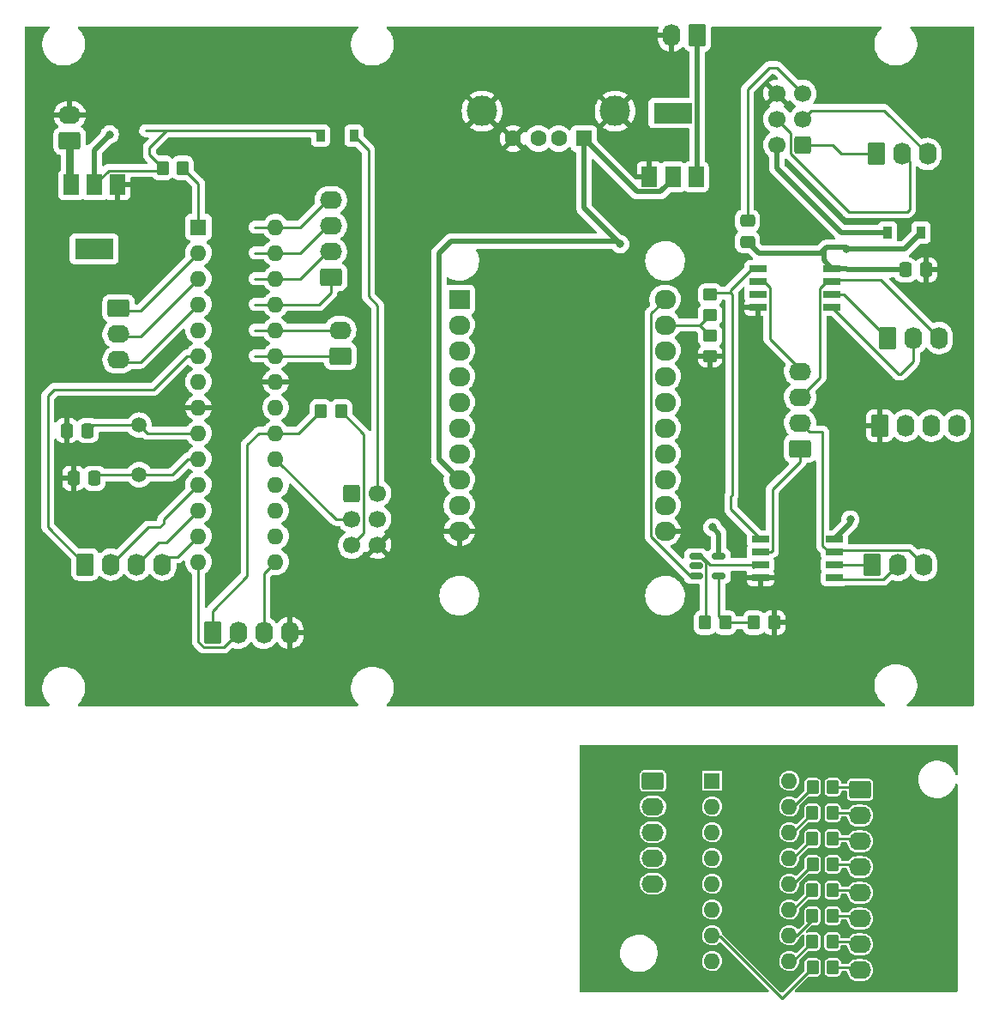
<source format=gtl>
%TF.GenerationSoftware,KiCad,Pcbnew,(6.0.1)*%
%TF.CreationDate,2022-03-08T14:51:08-06:00*%
%TF.ProjectId,arliang2_good2go_2,61726c69-616e-4673-925f-676f6f643267,rev?*%
%TF.SameCoordinates,Original*%
%TF.FileFunction,Copper,L1,Top*%
%TF.FilePolarity,Positive*%
%FSLAX46Y46*%
G04 Gerber Fmt 4.6, Leading zero omitted, Abs format (unit mm)*
G04 Created by KiCad (PCBNEW (6.0.1)) date 2022-03-08 14:51:08*
%MOMM*%
%LPD*%
G01*
G04 APERTURE LIST*
G04 Aperture macros list*
%AMRoundRect*
0 Rectangle with rounded corners*
0 $1 Rounding radius*
0 $2 $3 $4 $5 $6 $7 $8 $9 X,Y pos of 4 corners*
0 Add a 4 corners polygon primitive as box body*
4,1,4,$2,$3,$4,$5,$6,$7,$8,$9,$2,$3,0*
0 Add four circle primitives for the rounded corners*
1,1,$1+$1,$2,$3*
1,1,$1+$1,$4,$5*
1,1,$1+$1,$6,$7*
1,1,$1+$1,$8,$9*
0 Add four rect primitives between the rounded corners*
20,1,$1+$1,$2,$3,$4,$5,0*
20,1,$1+$1,$4,$5,$6,$7,0*
20,1,$1+$1,$6,$7,$8,$9,0*
20,1,$1+$1,$8,$9,$2,$3,0*%
G04 Aperture macros list end*
%TA.AperFunction,SMDPad,CuDef*%
%ADD10RoundRect,0.250000X-0.350000X-0.450000X0.350000X-0.450000X0.350000X0.450000X-0.350000X0.450000X0*%
%TD*%
%TA.AperFunction,ComponentPad*%
%ADD11O,1.740000X2.190000*%
%TD*%
%TA.AperFunction,ComponentPad*%
%ADD12RoundRect,0.250000X-0.620000X-0.845000X0.620000X-0.845000X0.620000X0.845000X-0.620000X0.845000X0*%
%TD*%
%TA.AperFunction,ComponentPad*%
%ADD13C,1.500000*%
%TD*%
%TA.AperFunction,SMDPad,CuDef*%
%ADD14RoundRect,0.250000X0.350000X0.450000X-0.350000X0.450000X-0.350000X-0.450000X0.350000X-0.450000X0*%
%TD*%
%TA.AperFunction,ComponentPad*%
%ADD15RoundRect,0.250000X-0.845000X0.620000X-0.845000X-0.620000X0.845000X-0.620000X0.845000X0.620000X0*%
%TD*%
%TA.AperFunction,ComponentPad*%
%ADD16O,2.190000X1.740000*%
%TD*%
%TA.AperFunction,ComponentPad*%
%ADD17R,2.100000X1.900000*%
%TD*%
%TA.AperFunction,ComponentPad*%
%ADD18O,2.100000X1.900000*%
%TD*%
%TA.AperFunction,ComponentPad*%
%ADD19R,1.600000X1.600000*%
%TD*%
%TA.AperFunction,ComponentPad*%
%ADD20O,1.600000X1.600000*%
%TD*%
%TA.AperFunction,ComponentPad*%
%ADD21RoundRect,0.250000X0.620000X0.845000X-0.620000X0.845000X-0.620000X-0.845000X0.620000X-0.845000X0*%
%TD*%
%TA.AperFunction,ComponentPad*%
%ADD22C,1.700000*%
%TD*%
%TA.AperFunction,ComponentPad*%
%ADD23RoundRect,0.250000X0.600000X0.600000X-0.600000X0.600000X-0.600000X-0.600000X0.600000X-0.600000X0*%
%TD*%
%TA.AperFunction,SMDPad,CuDef*%
%ADD24R,1.700000X0.650000*%
%TD*%
%TA.AperFunction,ComponentPad*%
%ADD25RoundRect,0.250000X0.845000X-0.620000X0.845000X0.620000X-0.845000X0.620000X-0.845000X-0.620000X0*%
%TD*%
%TA.AperFunction,SMDPad,CuDef*%
%ADD26R,0.900000X1.200000*%
%TD*%
%TA.AperFunction,SMDPad,CuDef*%
%ADD27RoundRect,0.250000X0.337500X0.475000X-0.337500X0.475000X-0.337500X-0.475000X0.337500X-0.475000X0*%
%TD*%
%TA.AperFunction,SMDPad,CuDef*%
%ADD28RoundRect,0.250000X-0.450000X0.350000X-0.450000X-0.350000X0.450000X-0.350000X0.450000X0.350000X0*%
%TD*%
%TA.AperFunction,ComponentPad*%
%ADD29C,1.600000*%
%TD*%
%TA.AperFunction,ComponentPad*%
%ADD30C,3.000000*%
%TD*%
%TA.AperFunction,SMDPad,CuDef*%
%ADD31R,1.500000X2.000000*%
%TD*%
%TA.AperFunction,SMDPad,CuDef*%
%ADD32R,3.800000X2.000000*%
%TD*%
%TA.AperFunction,ComponentPad*%
%ADD33RoundRect,0.250000X-0.600000X-0.600000X0.600000X-0.600000X0.600000X0.600000X-0.600000X0.600000X0*%
%TD*%
%TA.AperFunction,SMDPad,CuDef*%
%ADD34RoundRect,0.250000X0.475000X-0.337500X0.475000X0.337500X-0.475000X0.337500X-0.475000X-0.337500X0*%
%TD*%
%TA.AperFunction,SMDPad,CuDef*%
%ADD35RoundRect,0.150000X-0.512500X-0.150000X0.512500X-0.150000X0.512500X0.150000X-0.512500X0.150000X0*%
%TD*%
%TA.AperFunction,ViaPad*%
%ADD36C,0.800000*%
%TD*%
%TA.AperFunction,Conductor*%
%ADD37C,0.254000*%
%TD*%
%TA.AperFunction,Conductor*%
%ADD38C,0.508000*%
%TD*%
%TA.AperFunction,Conductor*%
%ADD39C,0.250000*%
%TD*%
%TA.AperFunction,Conductor*%
%ADD40C,0.762000*%
%TD*%
G04 APERTURE END LIST*
D10*
%TO.P,R11,2*%
%TO.N,Net-(J16-Pad4)*%
X178054000Y-129413000D03*
%TO.P,R11,1*%
%TO.N,Net-(R11-Pad1)*%
X176054000Y-129413000D03*
%TD*%
D11*
%TO.P,J12,3,Pin_3*%
%TO.N,/SCK2*%
X187010511Y-99871489D03*
%TO.P,J12,2,Pin_2*%
%TO.N,/MOSI2*%
X184470511Y-99871489D03*
D12*
%TO.P,J12,1,Pin_1*%
%TO.N,/MISO2*%
X181930511Y-99871489D03*
%TD*%
D10*
%TO.P,R4,1*%
%TO.N,Net-(R3-Pad2)*%
X170262511Y-105561489D03*
%TO.P,R4,2*%
%TO.N,GND*%
X172262511Y-105561489D03*
%TD*%
D13*
%TO.P,Y1,1,1*%
%TO.N,Net-(C1-Pad1)*%
X109565511Y-90969000D03*
%TO.P,Y1,2,2*%
%TO.N,Net-(C2-Pad1)*%
X109565511Y-86089000D03*
%TD*%
D10*
%TO.P,R14,2*%
%TO.N,Net-(J16-Pad7)*%
X178022000Y-137033000D03*
%TO.P,R14,1*%
%TO.N,Net-(R14-Pad1)*%
X176022000Y-137033000D03*
%TD*%
D14*
%TO.P,R1,1*%
%TO.N,Net-(R1-Pad1)*%
X113867511Y-60706000D03*
%TO.P,R1,2*%
%TO.N,+5V*%
X111867511Y-60706000D03*
%TD*%
D15*
%TO.P,J16,1,Pin_1*%
%TO.N,Net-(J16-Pad1)*%
X180737000Y-122047000D03*
D16*
%TO.P,J16,2,Pin_2*%
%TO.N,Net-(J16-Pad2)*%
X180737000Y-124587000D03*
%TO.P,J16,3,Pin_3*%
%TO.N,Net-(J16-Pad3)*%
X180737000Y-127127000D03*
%TO.P,J16,4,Pin_4*%
%TO.N,Net-(J16-Pad4)*%
X180737000Y-129667000D03*
%TO.P,J16,5,Pin_5*%
%TO.N,Net-(J16-Pad5)*%
X180737000Y-132207000D03*
%TO.P,J16,6,Pin_6*%
%TO.N,Net-(J16-Pad6)*%
X180737000Y-134747000D03*
%TO.P,J16,7,Pin_7*%
%TO.N,Net-(J16-Pad7)*%
X180737000Y-137287000D03*
%TO.P,J16,8,Pin_8*%
%TO.N,Net-(J16-Pad8)*%
X180737000Y-139827000D03*
%TD*%
D17*
%TO.P,A1,1,~{RST}*%
%TO.N,unconnected-(A1-Pad1)*%
X141163511Y-73684489D03*
D18*
%TO.P,A1,2,A*%
%TO.N,unconnected-(A1-Pad2)*%
X141163511Y-76224489D03*
%TO.P,A1,3,EN*%
%TO.N,unconnected-(A1-Pad3)*%
X141163511Y-78764489D03*
%TO.P,A1,4,16*%
%TO.N,unconnected-(A1-Pad4)*%
X141163511Y-81304489D03*
%TO.P,A1,5,14*%
%TO.N,unconnected-(A1-Pad5)*%
X141163511Y-83844489D03*
%TO.P,A1,6,12*%
%TO.N,unconnected-(A1-Pad6)*%
X141163511Y-86384489D03*
%TO.P,A1,7,13*%
%TO.N,unconnected-(A1-Pad7)*%
X141163511Y-88924489D03*
%TO.P,A1,8,V+*%
%TO.N,+5V*%
X141163511Y-91464489D03*
%TO.P,A1,9,VBat*%
%TO.N,unconnected-(A1-Pad9)*%
X141163511Y-94004489D03*
%TO.P,A1,10,GND*%
%TO.N,GND*%
X141163511Y-96544489D03*
%TO.P,A1,11,GND*%
X161483511Y-96544489D03*
%TO.P,A1,12,LDO*%
%TO.N,unconnected-(A1-Pad12)*%
X161483511Y-94004489D03*
%TO.P,A1,13,3V*%
%TO.N,unconnected-(A1-Pad13)*%
X161483511Y-91464489D03*
%TO.P,A1,14,15*%
%TO.N,unconnected-(A1-Pad14)*%
X161483511Y-88924489D03*
%TO.P,A1,15,2*%
%TO.N,unconnected-(A1-Pad15)*%
X161483511Y-86384489D03*
%TO.P,A1,16,0*%
%TO.N,unconnected-(A1-Pad16)*%
X161483511Y-83844489D03*
%TO.P,A1,17,4*%
%TO.N,unconnected-(A1-Pad17)*%
X161483511Y-81304489D03*
%TO.P,A1,18,5*%
%TO.N,unconnected-(A1-Pad18)*%
X161483511Y-78764489D03*
%TO.P,A1,19,RX*%
%TO.N,Net-(A1-Pad19)*%
X161483511Y-76224489D03*
%TO.P,A1,20,TX*%
%TO.N,Net-(A1-Pad20)*%
X161483511Y-73684489D03*
%TD*%
D19*
%TO.P,U1,1,~{RESET}/PC6*%
%TO.N,Net-(R1-Pad1)*%
X115417511Y-66558000D03*
D20*
%TO.P,U1,2,PD0*%
%TO.N,/S0*%
X115417511Y-69098000D03*
%TO.P,U1,3,PD1*%
%TO.N,/S1*%
X115417511Y-71638000D03*
%TO.P,U1,4,PD2*%
%TO.N,/S2*%
X115417511Y-74178000D03*
%TO.P,U1,5,PD3*%
%TO.N,unconnected-(U1-Pad5)*%
X115417511Y-76718000D03*
%TO.P,U1,6,PD4*%
%TO.N,/card in1*%
X115417511Y-79258000D03*
%TO.P,U1,7,VCC*%
%TO.N,+5V*%
X115417511Y-81798000D03*
%TO.P,U1,8,GND*%
%TO.N,GND*%
X115417511Y-84338000D03*
%TO.P,U1,9,XTAL1/PB6*%
%TO.N,Net-(C1-Pad1)*%
X115417511Y-86878000D03*
%TO.P,U1,10,XTAL2/PB7*%
%TO.N,Net-(C2-Pad1)*%
X115417511Y-89418000D03*
%TO.P,U1,11,PD5*%
%TO.N,/card out1*%
X115417511Y-91958000D03*
%TO.P,U1,12,PD6*%
%TO.N,/cam in1*%
X115417511Y-94498000D03*
%TO.P,U1,13,PD7*%
%TO.N,/cam out1*%
X115417511Y-97038000D03*
%TO.P,U1,14,PB0*%
%TO.N,/SK*%
X115417511Y-99578000D03*
%TO.P,U1,15,PB1*%
%TO.N,/DT*%
X123037511Y-99578000D03*
%TO.P,U1,16,PB2*%
%TO.N,unconnected-(U1-Pad16)*%
X123037511Y-97038000D03*
%TO.P,U1,17,PB3*%
%TO.N,/MOSI*%
X123037511Y-94498000D03*
%TO.P,U1,18,PB4*%
%TO.N,/MISO*%
X123037511Y-91958000D03*
%TO.P,U1,19,PB5*%
%TO.N,/SCK*%
X123037511Y-89418000D03*
%TO.P,U1,20,AVCC*%
%TO.N,+5V*%
X123037511Y-86878000D03*
%TO.P,U1,21,AREF*%
%TO.N,unconnected-(U1-Pad21)*%
X123037511Y-84338000D03*
%TO.P,U1,22,GND*%
%TO.N,GND*%
X123037511Y-81798000D03*
%TO.P,U1,23,PC0*%
%TO.N,/B0*%
X123037511Y-79258000D03*
%TO.P,U1,24,PC1*%
%TO.N,/B1*%
X123037511Y-76718000D03*
%TO.P,U1,25,PC2*%
%TO.N,/Dispenser1*%
X123037511Y-74178000D03*
%TO.P,U1,26,PC3*%
%TO.N,/Dispenser2*%
X123037511Y-71638000D03*
%TO.P,U1,27,PC4*%
%TO.N,/DispenserIR*%
X123037511Y-69098000D03*
%TO.P,U1,28,PC5*%
%TO.N,/Collector Motor*%
X123037511Y-66558000D03*
%TD*%
D21*
%TO.P,J8,1,Pin_1*%
%TO.N,Net-(J8-Pad1)*%
X164658511Y-47649489D03*
D11*
%TO.P,J8,2,Pin_2*%
%TO.N,GND*%
X162118511Y-47649489D03*
%TD*%
D12*
%TO.P,J2,1,Pin_1*%
%TO.N,/card in1*%
X104231511Y-99822000D03*
D11*
%TO.P,J2,2,Pin_2*%
%TO.N,/card out1*%
X106771511Y-99822000D03*
%TO.P,J2,3,Pin_3*%
%TO.N,/cam in1*%
X109311511Y-99822000D03*
%TO.P,J2,4,Pin_4*%
%TO.N,/cam out1*%
X111851511Y-99822000D03*
%TD*%
D22*
%TO.P,J15,6,GND*%
%TO.N,GND*%
X172532511Y-53364489D03*
%TO.P,J15,5,~{RST}*%
%TO.N,/RST*%
X175072511Y-53364489D03*
%TO.P,J15,4,MOSI*%
%TO.N,/MOSI*%
X172532511Y-55904489D03*
%TO.P,J15,3,SCK*%
%TO.N,/SCK*%
X175072511Y-55904489D03*
%TO.P,J15,2,VCC*%
%TO.N,Net-(D2-Pad2)*%
X172532511Y-58444489D03*
D23*
%TO.P,J15,1,MISO*%
%TO.N,/MISO*%
X175072511Y-58444489D03*
%TD*%
D24*
%TO.P,U5,1,~{RESET}/PB5*%
%TO.N,/CTX1*%
X170660511Y-70631489D03*
%TO.P,U5,2,XTAL1/PB3*%
%TO.N,/cam out*%
X170660511Y-71901489D03*
%TO.P,U5,3,XTAL2/PB4*%
%TO.N,/CRX1*%
X170660511Y-73171489D03*
%TO.P,U5,4,GND*%
%TO.N,GND*%
X170660511Y-74441489D03*
%TO.P,U5,5,AREF/PB0*%
%TO.N,/CRX0*%
X177960511Y-74441489D03*
%TO.P,U5,6,PB1*%
%TO.N,/CTX0*%
X177960511Y-73171489D03*
%TO.P,U5,7,PB2*%
%TO.N,/SCK1*%
X177960511Y-71901489D03*
%TO.P,U5,8,VCC*%
%TO.N,+5V*%
X177960511Y-70631489D03*
%TD*%
D25*
%TO.P,J3,1,Pin_1*%
%TO.N,/Dispenser1*%
X128488511Y-71501000D03*
D16*
%TO.P,J3,2,Pin_2*%
%TO.N,/Dispenser2*%
X128488511Y-68961000D03*
%TO.P,J3,3,Pin_3*%
%TO.N,/DispenserIR*%
X128488511Y-66421000D03*
%TO.P,J3,4,Pin_4*%
%TO.N,/Collector Motor*%
X128488511Y-63881000D03*
%TD*%
D26*
%TO.P,D2,2,A*%
%TO.N,Net-(D2-Pad2)*%
X183455511Y-67080489D03*
%TO.P,D2,1,K*%
%TO.N,+5V*%
X186755511Y-67080489D03*
%TD*%
D27*
%TO.P,C4,2*%
%TO.N,+5V*%
X185211011Y-70763489D03*
%TO.P,C4,1*%
%TO.N,GND*%
X187286011Y-70763489D03*
%TD*%
%TO.P,C2,1*%
%TO.N,Net-(C2-Pad1)*%
X104485511Y-86614000D03*
%TO.P,C2,2*%
%TO.N,GND*%
X102410511Y-86614000D03*
%TD*%
D10*
%TO.P,R13,2*%
%TO.N,Net-(J16-Pad6)*%
X178038000Y-134493000D03*
%TO.P,R13,1*%
%TO.N,Net-(R13-Pad1)*%
X176038000Y-134493000D03*
%TD*%
D16*
%TO.P,J17,5,Pin_5*%
%TO.N,GND*%
X160290000Y-131318000D03*
%TO.P,J17,4,Pin_4*%
%TO.N,Net-(J17-Pad4)*%
X160290000Y-128778000D03*
%TO.P,J17,3,Pin_3*%
%TO.N,Net-(J17-Pad3)*%
X160290000Y-126238000D03*
%TO.P,J17,2,Pin_2*%
%TO.N,Net-(J17-Pad2)*%
X160290000Y-123698000D03*
D15*
%TO.P,J17,1,Pin_1*%
%TO.N,+5V*%
X160290000Y-121158000D03*
%TD*%
D28*
%TO.P,R6,1*%
%TO.N,Net-(A1-Pad19)*%
X165928511Y-77256489D03*
%TO.P,R6,2*%
%TO.N,GND*%
X165928511Y-79256489D03*
%TD*%
D19*
%TO.P,J9,1,VBUS*%
%TO.N,+5V*%
X153482511Y-57809489D03*
D29*
%TO.P,J9,2,D-*%
%TO.N,/MISO2*%
X150982511Y-57809489D03*
%TO.P,J9,3,D+*%
%TO.N,/MOSI2*%
X148982511Y-57809489D03*
%TO.P,J9,4,GND*%
%TO.N,GND*%
X146482511Y-57809489D03*
D30*
%TO.P,J9,5,Shield*%
X143412511Y-55099489D03*
X156552511Y-55099489D03*
%TD*%
D31*
%TO.P,U2,1,GND*%
%TO.N,GND*%
X107420511Y-62382000D03*
%TO.P,U2,2,VO*%
%TO.N,+5V*%
X105120511Y-62382000D03*
%TO.P,U2,3,VI*%
%TO.N,Net-(J5-Pad1)*%
X102820511Y-62382000D03*
D32*
%TO.P,U2,4*%
%TO.N,N/C*%
X105120511Y-68682000D03*
%TD*%
D10*
%TO.P,R8,2*%
%TO.N,Net-(J16-Pad1)*%
X178054000Y-121793000D03*
%TO.P,R8,1*%
%TO.N,Net-(R8-Pad1)*%
X176054000Y-121793000D03*
%TD*%
D11*
%TO.P,J13,4,Pin_4*%
%TO.N,+5V*%
X190312511Y-86130489D03*
%TO.P,J13,3,Pin_3*%
%TO.N,/CRX0*%
X187772511Y-86130489D03*
%TO.P,J13,2,Pin_2*%
%TO.N,/CTX0*%
X185232511Y-86130489D03*
D12*
%TO.P,J13,1,Pin_1*%
%TO.N,GND*%
X182692511Y-86130489D03*
%TD*%
%TO.P,J1,1,Pin_1*%
%TO.N,+5V*%
X116804511Y-106553000D03*
D11*
%TO.P,J1,2,Pin_2*%
%TO.N,/SK*%
X119344511Y-106553000D03*
%TO.P,J1,3,Pin_3*%
%TO.N,/DT*%
X121884511Y-106553000D03*
%TO.P,J1,4,Pin_4*%
%TO.N,GND*%
X124424511Y-106553000D03*
%TD*%
D33*
%TO.P,J4,1,MISO*%
%TO.N,/MISO*%
X130565500Y-92832000D03*
D22*
%TO.P,J4,2,VCC*%
%TO.N,Net-(D1-Pad2)*%
X133105500Y-92832000D03*
%TO.P,J4,3,SCK*%
%TO.N,/SCK*%
X130565500Y-95372000D03*
%TO.P,J4,4,MOSI*%
%TO.N,/MOSI*%
X133105500Y-95372000D03*
%TO.P,J4,5,~{RST}*%
%TO.N,/RST*%
X130565500Y-97912000D03*
%TO.P,J4,6,GND*%
%TO.N,GND*%
X133105500Y-97912000D03*
%TD*%
D11*
%TO.P,J10,3,Pin_3*%
%TO.N,/SCK*%
X187391511Y-59333489D03*
%TO.P,J10,2,Pin_2*%
%TO.N,/MOSI*%
X184851511Y-59333489D03*
D12*
%TO.P,J10,1,Pin_1*%
%TO.N,/MISO*%
X182311511Y-59333489D03*
%TD*%
D19*
%TO.P,U7,1,A0*%
%TO.N,Net-(J17-Pad2)*%
X166132000Y-121158000D03*
D20*
%TO.P,U7,2,A1*%
%TO.N,Net-(J17-Pad3)*%
X166132000Y-123698000D03*
%TO.P,U7,3,A2*%
%TO.N,Net-(J17-Pad4)*%
X166132000Y-126238000D03*
%TO.P,U7,4,~{LE}*%
%TO.N,GND*%
X166132000Y-128778000D03*
%TO.P,U7,5,~{E1}*%
X166132000Y-131318000D03*
%TO.P,U7,6,E2*%
%TO.N,+5V*%
X166132000Y-133858000D03*
%TO.P,U7,7,~{Y7}*%
%TO.N,Net-(R15-Pad1)*%
X166132000Y-136398000D03*
%TO.P,U7,8,GND*%
%TO.N,GND*%
X166132000Y-138938000D03*
%TO.P,U7,9,~{Y6}*%
%TO.N,Net-(R14-Pad1)*%
X173752000Y-138938000D03*
%TO.P,U7,10,~{Y5}*%
%TO.N,Net-(R13-Pad1)*%
X173752000Y-136398000D03*
%TO.P,U7,11,~{Y4}*%
%TO.N,Net-(R12-Pad1)*%
X173752000Y-133858000D03*
%TO.P,U7,12,~{Y3}*%
%TO.N,Net-(R11-Pad1)*%
X173752000Y-131318000D03*
%TO.P,U7,13,~{Y2}*%
%TO.N,Net-(R10-Pad1)*%
X173752000Y-128778000D03*
%TO.P,U7,14,~{Y1}*%
%TO.N,Net-(R9-Pad1)*%
X173752000Y-126238000D03*
%TO.P,U7,15,~{Y0}*%
%TO.N,Net-(R8-Pad1)*%
X173752000Y-123698000D03*
%TO.P,U7,16,VCC*%
%TO.N,+5V*%
X173752000Y-121158000D03*
%TD*%
D10*
%TO.P,R15,2*%
%TO.N,Net-(J16-Pad8)*%
X178054000Y-139573000D03*
%TO.P,R15,1*%
%TO.N,Net-(R15-Pad1)*%
X176054000Y-139573000D03*
%TD*%
%TO.P,R12,2*%
%TO.N,Net-(J16-Pad5)*%
X178038000Y-131953000D03*
%TO.P,R12,1*%
%TO.N,Net-(R12-Pad1)*%
X176038000Y-131953000D03*
%TD*%
D34*
%TO.P,R7,1*%
%TO.N,+5V*%
X169611511Y-67990989D03*
%TO.P,R7,2*%
%TO.N,/RST*%
X169611511Y-65915989D03*
%TD*%
D10*
%TO.P,R10,2*%
%TO.N,Net-(J16-Pad3)*%
X178038000Y-126873000D03*
%TO.P,R10,1*%
%TO.N,Net-(R10-Pad1)*%
X176038000Y-126873000D03*
%TD*%
D24*
%TO.P,U3,1,~{RESET}/PB5*%
%TO.N,/CTX1*%
X170914511Y-97306489D03*
%TO.P,U3,2,XTAL1/PB3*%
%TO.N,/card in*%
X170914511Y-98576489D03*
%TO.P,U3,3,XTAL2/PB4*%
%TO.N,/CRX1*%
X170914511Y-99846489D03*
%TO.P,U3,4,GND*%
%TO.N,GND*%
X170914511Y-101116489D03*
%TO.P,U3,5,AREF/PB0*%
%TO.N,/MOSI2*%
X178214511Y-101116489D03*
%TO.P,U3,6,PB1*%
%TO.N,/MISO2*%
X178214511Y-99846489D03*
%TO.P,U3,7,PB2*%
%TO.N,/SCK2*%
X178214511Y-98576489D03*
%TO.P,U3,8,VCC*%
%TO.N,+5V*%
X178214511Y-97306489D03*
%TD*%
D26*
%TO.P,D1,1,K*%
%TO.N,+5V*%
X127473511Y-57531000D03*
%TO.P,D1,2,A*%
%TO.N,Net-(D1-Pad2)*%
X130773511Y-57531000D03*
%TD*%
D10*
%TO.P,R3,1*%
%TO.N,/CRX1*%
X165436511Y-105561489D03*
%TO.P,R3,2*%
%TO.N,Net-(R3-Pad2)*%
X167436511Y-105561489D03*
%TD*%
D31*
%TO.P,U4,1,GND*%
%TO.N,GND*%
X159945511Y-61594489D03*
%TO.P,U4,2,VO*%
%TO.N,+5V*%
X162245511Y-61594489D03*
%TO.P,U4,3,VI*%
%TO.N,Net-(J8-Pad1)*%
X164545511Y-61594489D03*
D32*
%TO.P,U4,4*%
%TO.N,N/C*%
X162245511Y-55294489D03*
%TD*%
D25*
%TO.P,J14,1,Pin_1*%
%TO.N,/card in*%
X174818511Y-88416489D03*
D16*
%TO.P,J14,2,Pin_2*%
%TO.N,/SCK2*%
X174818511Y-85876489D03*
%TO.P,J14,3,Pin_3*%
%TO.N,/SCK1*%
X174818511Y-83336489D03*
%TO.P,J14,4,Pin_4*%
%TO.N,/cam out*%
X174818511Y-80796489D03*
%TD*%
D35*
%TO.P,U6,1*%
%TO.N,/CRX1*%
X164531511Y-99023489D03*
%TO.P,U6,2,V-*%
%TO.N,GND*%
X164531511Y-99973489D03*
%TO.P,U6,3,+*%
%TO.N,Net-(A1-Pad20)*%
X164531511Y-100923489D03*
%TO.P,U6,4,-*%
%TO.N,Net-(R3-Pad2)*%
X166806511Y-100923489D03*
%TO.P,U6,5,V+*%
%TO.N,+5V*%
X166806511Y-99023489D03*
%TD*%
D10*
%TO.P,R9,2*%
%TO.N,Net-(J16-Pad2)*%
X178038000Y-124333000D03*
%TO.P,R9,1*%
%TO.N,Net-(R9-Pad1)*%
X176038000Y-124333000D03*
%TD*%
D11*
%TO.P,J11,3,Pin_3*%
%TO.N,/SCK1*%
X188534511Y-77494489D03*
%TO.P,J11,2,Pin_2*%
%TO.N,/CRX0*%
X185994511Y-77494489D03*
D12*
%TO.P,J11,1,Pin_1*%
%TO.N,/CTX0*%
X183454511Y-77494489D03*
%TD*%
D25*
%TO.P,J7,1,Pin_1*%
%TO.N,/B0*%
X129413000Y-79248000D03*
D16*
%TO.P,J7,2,Pin_2*%
%TO.N,/B1*%
X129413000Y-76708000D03*
%TD*%
D15*
%TO.P,J6,1,Pin_1*%
%TO.N,/S0*%
X107533511Y-74549000D03*
D16*
%TO.P,J6,2,Pin_2*%
%TO.N,/S1*%
X107533511Y-77089000D03*
%TO.P,J6,3,Pin_3*%
%TO.N,/S2*%
X107533511Y-79629000D03*
%TD*%
D27*
%TO.P,C1,1*%
%TO.N,Net-(C1-Pad1)*%
X105142011Y-91313000D03*
%TO.P,C1,2*%
%TO.N,GND*%
X103067011Y-91313000D03*
%TD*%
D10*
%TO.P,R2,1*%
%TO.N,+5V*%
X127488511Y-84709000D03*
%TO.P,R2,2*%
%TO.N,/RST*%
X129488511Y-84709000D03*
%TD*%
D28*
%TO.P,R5,1*%
%TO.N,/CTX1*%
X165928511Y-73192489D03*
%TO.P,R5,2*%
%TO.N,Net-(A1-Pad19)*%
X165928511Y-75192489D03*
%TD*%
D25*
%TO.P,J5,1,Pin_1*%
%TO.N,Net-(J5-Pad1)*%
X102707511Y-58039000D03*
D16*
%TO.P,J5,2,Pin_2*%
%TO.N,GND*%
X102707511Y-55499000D03*
%TD*%
D36*
%TO.N,+5V*%
X166182511Y-96163489D03*
X106644511Y-57404000D03*
X179390511Y-68731489D03*
X157038511Y-68223489D03*
X179771511Y-95401489D03*
%TO.N,GND*%
X113375511Y-50292000D03*
X138013511Y-69342000D03*
X125186511Y-60579000D03*
X147386511Y-62508489D03*
X145354511Y-85749489D03*
X112613511Y-67437000D03*
X108676511Y-105918000D03*
X99151511Y-91059000D03*
%TD*%
D37*
%TO.N,Net-(R15-Pad1)*%
X166925000Y-136540000D02*
X166274000Y-136540000D01*
X166274000Y-136540000D02*
X166132000Y-136398000D01*
X173006000Y-142621000D02*
X166925000Y-136540000D01*
X176054000Y-139573000D02*
X173006000Y-142621000D01*
%TO.N,Net-(R14-Pad1)*%
X174117000Y-138938000D02*
X176022000Y-137033000D01*
X173752000Y-138938000D02*
X174117000Y-138938000D01*
%TO.N,Net-(R13-Pad1)*%
X176038000Y-134877678D02*
X176038000Y-134493000D01*
X174517678Y-136398000D02*
X176038000Y-134877678D01*
X173752000Y-136398000D02*
X174517678Y-136398000D01*
%TO.N,Net-(R12-Pad1)*%
X174133000Y-133858000D02*
X173752000Y-133858000D01*
%TO.N,Net-(R11-Pad1)*%
X174149000Y-131318000D02*
X176054000Y-129413000D01*
X173752000Y-131318000D02*
X174149000Y-131318000D01*
%TO.N,Net-(R10-Pad1)*%
X174133000Y-128778000D02*
X176038000Y-126873000D01*
X173752000Y-128778000D02*
X174133000Y-128778000D01*
%TO.N,Net-(R9-Pad1)*%
X173752000Y-126238000D02*
X174133000Y-126238000D01*
%TO.N,Net-(R8-Pad1)*%
X174149000Y-123698000D02*
X176054000Y-121793000D01*
X173752000Y-123698000D02*
X174149000Y-123698000D01*
%TO.N,Net-(R12-Pad1)*%
X176038000Y-131953000D02*
X174133000Y-133858000D01*
%TO.N,Net-(R9-Pad1)*%
X174133000Y-126238000D02*
X176038000Y-124333000D01*
%TO.N,Net-(J16-Pad1)*%
X180483000Y-121793000D02*
X178054000Y-121793000D01*
X180737000Y-122047000D02*
X180483000Y-121793000D01*
%TO.N,Net-(J16-Pad2)*%
X180483000Y-124333000D02*
X180737000Y-124587000D01*
X178038000Y-124333000D02*
X180483000Y-124333000D01*
%TO.N,Net-(J16-Pad3)*%
X180483000Y-126873000D02*
X178038000Y-126873000D01*
X180737000Y-127127000D02*
X180483000Y-126873000D01*
%TO.N,Net-(J16-Pad4)*%
X180483000Y-129413000D02*
X180737000Y-129667000D01*
X178054000Y-129413000D02*
X180483000Y-129413000D01*
%TO.N,Net-(J16-Pad5)*%
X180483000Y-131953000D02*
X178038000Y-131953000D01*
%TO.N,Net-(J16-Pad6)*%
X180483000Y-134493000D02*
X180737000Y-134747000D01*
%TO.N,Net-(J16-Pad7)*%
X180483000Y-137033000D02*
X178022000Y-137033000D01*
X180737000Y-137287000D02*
X180483000Y-137033000D01*
%TO.N,Net-(J16-Pad8)*%
X178054000Y-139573000D02*
X180483000Y-139573000D01*
%TO.N,Net-(J16-Pad6)*%
X178038000Y-134493000D02*
X180483000Y-134493000D01*
%TO.N,Net-(J16-Pad5)*%
X180737000Y-132207000D02*
X180483000Y-131953000D01*
%TO.N,Net-(J16-Pad8)*%
X180483000Y-139573000D02*
X180737000Y-139827000D01*
%TO.N,/MISO*%
X177993511Y-58444489D02*
X175072511Y-58444489D01*
X178882511Y-59333489D02*
X177993511Y-58444489D01*
X182311511Y-59333489D02*
X178882511Y-59333489D01*
%TO.N,/SCK*%
X183112511Y-55054489D02*
X187391511Y-59333489D01*
X175922511Y-55054489D02*
X183112511Y-55054489D01*
X175072511Y-55904489D02*
X175922511Y-55054489D01*
%TO.N,/MOSI*%
X185613511Y-60095489D02*
X184851511Y-59333489D01*
X185613511Y-64794489D02*
X185613511Y-60095489D01*
X185359511Y-65048489D02*
X185613511Y-64794489D01*
X179661189Y-65048489D02*
X185359511Y-65048489D01*
X173895991Y-59283291D02*
X179661189Y-65048489D01*
X172532511Y-55904489D02*
X173895991Y-57267969D01*
X173895991Y-57267969D02*
X173895991Y-59283291D01*
D38*
%TO.N,Net-(D2-Pad2)*%
X178882511Y-67080489D02*
X183455511Y-67080489D01*
X172532511Y-60730489D02*
X178882511Y-67080489D01*
X172532511Y-58444489D02*
X172532511Y-60730489D01*
%TO.N,+5V*%
X185104511Y-68731489D02*
X186755511Y-67080489D01*
X179390511Y-68731489D02*
X185104511Y-68731489D01*
X179200011Y-68540989D02*
X177422011Y-68540989D01*
X179390511Y-68731489D02*
X179200011Y-68540989D01*
X179374011Y-70631489D02*
X179506011Y-70763489D01*
X177960511Y-70631489D02*
X179374011Y-70631489D01*
X179506011Y-70763489D02*
X185211011Y-70763489D01*
D37*
%TO.N,/CRX0*%
X184569511Y-81050489D02*
X177960511Y-74441489D01*
X184724511Y-81050489D02*
X184569511Y-81050489D01*
X185994511Y-79780489D02*
X184724511Y-81050489D01*
X185994511Y-77494489D02*
X185994511Y-79780489D01*
%TO.N,/SCK1*%
X178087031Y-71774969D02*
X177960511Y-71901489D01*
X188534511Y-77494489D02*
X182814991Y-71774969D01*
X182814991Y-71774969D02*
X178087031Y-71774969D01*
%TO.N,/CTX0*%
X179131511Y-73171489D02*
X177960511Y-73171489D01*
X183454511Y-77494489D02*
X179131511Y-73171489D01*
D39*
%TO.N,Net-(R3-Pad2)*%
X167436511Y-105561489D02*
X170262511Y-105561489D01*
%TO.N,/CRX1*%
X165518531Y-99626937D02*
X165518531Y-105479469D01*
%TO.N,Net-(R3-Pad2)*%
X166806511Y-104931489D02*
X167436511Y-105561489D01*
%TO.N,/CRX1*%
X164915083Y-99023489D02*
X165518531Y-99626937D01*
X165518531Y-105479469D02*
X165436511Y-105561489D01*
X164531511Y-99023489D02*
X164915083Y-99023489D01*
%TO.N,Net-(R3-Pad2)*%
X166806511Y-100923489D02*
X166806511Y-104931489D01*
%TO.N,*%
X162245511Y-55294489D02*
X162601511Y-55294489D01*
X162601511Y-55294489D02*
X163007511Y-54888489D01*
D38*
%TO.N,+5V*%
X177422011Y-68540989D02*
X177168011Y-68794989D01*
X179771511Y-95401489D02*
X179771511Y-95749489D01*
D37*
X111867511Y-60690000D02*
X111978511Y-60579000D01*
X110581511Y-59420000D02*
X111867511Y-60706000D01*
D39*
X125319511Y-86878000D02*
X123037511Y-86878000D01*
D38*
X162245511Y-61594489D02*
X162245511Y-61844489D01*
D39*
X127488511Y-84709000D02*
X125319511Y-86878000D01*
D38*
X105120511Y-58928000D02*
X106644511Y-57404000D01*
X139131511Y-69143792D02*
X139131511Y-89432489D01*
D37*
X106542511Y-60960000D02*
X111613511Y-60960000D01*
D38*
X105120511Y-62382000D02*
X105120511Y-58928000D01*
D37*
X116804511Y-104394000D02*
X120233511Y-100965000D01*
D38*
X157038511Y-68223489D02*
X156735990Y-67920968D01*
X166806511Y-99023489D02*
X166806511Y-96787489D01*
X176850511Y-69112489D02*
X170733011Y-69112489D01*
D37*
X121366511Y-86878000D02*
X123037511Y-86878000D01*
X105120511Y-62382000D02*
X106542511Y-60960000D01*
X116804511Y-106553000D02*
X116804511Y-104394000D01*
D38*
X139131511Y-89432489D02*
X141163511Y-91464489D01*
X179771511Y-95749489D02*
X178214511Y-97306489D01*
X177422011Y-68540989D02*
X176850511Y-69112489D01*
D37*
X111613511Y-60960000D02*
X111867511Y-60706000D01*
D38*
X177168011Y-68794989D02*
X177168011Y-69838989D01*
D37*
X120233511Y-88011000D02*
X121366511Y-86878000D01*
D38*
X153482511Y-57809489D02*
X153482511Y-64667489D01*
X156735990Y-67920968D02*
X140354335Y-67920968D01*
D37*
X111867511Y-60706000D02*
X111867511Y-60690000D01*
D38*
X177168011Y-69838989D02*
X177960511Y-70631489D01*
X140354335Y-67920968D02*
X139131511Y-69143792D01*
X161042000Y-63048000D02*
X158721022Y-63048000D01*
X153482511Y-64667489D02*
X157038511Y-68223489D01*
X162245511Y-61844489D02*
X161042000Y-63048000D01*
D37*
X169611511Y-67990989D02*
X169970011Y-68349489D01*
X126965511Y-57023000D02*
X110200511Y-57023000D01*
X127473511Y-57531000D02*
X126965511Y-57023000D01*
D38*
X158721022Y-63048000D02*
X153482511Y-57809489D01*
D37*
X120233511Y-100965000D02*
X120233511Y-88011000D01*
D38*
X170733011Y-69112489D02*
X169611511Y-67990989D01*
D37*
X112232511Y-57023000D02*
X110581511Y-58674000D01*
X110581511Y-58674000D02*
X110581511Y-59420000D01*
D38*
X166806511Y-96787489D02*
X166182511Y-96163489D01*
D39*
%TO.N,Net-(D1-Pad2)*%
X132207000Y-61087000D02*
X132207000Y-73387000D01*
D37*
X132207000Y-61087000D02*
X132207000Y-58964489D01*
D39*
X133105500Y-74285500D02*
X133105500Y-92832000D01*
X132207000Y-73387000D02*
X133105500Y-74285500D01*
D37*
X132207000Y-58964489D02*
X130773511Y-57531000D01*
D39*
%TO.N,/SCK*%
X130565500Y-95372000D02*
X128991511Y-95372000D01*
X128991511Y-95372000D02*
X123037511Y-89418000D01*
D37*
%TO.N,/RST*%
X172532511Y-50824489D02*
X175072511Y-53364489D01*
D39*
X131740011Y-86960500D02*
X129488511Y-84709000D01*
X131740011Y-96737489D02*
X131740011Y-86960500D01*
D37*
X171770511Y-50824489D02*
X172532511Y-50824489D01*
D39*
X130565500Y-97912000D02*
X131740011Y-96737489D01*
D37*
X169611511Y-65915989D02*
X169611511Y-52983489D01*
X169611511Y-52983489D02*
X171770511Y-50824489D01*
D40*
%TO.N,Net-(J5-Pad1)*%
X102707511Y-62269000D02*
X102820511Y-62382000D01*
X102707511Y-58039000D02*
X102707511Y-62269000D01*
D37*
%TO.N,Net-(R1-Pad1)*%
X113867511Y-60706000D02*
X115417511Y-62256000D01*
X115417511Y-62256000D02*
X115417511Y-66558000D01*
%TO.N,/Dispenser1*%
X121005511Y-74178000D02*
X127335511Y-74178000D01*
X127335511Y-74178000D02*
X128488511Y-73025000D01*
X128488511Y-73025000D02*
X128488511Y-71501000D01*
%TO.N,/Dispenser2*%
X121005511Y-71638000D02*
X125450511Y-71638000D01*
X125450511Y-71638000D02*
X128127511Y-68961000D01*
X128127511Y-68961000D02*
X128488511Y-68961000D01*
%TO.N,/DispenserIR*%
X121005511Y-69098000D02*
X125450511Y-69098000D01*
X128127511Y-66421000D02*
X128488511Y-66421000D01*
X125450511Y-69098000D02*
X128127511Y-66421000D01*
%TO.N,/Collector Motor*%
X121005511Y-66558000D02*
X125450511Y-66558000D01*
X128127511Y-63881000D02*
X128488511Y-63881000D01*
X125450511Y-66558000D02*
X128127511Y-63881000D01*
%TO.N,/card in*%
X171897511Y-98576489D02*
X172091022Y-98382978D01*
X174818511Y-89686489D02*
X172091022Y-92413978D01*
X174818511Y-88416489D02*
X174818511Y-89686489D01*
X170914511Y-98576489D02*
X171897511Y-98576489D01*
X172091022Y-92413978D02*
X172091022Y-98382978D01*
X172091022Y-98382978D02*
X172091022Y-98509978D01*
%TO.N,/cam out*%
X170660511Y-71901489D02*
X171218533Y-71901489D01*
X171837022Y-77561000D02*
X174818511Y-80542489D01*
X171837022Y-72519978D02*
X171837022Y-77561000D01*
X171218533Y-71901489D02*
X171837022Y-72519978D01*
X174818511Y-80542489D02*
X174818511Y-80796489D01*
%TO.N,/S0*%
X107787511Y-74803000D02*
X109712511Y-74803000D01*
X107533511Y-74549000D02*
X107787511Y-74803000D01*
X109712511Y-74803000D02*
X115417511Y-69098000D01*
%TO.N,/S1*%
X107533511Y-77089000D02*
X107787511Y-77343000D01*
X109712511Y-77343000D02*
X115417511Y-71638000D01*
X107787511Y-77343000D02*
X109712511Y-77343000D01*
%TO.N,/B0*%
X121005511Y-79258000D02*
X129403000Y-79258000D01*
X129403000Y-79258000D02*
X129413000Y-79248000D01*
%TO.N,/B1*%
X129403000Y-76718000D02*
X121005511Y-76718000D01*
X129413000Y-76708000D02*
X129403000Y-76718000D01*
%TO.N,/S2*%
X109712511Y-79883000D02*
X115417511Y-74178000D01*
X107533511Y-79629000D02*
X107787511Y-79883000D01*
X107787511Y-79883000D02*
X109712511Y-79883000D01*
%TO.N,/SK*%
X117922991Y-107974520D02*
X115945709Y-107974520D01*
X115945709Y-107974520D02*
X115417511Y-107446322D01*
X119344511Y-106553000D02*
X117922991Y-107974520D01*
X115417511Y-107446322D02*
X115417511Y-99578000D01*
%TO.N,/DT*%
X121884511Y-106553000D02*
X121884511Y-100731000D01*
X121884511Y-100731000D02*
X123037511Y-99578000D01*
%TO.N,Net-(A1-Pad19)*%
X165928511Y-77256489D02*
X164896511Y-76224489D01*
D39*
X164896511Y-76224489D02*
X161483511Y-76224489D01*
X165928511Y-75192489D02*
X164896511Y-76224489D01*
%TO.N,Net-(A1-Pad20)*%
X160108991Y-97074969D02*
X163957511Y-100923489D01*
X161483511Y-73684489D02*
X160108991Y-75059009D01*
X160108991Y-75059009D02*
X160108991Y-97074969D01*
X163957511Y-100923489D02*
X164531511Y-100923489D01*
D37*
%TO.N,/SCK1*%
X177435511Y-71901489D02*
X177960511Y-71901489D01*
X176784000Y-72553000D02*
X177435511Y-71901489D01*
X176784000Y-81371000D02*
X176784000Y-72553000D01*
X174818511Y-83336489D02*
X176784000Y-81371000D01*
D38*
%TO.N,Net-(J8-Pad1)*%
X164658511Y-47649489D02*
X164658511Y-61481489D01*
X164658511Y-61481489D02*
X164545511Y-61594489D01*
D37*
%TO.N,/MISO2*%
X181905511Y-99846489D02*
X181930511Y-99871489D01*
X178214511Y-99846489D02*
X181905511Y-99846489D01*
%TO.N,/MOSI2*%
X183048991Y-101293009D02*
X178391031Y-101293009D01*
X178391031Y-101293009D02*
X178214511Y-101116489D01*
X184470511Y-99871489D02*
X183048991Y-101293009D01*
%TO.N,/SCK2*%
X175707511Y-86765489D02*
X177038000Y-86765489D01*
X174818511Y-85876489D02*
X175707511Y-86765489D01*
X187010511Y-99871489D02*
X185588991Y-98449969D01*
X178341031Y-98449969D02*
X178214511Y-98576489D01*
X177038000Y-97958000D02*
X177656489Y-98576489D01*
X177656489Y-98576489D02*
X178214511Y-98576489D01*
X185588991Y-98449969D02*
X178341031Y-98449969D01*
X177038000Y-86765489D02*
X177038000Y-97958000D01*
D39*
%TO.N,/CRX1*%
X165928511Y-99846489D02*
X170914511Y-99846489D01*
D37*
X170389511Y-99846489D02*
X170135511Y-100100489D01*
X170914511Y-99846489D02*
X170389511Y-99846489D01*
D39*
X164531511Y-99023489D02*
X165105511Y-99023489D01*
X165105511Y-99023489D02*
X165928511Y-99846489D01*
D37*
%TO.N,/CTX1*%
X167960511Y-94352489D02*
X170914511Y-97306489D01*
X166071511Y-73049489D02*
X165928511Y-73192489D01*
D39*
X168087511Y-92988489D02*
X168087511Y-73176489D01*
D37*
X167960511Y-73049489D02*
X166071511Y-73049489D01*
X167960511Y-72773467D02*
X170102489Y-70631489D01*
X170102489Y-70631489D02*
X170660511Y-70631489D01*
D39*
X168087511Y-73176489D02*
X167960511Y-73049489D01*
D37*
X167960511Y-93115489D02*
X167960511Y-94352489D01*
X167960511Y-73049489D02*
X167960511Y-72773467D01*
D39*
X167960511Y-93115489D02*
X168087511Y-92988489D01*
D37*
%TO.N,Net-(C1-Pad1)*%
X112830511Y-90969000D02*
X114391511Y-89408000D01*
X105142011Y-91313000D02*
X105486011Y-90969000D01*
X105486011Y-90969000D02*
X109565511Y-90969000D01*
X114391511Y-89408000D02*
X115407511Y-89408000D01*
X109565511Y-90969000D02*
X112830511Y-90969000D01*
X115407511Y-89408000D02*
X115417511Y-89418000D01*
%TO.N,Net-(C2-Pad1)*%
X110354511Y-86878000D02*
X109565511Y-86089000D01*
X109565511Y-86089000D02*
X105010511Y-86089000D01*
D39*
X104485511Y-86614000D02*
X105010511Y-86089000D01*
D37*
X115417511Y-86878000D02*
X110354511Y-86878000D01*
X105010511Y-86089000D02*
X104634011Y-86465500D01*
%TO.N,/card in1*%
X100548511Y-83185000D02*
X100548511Y-96139000D01*
X114286141Y-79258000D02*
X110994141Y-82550000D01*
X115417511Y-79258000D02*
X114286141Y-79258000D01*
X100548511Y-96139000D02*
X104231511Y-99822000D01*
X110994141Y-82550000D02*
X101183511Y-82550000D01*
X101183511Y-82550000D02*
X100548511Y-83185000D01*
%TO.N,/card out1*%
X111587511Y-96149000D02*
X111978511Y-95758000D01*
X111978511Y-95397000D02*
X115417511Y-91958000D01*
X106771511Y-99822000D02*
X110444511Y-96149000D01*
X111978511Y-95758000D02*
X111978511Y-95397000D01*
X110444511Y-96149000D02*
X111587511Y-96149000D01*
%TO.N,/cam in1*%
X112252511Y-97663000D02*
X112105511Y-97663000D01*
X112105511Y-97663000D02*
X112100991Y-97658480D01*
X112100991Y-97658480D02*
X111475031Y-97658480D01*
X111475031Y-97658480D02*
X109311511Y-99822000D01*
X115417511Y-94498000D02*
X112252511Y-97663000D01*
%TO.N,/cam out1*%
X111851511Y-99822000D02*
X112593511Y-99080000D01*
X112593511Y-99080000D02*
X113375511Y-99080000D01*
X113375511Y-99080000D02*
X115417511Y-97038000D01*
%TD*%
%TA.AperFunction,Conductor*%
%TO.N,GND*%
G36*
X100671287Y-46756002D02*
G01*
X100717780Y-46809658D01*
X100727884Y-46879932D01*
X100698390Y-46944512D01*
X100688937Y-46954300D01*
X100576052Y-47059200D01*
X100567378Y-47067260D01*
X100385287Y-47289732D01*
X100235073Y-47534858D01*
X100119517Y-47798102D01*
X100040756Y-48074594D01*
X100000249Y-48359216D01*
X100000227Y-48363505D01*
X100000226Y-48363512D01*
X99998765Y-48642417D01*
X99998743Y-48646703D01*
X100036268Y-48931734D01*
X100112129Y-49209036D01*
X100224923Y-49473476D01*
X100372561Y-49720161D01*
X100552313Y-49944528D01*
X100760851Y-50142423D01*
X100994317Y-50310186D01*
X100998112Y-50312195D01*
X100998113Y-50312196D01*
X101019869Y-50323715D01*
X101248392Y-50444712D01*
X101518373Y-50543511D01*
X101799264Y-50604755D01*
X101827841Y-50607004D01*
X102022282Y-50622307D01*
X102022291Y-50622307D01*
X102024739Y-50622500D01*
X102180271Y-50622500D01*
X102182407Y-50622354D01*
X102182418Y-50622354D01*
X102390548Y-50608165D01*
X102390554Y-50608164D01*
X102394825Y-50607873D01*
X102399020Y-50607004D01*
X102399022Y-50607004D01*
X102535583Y-50578724D01*
X102676342Y-50549574D01*
X102947343Y-50453607D01*
X103148745Y-50349656D01*
X103199005Y-50323715D01*
X103199006Y-50323715D01*
X103202812Y-50321750D01*
X103206313Y-50319289D01*
X103206317Y-50319287D01*
X103364473Y-50208133D01*
X103438023Y-50156441D01*
X103648622Y-49960740D01*
X103830713Y-49738268D01*
X103980927Y-49493142D01*
X104096483Y-49229898D01*
X104175244Y-48953406D01*
X104215751Y-48668784D01*
X104215845Y-48650951D01*
X104217235Y-48385583D01*
X104217235Y-48385576D01*
X104217257Y-48381297D01*
X104179732Y-48096266D01*
X104103871Y-47818964D01*
X103991077Y-47554524D01*
X103907867Y-47415491D01*
X103845643Y-47311521D01*
X103845640Y-47311517D01*
X103843439Y-47307839D01*
X103663687Y-47083472D01*
X103660580Y-47080524D01*
X103660574Y-47080517D01*
X103526617Y-46953397D01*
X103490972Y-46891997D01*
X103494181Y-46821073D01*
X103535225Y-46763143D01*
X103601073Y-46736599D01*
X103613349Y-46736000D01*
X131083166Y-46736000D01*
X131151287Y-46756002D01*
X131197780Y-46809658D01*
X131207884Y-46879932D01*
X131178390Y-46944512D01*
X131168937Y-46954300D01*
X131056052Y-47059200D01*
X131047378Y-47067260D01*
X130865287Y-47289732D01*
X130715073Y-47534858D01*
X130599517Y-47798102D01*
X130520756Y-48074594D01*
X130480249Y-48359216D01*
X130480227Y-48363505D01*
X130480226Y-48363512D01*
X130478765Y-48642417D01*
X130478743Y-48646703D01*
X130516268Y-48931734D01*
X130592129Y-49209036D01*
X130704923Y-49473476D01*
X130852561Y-49720161D01*
X131032313Y-49944528D01*
X131240851Y-50142423D01*
X131474317Y-50310186D01*
X131478112Y-50312195D01*
X131478113Y-50312196D01*
X131499869Y-50323715D01*
X131728392Y-50444712D01*
X131998373Y-50543511D01*
X132279264Y-50604755D01*
X132307841Y-50607004D01*
X132502282Y-50622307D01*
X132502291Y-50622307D01*
X132504739Y-50622500D01*
X132660271Y-50622500D01*
X132662407Y-50622354D01*
X132662418Y-50622354D01*
X132870548Y-50608165D01*
X132870554Y-50608164D01*
X132874825Y-50607873D01*
X132879020Y-50607004D01*
X132879022Y-50607004D01*
X133015583Y-50578724D01*
X133156342Y-50549574D01*
X133427343Y-50453607D01*
X133628745Y-50349656D01*
X133679005Y-50323715D01*
X133679006Y-50323715D01*
X133682812Y-50321750D01*
X133686313Y-50319289D01*
X133686317Y-50319287D01*
X133844473Y-50208133D01*
X133918023Y-50156441D01*
X134128622Y-49960740D01*
X134310713Y-49738268D01*
X134460927Y-49493142D01*
X134576483Y-49229898D01*
X134655244Y-48953406D01*
X134695751Y-48668784D01*
X134695845Y-48650951D01*
X134697235Y-48385583D01*
X134697235Y-48385576D01*
X134697257Y-48381297D01*
X134659732Y-48096266D01*
X134614395Y-47930543D01*
X160740511Y-47930543D01*
X160740736Y-47935852D01*
X160754850Y-48102196D01*
X160756640Y-48112668D01*
X160812709Y-48328691D01*
X160816245Y-48338731D01*
X160907910Y-48542221D01*
X160913079Y-48551507D01*
X161037721Y-48736644D01*
X161044382Y-48744930D01*
X161198435Y-48906419D01*
X161206403Y-48913468D01*
X161385463Y-49046692D01*
X161394493Y-49052291D01*
X161593442Y-49153442D01*
X161603303Y-49157445D01*
X161816440Y-49223627D01*
X161826820Y-49225909D01*
X161846554Y-49228525D01*
X161860718Y-49226329D01*
X161864511Y-49213144D01*
X161864511Y-47921604D01*
X161860036Y-47906365D01*
X161858646Y-47905160D01*
X161850963Y-47903489D01*
X160758626Y-47903489D01*
X160743387Y-47907964D01*
X160742182Y-47909354D01*
X160740511Y-47917037D01*
X160740511Y-47930543D01*
X134614395Y-47930543D01*
X134583871Y-47818964D01*
X134471077Y-47554524D01*
X134387867Y-47415491D01*
X134325643Y-47311521D01*
X134325640Y-47311517D01*
X134323439Y-47307839D01*
X134143687Y-47083472D01*
X134140580Y-47080524D01*
X134140574Y-47080517D01*
X134006617Y-46953397D01*
X133970972Y-46891997D01*
X133974181Y-46821073D01*
X134015225Y-46763143D01*
X134081073Y-46736599D01*
X134093349Y-46736000D01*
X160722636Y-46736000D01*
X160790757Y-46756002D01*
X160837250Y-46809658D01*
X160847354Y-46879932D01*
X160841075Y-46904991D01*
X160785101Y-47059200D01*
X160782330Y-47069468D01*
X160742405Y-47290255D01*
X160741472Y-47298484D01*
X160740581Y-47317363D01*
X160740511Y-47320338D01*
X160740511Y-47377374D01*
X160744986Y-47392613D01*
X160746376Y-47393818D01*
X160754059Y-47395489D01*
X162246511Y-47395489D01*
X162314632Y-47415491D01*
X162361125Y-47469147D01*
X162372511Y-47521489D01*
X162372511Y-49211116D01*
X162376484Y-49224647D01*
X162387091Y-49226172D01*
X162510699Y-49200237D01*
X162520895Y-49197177D01*
X162728463Y-49115205D01*
X162738000Y-49110471D01*
X162928796Y-48994693D01*
X162937389Y-48988427D01*
X163105952Y-48842156D01*
X163113373Y-48834524D01*
X163140684Y-48801217D01*
X163199344Y-48761223D01*
X163270314Y-48759292D01*
X163331062Y-48796037D01*
X163346315Y-48818835D01*
X163346961Y-48818435D01*
X163440033Y-48968837D01*
X163565208Y-49093794D01*
X163571438Y-49097634D01*
X163571439Y-49097635D01*
X163708601Y-49182183D01*
X163715773Y-49186604D01*
X163770925Y-49204897D01*
X163809678Y-49217751D01*
X163868038Y-49258182D01*
X163895275Y-49323746D01*
X163896011Y-49337344D01*
X163896011Y-53659989D01*
X163876009Y-53728110D01*
X163822353Y-53774603D01*
X163770011Y-53785989D01*
X160297377Y-53785989D01*
X160235195Y-53792744D01*
X160098806Y-53843874D01*
X159982250Y-53931228D01*
X159894896Y-54047784D01*
X159843766Y-54184173D01*
X159837011Y-54246355D01*
X159837011Y-56342623D01*
X159843766Y-56404805D01*
X159894896Y-56541194D01*
X159982250Y-56657750D01*
X160098806Y-56745104D01*
X160235195Y-56796234D01*
X160297377Y-56802989D01*
X163770011Y-56802989D01*
X163838132Y-56822991D01*
X163884625Y-56876647D01*
X163896011Y-56928989D01*
X163896011Y-59959989D01*
X163876009Y-60028110D01*
X163822353Y-60074603D01*
X163770011Y-60085989D01*
X163747377Y-60085989D01*
X163685195Y-60092744D01*
X163548806Y-60143874D01*
X163541621Y-60149259D01*
X163541619Y-60149260D01*
X163471076Y-60202129D01*
X163404569Y-60226977D01*
X163335187Y-60211924D01*
X163319946Y-60202129D01*
X163249403Y-60149260D01*
X163249401Y-60149259D01*
X163242216Y-60143874D01*
X163105827Y-60092744D01*
X163043645Y-60085989D01*
X161447377Y-60085989D01*
X161385195Y-60092744D01*
X161248806Y-60143874D01*
X161172556Y-60201020D01*
X161170659Y-60202442D01*
X161104153Y-60227290D01*
X161034770Y-60212237D01*
X161019529Y-60202442D01*
X160949159Y-60149703D01*
X160933565Y-60141165D01*
X160813117Y-60096011D01*
X160797862Y-60092384D01*
X160746997Y-60086858D01*
X160740183Y-60086489D01*
X160217626Y-60086489D01*
X160202387Y-60090964D01*
X160201182Y-60092354D01*
X160199511Y-60100037D01*
X160199511Y-61722489D01*
X160179509Y-61790610D01*
X160125853Y-61837103D01*
X160073511Y-61848489D01*
X158705630Y-61848489D01*
X158695591Y-61851437D01*
X158624595Y-61851438D01*
X158570996Y-61819636D01*
X158073734Y-61322374D01*
X158687511Y-61322374D01*
X158691986Y-61337613D01*
X158693376Y-61338818D01*
X158701059Y-61340489D01*
X159673396Y-61340489D01*
X159688635Y-61336014D01*
X159689840Y-61334624D01*
X159691511Y-61326941D01*
X159691511Y-60104605D01*
X159687036Y-60089366D01*
X159685646Y-60088161D01*
X159677963Y-60086490D01*
X159150842Y-60086490D01*
X159144021Y-60086860D01*
X159093159Y-60092384D01*
X159077907Y-60096010D01*
X158957457Y-60141165D01*
X158941862Y-60149703D01*
X158839787Y-60226204D01*
X158827226Y-60238765D01*
X158750725Y-60340840D01*
X158742187Y-60356435D01*
X158697033Y-60476883D01*
X158693406Y-60492138D01*
X158687880Y-60543003D01*
X158687511Y-60549817D01*
X158687511Y-61322374D01*
X158073734Y-61322374D01*
X154827916Y-58076556D01*
X154793890Y-58014244D01*
X154791011Y-57987461D01*
X154791011Y-56961355D01*
X154784256Y-56899173D01*
X154733126Y-56762784D01*
X154677935Y-56689143D01*
X155328129Y-56689143D01*
X155335184Y-56699116D01*
X155366190Y-56725040D01*
X155373109Y-56730068D01*
X155597783Y-56871004D01*
X155605318Y-56875045D01*
X155847031Y-56984183D01*
X155855062Y-56987169D01*
X156109343Y-57062491D01*
X156117695Y-57064358D01*
X156379851Y-57104473D01*
X156388385Y-57105189D01*
X156653556Y-57109356D01*
X156662107Y-57108907D01*
X156925394Y-57077046D01*
X156933795Y-57075444D01*
X157190335Y-57008142D01*
X157198437Y-57005415D01*
X157443463Y-56903922D01*
X157451128Y-56900117D01*
X157680109Y-56766311D01*
X157687190Y-56761498D01*
X157767166Y-56698790D01*
X157775636Y-56686931D01*
X157769119Y-56675307D01*
X156565323Y-55471511D01*
X156551379Y-55463897D01*
X156549546Y-55464028D01*
X156542931Y-55468279D01*
X155335421Y-56675789D01*
X155328129Y-56689143D01*
X154677935Y-56689143D01*
X154645772Y-56646228D01*
X154529216Y-56558874D01*
X154392827Y-56507744D01*
X154330645Y-56500989D01*
X152634377Y-56500989D01*
X152572195Y-56507744D01*
X152435806Y-56558874D01*
X152319250Y-56646228D01*
X152231896Y-56762784D01*
X152180766Y-56899173D01*
X152178820Y-56898443D01*
X152148966Y-56950694D01*
X152086008Y-56983510D01*
X152015304Y-56977080D01*
X151972511Y-56948991D01*
X151826811Y-56803291D01*
X151822303Y-56800134D01*
X151822300Y-56800132D01*
X151717692Y-56726885D01*
X151639260Y-56671966D01*
X151634278Y-56669643D01*
X151634273Y-56669640D01*
X151436736Y-56577528D01*
X151436735Y-56577528D01*
X151431754Y-56575205D01*
X151426446Y-56573783D01*
X151426444Y-56573782D01*
X151215913Y-56517370D01*
X151215911Y-56517370D01*
X151210598Y-56515946D01*
X150982511Y-56495991D01*
X150754424Y-56515946D01*
X150749111Y-56517370D01*
X150749109Y-56517370D01*
X150538578Y-56573782D01*
X150538576Y-56573783D01*
X150533268Y-56575205D01*
X150528287Y-56577528D01*
X150528286Y-56577528D01*
X150330749Y-56669640D01*
X150330744Y-56669643D01*
X150325762Y-56671966D01*
X150247330Y-56726885D01*
X150142722Y-56800132D01*
X150142719Y-56800134D01*
X150138211Y-56803291D01*
X150071606Y-56869896D01*
X150009294Y-56903922D01*
X149938479Y-56898857D01*
X149893416Y-56869896D01*
X149826811Y-56803291D01*
X149822303Y-56800134D01*
X149822300Y-56800132D01*
X149717692Y-56726885D01*
X149639260Y-56671966D01*
X149634278Y-56669643D01*
X149634273Y-56669640D01*
X149436736Y-56577528D01*
X149436735Y-56577528D01*
X149431754Y-56575205D01*
X149426446Y-56573783D01*
X149426444Y-56573782D01*
X149215913Y-56517370D01*
X149215911Y-56517370D01*
X149210598Y-56515946D01*
X148982511Y-56495991D01*
X148754424Y-56515946D01*
X148749111Y-56517370D01*
X148749109Y-56517370D01*
X148538578Y-56573782D01*
X148538576Y-56573783D01*
X148533268Y-56575205D01*
X148528287Y-56577528D01*
X148528286Y-56577528D01*
X148330749Y-56669640D01*
X148330744Y-56669643D01*
X148325762Y-56671966D01*
X148247330Y-56726885D01*
X148142722Y-56800132D01*
X148142719Y-56800134D01*
X148138211Y-56803291D01*
X147976313Y-56965189D01*
X147973156Y-56969697D01*
X147973154Y-56969700D01*
X147908181Y-57062491D01*
X147844988Y-57152740D01*
X147842664Y-57157724D01*
X147841340Y-57160017D01*
X147789958Y-57209010D01*
X147720244Y-57222446D01*
X147654333Y-57196060D01*
X147623102Y-57160017D01*
X147616445Y-57148487D01*
X147580002Y-57096441D01*
X147569523Y-57088065D01*
X147556077Y-57095133D01*
X146854533Y-57796677D01*
X146846919Y-57810621D01*
X146847050Y-57812454D01*
X146851301Y-57819069D01*
X147556798Y-58524566D01*
X147568573Y-58530996D01*
X147580588Y-58521700D01*
X147616445Y-58470491D01*
X147623102Y-58458961D01*
X147674484Y-58409968D01*
X147744198Y-58396531D01*
X147810109Y-58422918D01*
X147841340Y-58458961D01*
X147842664Y-58461254D01*
X147844988Y-58466238D01*
X147896026Y-58539127D01*
X147969515Y-58644080D01*
X147976313Y-58653789D01*
X148138211Y-58815687D01*
X148142719Y-58818844D01*
X148142722Y-58818846D01*
X148216102Y-58870227D01*
X148325762Y-58947012D01*
X148330744Y-58949335D01*
X148330749Y-58949338D01*
X148527276Y-59040979D01*
X148533268Y-59043773D01*
X148538576Y-59045195D01*
X148538578Y-59045196D01*
X148749109Y-59101608D01*
X148749111Y-59101608D01*
X148754424Y-59103032D01*
X148982511Y-59122987D01*
X149210598Y-59103032D01*
X149215911Y-59101608D01*
X149215913Y-59101608D01*
X149426444Y-59045196D01*
X149426446Y-59045195D01*
X149431754Y-59043773D01*
X149437746Y-59040979D01*
X149634273Y-58949338D01*
X149634278Y-58949335D01*
X149639260Y-58947012D01*
X149748920Y-58870227D01*
X149822300Y-58818846D01*
X149822303Y-58818844D01*
X149826811Y-58815687D01*
X149893416Y-58749082D01*
X149955728Y-58715056D01*
X150026543Y-58720121D01*
X150071606Y-58749082D01*
X150138211Y-58815687D01*
X150142719Y-58818844D01*
X150142722Y-58818846D01*
X150216102Y-58870227D01*
X150325762Y-58947012D01*
X150330744Y-58949335D01*
X150330749Y-58949338D01*
X150527276Y-59040979D01*
X150533268Y-59043773D01*
X150538576Y-59045195D01*
X150538578Y-59045196D01*
X150749109Y-59101608D01*
X150749111Y-59101608D01*
X150754424Y-59103032D01*
X150982511Y-59122987D01*
X151210598Y-59103032D01*
X151215911Y-59101608D01*
X151215913Y-59101608D01*
X151426444Y-59045196D01*
X151426446Y-59045195D01*
X151431754Y-59043773D01*
X151437746Y-59040979D01*
X151634273Y-58949338D01*
X151634278Y-58949335D01*
X151639260Y-58947012D01*
X151748920Y-58870227D01*
X151822300Y-58818846D01*
X151822303Y-58818844D01*
X151826811Y-58815687D01*
X151972511Y-58669987D01*
X152034823Y-58635961D01*
X152105638Y-58641026D01*
X152162474Y-58683573D01*
X152179643Y-58720226D01*
X152180766Y-58719805D01*
X152231896Y-58856194D01*
X152319250Y-58972750D01*
X152435806Y-59060104D01*
X152572195Y-59111234D01*
X152580047Y-59112087D01*
X152580051Y-59112088D01*
X152603677Y-59114654D01*
X152607618Y-59115082D01*
X152673180Y-59142323D01*
X152713607Y-59200686D01*
X152720011Y-59240345D01*
X152720011Y-64600113D01*
X152718578Y-64619063D01*
X152716387Y-64633462D01*
X152716387Y-64633468D01*
X152715287Y-64640697D01*
X152715880Y-64647989D01*
X152715880Y-64647992D01*
X152719596Y-64693672D01*
X152720011Y-64703887D01*
X152720011Y-64712014D01*
X152723322Y-64740413D01*
X152723749Y-64744733D01*
X152729702Y-64817915D01*
X152731958Y-64824877D01*
X152733154Y-64830865D01*
X152734562Y-64836822D01*
X152735410Y-64844096D01*
X152737908Y-64850978D01*
X152737909Y-64850982D01*
X152760456Y-64913096D01*
X152761866Y-64917200D01*
X152784498Y-64987064D01*
X152788298Y-64993327D01*
X152790836Y-64998869D01*
X152793578Y-65004345D01*
X152796077Y-65011230D01*
X152800092Y-65017354D01*
X152836326Y-65072621D01*
X152838641Y-65076289D01*
X152876738Y-65139070D01*
X152880452Y-65143275D01*
X152880454Y-65143278D01*
X152884178Y-65147494D01*
X152884149Y-65147520D01*
X152886749Y-65150451D01*
X152889553Y-65153805D01*
X152893565Y-65159924D01*
X152911353Y-65176775D01*
X152950097Y-65213477D01*
X152952539Y-65215855D01*
X154680057Y-66943373D01*
X154714083Y-67005685D01*
X154709018Y-67076500D01*
X154666471Y-67133336D01*
X154599951Y-67158147D01*
X154590962Y-67158468D01*
X140421703Y-67158468D01*
X140402755Y-67157035D01*
X140392933Y-67155541D01*
X140388359Y-67154845D01*
X140388357Y-67154845D01*
X140381127Y-67153745D01*
X140373835Y-67154338D01*
X140373832Y-67154338D01*
X140328160Y-67158053D01*
X140317946Y-67158468D01*
X140309810Y-67158468D01*
X140306175Y-67158892D01*
X140306172Y-67158892D01*
X140288170Y-67160991D01*
X140281419Y-67161778D01*
X140277048Y-67162211D01*
X140266036Y-67163106D01*
X140211207Y-67167565D01*
X140211204Y-67167566D01*
X140203908Y-67168159D01*
X140196946Y-67170414D01*
X140190942Y-67171614D01*
X140184995Y-67173020D01*
X140177728Y-67173867D01*
X140123641Y-67193500D01*
X140108723Y-67198915D01*
X140104562Y-67200343D01*
X140041726Y-67220699D01*
X140041724Y-67220700D01*
X140034760Y-67222956D01*
X140028503Y-67226753D01*
X140022922Y-67229308D01*
X140017469Y-67232039D01*
X140010594Y-67234534D01*
X139949170Y-67274805D01*
X139945490Y-67277126D01*
X139887560Y-67312278D01*
X139887555Y-67312282D01*
X139882754Y-67315195D01*
X139874330Y-67322636D01*
X139874304Y-67322606D01*
X139871376Y-67325204D01*
X139868022Y-67328008D01*
X139861900Y-67332022D01*
X139856867Y-67337335D01*
X139808330Y-67388572D01*
X139805952Y-67391014D01*
X138639983Y-68556982D01*
X138625570Y-68569369D01*
X138607947Y-68582338D01*
X138603203Y-68587921D01*
X138603204Y-68587921D01*
X138573532Y-68622847D01*
X138566602Y-68630363D01*
X138560858Y-68636107D01*
X138558584Y-68638981D01*
X138558578Y-68638988D01*
X138543139Y-68658503D01*
X138540348Y-68661907D01*
X138497566Y-68712264D01*
X138497563Y-68712268D01*
X138492827Y-68717843D01*
X138489499Y-68724360D01*
X138486122Y-68729424D01*
X138482895Y-68734648D01*
X138478351Y-68740392D01*
X138475252Y-68747023D01*
X138447279Y-68806874D01*
X138445348Y-68810825D01*
X138411968Y-68876196D01*
X138410227Y-68883311D01*
X138408090Y-68889057D01*
X138406166Y-68894840D01*
X138403067Y-68901471D01*
X138398668Y-68922623D01*
X138388119Y-68973339D01*
X138387150Y-68977621D01*
X138369707Y-69048904D01*
X138369011Y-69060122D01*
X138368972Y-69060120D01*
X138368739Y-69064021D01*
X138368350Y-69068380D01*
X138366859Y-69075548D01*
X138367057Y-69082865D01*
X138368965Y-69153369D01*
X138369011Y-69156778D01*
X138369011Y-89365113D01*
X138367578Y-89384063D01*
X138365387Y-89398462D01*
X138365387Y-89398468D01*
X138364287Y-89405697D01*
X138364880Y-89412989D01*
X138364880Y-89412992D01*
X138368596Y-89458672D01*
X138369011Y-89468887D01*
X138369011Y-89477014D01*
X138372322Y-89505413D01*
X138372749Y-89509733D01*
X138378702Y-89582915D01*
X138380958Y-89589877D01*
X138382154Y-89595865D01*
X138383562Y-89601822D01*
X138384410Y-89609096D01*
X138386908Y-89615978D01*
X138386909Y-89615982D01*
X138409456Y-89678096D01*
X138410866Y-89682200D01*
X138433498Y-89752064D01*
X138437298Y-89758327D01*
X138439836Y-89763869D01*
X138442578Y-89769345D01*
X138445077Y-89776230D01*
X138449092Y-89782354D01*
X138485326Y-89837621D01*
X138487641Y-89841289D01*
X138525738Y-89904070D01*
X138529452Y-89908275D01*
X138529454Y-89908278D01*
X138533178Y-89912494D01*
X138533149Y-89912520D01*
X138535749Y-89915451D01*
X138538553Y-89918805D01*
X138542565Y-89924924D01*
X138547877Y-89929956D01*
X138599097Y-89978477D01*
X138601539Y-89980855D01*
X139611576Y-90990892D01*
X139645602Y-91053204D01*
X139646528Y-91102083D01*
X139610163Y-91306238D01*
X139606507Y-91326762D01*
X139606444Y-91331926D01*
X139603669Y-91559081D01*
X139603577Y-91566578D01*
X139639854Y-91803652D01*
X139714365Y-92031618D01*
X139741622Y-92083978D01*
X139808847Y-92213115D01*
X139825108Y-92244353D01*
X139828211Y-92248486D01*
X139828213Y-92248489D01*
X139947409Y-92407243D01*
X139969109Y-92436144D01*
X139992543Y-92458538D01*
X140083724Y-92545672D01*
X140142501Y-92601841D01*
X140182431Y-92629079D01*
X140227431Y-92683987D01*
X140235602Y-92754512D01*
X140204348Y-92818259D01*
X140179868Y-92838954D01*
X140174912Y-92842160D01*
X140174903Y-92842167D01*
X140170564Y-92844974D01*
X140166741Y-92848453D01*
X140166738Y-92848455D01*
X140039539Y-92964198D01*
X139993176Y-93006385D01*
X139989977Y-93010436D01*
X139989973Y-93010440D01*
X139883387Y-93145402D01*
X139844532Y-93194601D01*
X139728624Y-93404567D01*
X139648566Y-93630644D01*
X139647659Y-93635737D01*
X139647658Y-93635740D01*
X139610163Y-93846238D01*
X139606507Y-93866762D01*
X139606072Y-93902400D01*
X139603732Y-94093921D01*
X139603577Y-94106578D01*
X139639854Y-94343652D01*
X139714365Y-94571618D01*
X139825108Y-94784353D01*
X139828211Y-94788486D01*
X139828213Y-94788489D01*
X139966004Y-94972009D01*
X139969109Y-94976144D01*
X139981674Y-94988151D01*
X140116624Y-95117112D01*
X140142501Y-95141841D01*
X140182878Y-95169384D01*
X140227880Y-95224293D01*
X140236052Y-95294818D01*
X140204798Y-95358565D01*
X140180313Y-95379263D01*
X140175210Y-95382564D01*
X140167050Y-95388848D01*
X139997362Y-95543252D01*
X139990341Y-95550782D01*
X139848155Y-95730821D01*
X139842450Y-95739408D01*
X139731585Y-95940239D01*
X139727355Y-95949651D01*
X139650775Y-96165905D01*
X139648146Y-96175855D01*
X139630904Y-96272653D01*
X139632363Y-96285949D01*
X139646919Y-96290489D01*
X142681578Y-96290489D01*
X142694922Y-96286571D01*
X142696909Y-96272295D01*
X142687461Y-96210556D01*
X142685072Y-96200528D01*
X142613801Y-95982473D01*
X142609804Y-95972964D01*
X142503878Y-95769482D01*
X142498384Y-95760757D01*
X142360642Y-95577302D01*
X142353799Y-95569595D01*
X142187942Y-95411098D01*
X142179936Y-95404615D01*
X142144139Y-95380196D01*
X142099136Y-95325284D01*
X142090965Y-95254759D01*
X142122219Y-95191012D01*
X142146701Y-95170316D01*
X142148924Y-95168878D01*
X142156458Y-95164004D01*
X142166630Y-95154749D01*
X142330024Y-95006071D01*
X142330025Y-95006069D01*
X142333846Y-95002593D01*
X142337045Y-94998542D01*
X142337049Y-94998538D01*
X142479285Y-94818435D01*
X142482490Y-94814377D01*
X142598398Y-94604411D01*
X142652124Y-94452694D01*
X142676730Y-94383209D01*
X142676731Y-94383205D01*
X142678456Y-94378334D01*
X142679364Y-94373238D01*
X142719609Y-94147305D01*
X142719610Y-94147299D01*
X142720515Y-94142216D01*
X142722217Y-94002896D01*
X142723382Y-93907570D01*
X142723382Y-93907568D01*
X142723445Y-93902400D01*
X142687168Y-93665326D01*
X142612657Y-93437360D01*
X142538694Y-93295278D01*
X142504303Y-93229214D01*
X142504302Y-93229213D01*
X142501914Y-93224625D01*
X142486374Y-93203927D01*
X142361018Y-93036969D01*
X142361016Y-93036966D01*
X142357913Y-93032834D01*
X142249611Y-92929338D01*
X142188258Y-92870708D01*
X142188257Y-92870707D01*
X142184521Y-92867137D01*
X142144591Y-92839899D01*
X142099591Y-92784991D01*
X142091420Y-92714466D01*
X142122674Y-92650719D01*
X142147154Y-92630024D01*
X142152110Y-92626818D01*
X142152119Y-92626811D01*
X142156458Y-92624004D01*
X142166630Y-92614749D01*
X142330024Y-92466071D01*
X142330025Y-92466069D01*
X142333846Y-92462593D01*
X142337045Y-92458542D01*
X142337049Y-92458538D01*
X142448373Y-92317577D01*
X142482490Y-92274377D01*
X142598398Y-92064411D01*
X142678456Y-91838334D01*
X142679364Y-91833238D01*
X142719609Y-91607305D01*
X142719610Y-91607299D01*
X142720515Y-91602216D01*
X142722068Y-91475134D01*
X142723382Y-91367570D01*
X142723382Y-91367568D01*
X142723445Y-91362400D01*
X142687168Y-91125326D01*
X142612657Y-90897360D01*
X142501914Y-90684625D01*
X142495972Y-90676710D01*
X142361018Y-90496969D01*
X142361016Y-90496966D01*
X142357913Y-90492834D01*
X142223825Y-90364697D01*
X142188258Y-90330708D01*
X142188257Y-90330707D01*
X142184521Y-90327137D01*
X142144591Y-90299899D01*
X142099591Y-90244991D01*
X142091420Y-90174466D01*
X142122674Y-90110719D01*
X142147154Y-90090024D01*
X142152110Y-90086818D01*
X142152119Y-90086811D01*
X142156458Y-90084004D01*
X142160858Y-90080001D01*
X142330024Y-89926071D01*
X142330025Y-89926069D01*
X142333846Y-89922593D01*
X142337045Y-89918542D01*
X142337049Y-89918538D01*
X142446611Y-89779808D01*
X142482490Y-89734377D01*
X142598398Y-89524411D01*
X142678456Y-89298334D01*
X142696793Y-89195393D01*
X142719609Y-89067305D01*
X142719610Y-89067299D01*
X142720515Y-89062216D01*
X142722474Y-88901866D01*
X142723382Y-88827570D01*
X142723382Y-88827568D01*
X142723445Y-88822400D01*
X142687168Y-88585326D01*
X142612657Y-88357360D01*
X142501914Y-88144625D01*
X142453935Y-88080722D01*
X142361018Y-87956969D01*
X142361016Y-87956966D01*
X142357913Y-87952834D01*
X142245414Y-87845328D01*
X142188258Y-87790708D01*
X142188257Y-87790707D01*
X142184521Y-87787137D01*
X142144591Y-87759899D01*
X142099591Y-87704991D01*
X142091420Y-87634466D01*
X142122674Y-87570719D01*
X142147154Y-87550024D01*
X142152110Y-87546818D01*
X142152119Y-87546811D01*
X142156458Y-87544004D01*
X142165278Y-87535979D01*
X142330024Y-87386071D01*
X142330025Y-87386069D01*
X142333846Y-87382593D01*
X142337045Y-87378542D01*
X142337049Y-87378538D01*
X142463867Y-87217958D01*
X142482490Y-87194377D01*
X142598398Y-86984411D01*
X142658792Y-86813863D01*
X142676730Y-86763209D01*
X142676731Y-86763205D01*
X142678456Y-86758334D01*
X142682455Y-86735886D01*
X142719609Y-86527305D01*
X142719610Y-86527299D01*
X142720515Y-86522216D01*
X142722032Y-86398037D01*
X142723382Y-86287570D01*
X142723382Y-86287568D01*
X142723445Y-86282400D01*
X142687168Y-86045326D01*
X142612657Y-85817360D01*
X142547445Y-85692089D01*
X142504303Y-85609214D01*
X142504302Y-85609213D01*
X142501914Y-85604625D01*
X142486950Y-85584694D01*
X142361018Y-85416969D01*
X142361016Y-85416966D01*
X142357913Y-85412834D01*
X142211653Y-85273065D01*
X142188258Y-85250708D01*
X142188257Y-85250707D01*
X142184521Y-85247137D01*
X142144591Y-85219899D01*
X142099591Y-85164991D01*
X142091420Y-85094466D01*
X142122674Y-85030719D01*
X142147154Y-85010024D01*
X142152110Y-85006818D01*
X142152119Y-85006811D01*
X142156458Y-85004004D01*
X142162946Y-84998101D01*
X142330024Y-84846071D01*
X142330025Y-84846069D01*
X142333846Y-84842593D01*
X142337045Y-84838542D01*
X142337049Y-84838538D01*
X142479285Y-84658435D01*
X142482490Y-84654377D01*
X142598398Y-84444411D01*
X142678456Y-84218334D01*
X142689619Y-84155667D01*
X142719609Y-83987305D01*
X142719610Y-83987299D01*
X142720515Y-83982216D01*
X142723445Y-83742400D01*
X142687168Y-83505326D01*
X142612657Y-83277360D01*
X142552952Y-83162667D01*
X142504303Y-83069214D01*
X142504302Y-83069213D01*
X142501914Y-83064625D01*
X142495429Y-83055987D01*
X142361018Y-82876969D01*
X142361016Y-82876966D01*
X142357913Y-82872834D01*
X142243926Y-82763906D01*
X142188258Y-82710708D01*
X142188257Y-82710707D01*
X142184521Y-82707137D01*
X142144591Y-82679899D01*
X142099591Y-82624991D01*
X142091420Y-82554466D01*
X142122674Y-82490719D01*
X142147154Y-82470024D01*
X142152110Y-82466818D01*
X142152119Y-82466811D01*
X142156458Y-82464004D01*
X142166630Y-82454749D01*
X142330024Y-82306071D01*
X142330025Y-82306069D01*
X142333846Y-82302593D01*
X142337045Y-82298542D01*
X142337049Y-82298538D01*
X142473288Y-82126029D01*
X142482490Y-82114377D01*
X142598398Y-81904411D01*
X142666128Y-81713147D01*
X142676730Y-81683209D01*
X142676731Y-81683205D01*
X142678456Y-81678334D01*
X142679364Y-81673238D01*
X142719609Y-81447305D01*
X142719610Y-81447299D01*
X142720515Y-81442216D01*
X142723445Y-81202400D01*
X142687168Y-80965326D01*
X142612657Y-80737360D01*
X142515927Y-80551543D01*
X142504303Y-80529214D01*
X142504302Y-80529213D01*
X142501914Y-80524625D01*
X142497316Y-80518500D01*
X142361018Y-80336969D01*
X142361016Y-80336966D01*
X142357913Y-80332834D01*
X142228579Y-80209240D01*
X142188258Y-80170708D01*
X142188257Y-80170707D01*
X142184521Y-80167137D01*
X142144591Y-80139899D01*
X142099591Y-80084991D01*
X142091420Y-80014466D01*
X142122674Y-79950719D01*
X142147154Y-79930024D01*
X142152110Y-79926818D01*
X142152119Y-79926811D01*
X142156458Y-79924004D01*
X142165956Y-79915362D01*
X142330024Y-79766071D01*
X142330025Y-79766069D01*
X142333846Y-79762593D01*
X142337045Y-79758542D01*
X142337049Y-79758538D01*
X142479285Y-79578435D01*
X142482490Y-79574377D01*
X142598398Y-79364411D01*
X142678456Y-79138334D01*
X142682863Y-79113595D01*
X142719609Y-78907305D01*
X142719610Y-78907299D01*
X142720515Y-78902216D01*
X142722019Y-78779091D01*
X142723382Y-78667570D01*
X142723382Y-78667568D01*
X142723445Y-78662400D01*
X142687168Y-78425326D01*
X142612657Y-78197360D01*
X142525286Y-78029522D01*
X142504303Y-77989214D01*
X142504302Y-77989213D01*
X142501914Y-77984625D01*
X142497316Y-77978500D01*
X142361018Y-77796969D01*
X142361016Y-77796966D01*
X142357913Y-77792834D01*
X142282009Y-77720299D01*
X142188258Y-77630708D01*
X142188257Y-77630707D01*
X142184521Y-77627137D01*
X142144591Y-77599899D01*
X142099591Y-77544991D01*
X142091420Y-77474466D01*
X142122674Y-77410719D01*
X142147154Y-77390024D01*
X142152110Y-77386818D01*
X142152119Y-77386811D01*
X142156458Y-77384004D01*
X142166630Y-77374749D01*
X142330024Y-77226071D01*
X142330025Y-77226069D01*
X142333846Y-77222593D01*
X142337045Y-77218542D01*
X142337049Y-77218538D01*
X142479285Y-77038435D01*
X142482490Y-77034377D01*
X142598398Y-76824411D01*
X142678456Y-76598334D01*
X142679364Y-76593238D01*
X142719609Y-76367305D01*
X142719610Y-76367299D01*
X142720515Y-76362216D01*
X142723088Y-76151648D01*
X142723382Y-76127570D01*
X142723382Y-76127568D01*
X142723445Y-76122400D01*
X142687168Y-75885326D01*
X142612657Y-75657360D01*
X142552599Y-75541989D01*
X142504303Y-75449214D01*
X142504302Y-75449213D01*
X142501914Y-75444625D01*
X142497316Y-75438500D01*
X142383145Y-75286440D01*
X142358239Y-75219955D01*
X142373231Y-75150560D01*
X142423362Y-75100286D01*
X142439673Y-75092806D01*
X142451806Y-75088257D01*
X142451807Y-75088256D01*
X142460216Y-75085104D01*
X142521796Y-75038952D01*
X159470771Y-75038952D01*
X159471517Y-75046844D01*
X159474932Y-75082970D01*
X159475491Y-75094828D01*
X159475491Y-96996202D01*
X159474964Y-97007385D01*
X159473289Y-97014878D01*
X159473538Y-97022804D01*
X159473538Y-97022805D01*
X159475429Y-97082955D01*
X159475491Y-97086914D01*
X159475491Y-97114825D01*
X159475988Y-97118759D01*
X159475988Y-97118760D01*
X159475996Y-97118825D01*
X159476929Y-97130662D01*
X159478318Y-97174858D01*
X159483164Y-97191538D01*
X159483969Y-97194308D01*
X159487978Y-97213669D01*
X159490517Y-97233766D01*
X159493436Y-97241137D01*
X159493436Y-97241139D01*
X159506795Y-97274881D01*
X159510640Y-97286111D01*
X159522973Y-97328562D01*
X159527006Y-97335381D01*
X159527008Y-97335386D01*
X159533284Y-97345997D01*
X159541979Y-97363745D01*
X159549439Y-97382586D01*
X159554101Y-97389002D01*
X159554101Y-97389003D01*
X159575427Y-97418356D01*
X159581943Y-97428276D01*
X159594211Y-97449019D01*
X159604449Y-97466331D01*
X159618770Y-97480652D01*
X159631610Y-97495685D01*
X159643519Y-97512076D01*
X159649625Y-97517127D01*
X159677596Y-97540267D01*
X159686375Y-97548257D01*
X163360232Y-101222114D01*
X163392134Y-101276056D01*
X163407469Y-101328838D01*
X163409866Y-101337090D01*
X163413903Y-101343916D01*
X163490520Y-101473469D01*
X163490522Y-101473472D01*
X163494558Y-101480296D01*
X163612204Y-101597942D01*
X163619028Y-101601978D01*
X163619031Y-101601980D01*
X163726600Y-101665596D01*
X163755410Y-101682634D01*
X163763021Y-101684845D01*
X163763023Y-101684846D01*
X163798449Y-101695138D01*
X163915180Y-101729051D01*
X163921585Y-101729555D01*
X163921590Y-101729556D01*
X163950053Y-101731796D01*
X163950061Y-101731796D01*
X163952509Y-101731989D01*
X164759031Y-101731989D01*
X164827152Y-101751991D01*
X164873645Y-101805647D01*
X164885031Y-101857989D01*
X164885031Y-104288290D01*
X164865029Y-104356411D01*
X164811373Y-104402904D01*
X164798908Y-104407813D01*
X164769518Y-104417618D01*
X164769508Y-104417622D01*
X164762565Y-104419939D01*
X164612163Y-104513011D01*
X164487206Y-104638186D01*
X164483366Y-104644416D01*
X164483365Y-104644417D01*
X164400722Y-104778489D01*
X164394396Y-104788751D01*
X164392092Y-104795698D01*
X164341990Y-104946752D01*
X164338714Y-104956628D01*
X164338014Y-104963464D01*
X164338013Y-104963467D01*
X164336670Y-104976580D01*
X164328011Y-105061089D01*
X164328011Y-106061889D01*
X164328348Y-106065135D01*
X164328348Y-106065139D01*
X164338129Y-106159403D01*
X164338985Y-106167655D01*
X164341166Y-106174191D01*
X164341166Y-106174193D01*
X164357437Y-106222962D01*
X164394961Y-106335435D01*
X164488033Y-106485837D01*
X164613208Y-106610794D01*
X164619438Y-106614634D01*
X164619439Y-106614635D01*
X164756799Y-106699305D01*
X164763773Y-106703604D01*
X164843516Y-106730053D01*
X164925122Y-106757121D01*
X164925124Y-106757121D01*
X164931650Y-106759286D01*
X164938486Y-106759986D01*
X164938489Y-106759987D01*
X164981542Y-106764398D01*
X165036111Y-106769989D01*
X165836911Y-106769989D01*
X165840157Y-106769652D01*
X165840161Y-106769652D01*
X165935819Y-106759727D01*
X165935823Y-106759726D01*
X165942677Y-106759015D01*
X165949213Y-106756834D01*
X165949215Y-106756834D01*
X166081317Y-106712761D01*
X166110457Y-106703039D01*
X166260859Y-106609967D01*
X166347295Y-106523380D01*
X166409577Y-106489301D01*
X166480397Y-106494304D01*
X166525487Y-106523225D01*
X166613208Y-106610794D01*
X166619438Y-106614634D01*
X166619439Y-106614635D01*
X166756799Y-106699305D01*
X166763773Y-106703604D01*
X166843516Y-106730053D01*
X166925122Y-106757121D01*
X166925124Y-106757121D01*
X166931650Y-106759286D01*
X166938486Y-106759986D01*
X166938489Y-106759987D01*
X166981542Y-106764398D01*
X167036111Y-106769989D01*
X167836911Y-106769989D01*
X167840157Y-106769652D01*
X167840161Y-106769652D01*
X167935819Y-106759727D01*
X167935823Y-106759726D01*
X167942677Y-106759015D01*
X167949213Y-106756834D01*
X167949215Y-106756834D01*
X168081317Y-106712761D01*
X168110457Y-106703039D01*
X168260859Y-106609967D01*
X168385816Y-106484792D01*
X168478626Y-106334227D01*
X168496174Y-106281321D01*
X168536605Y-106222962D01*
X168602169Y-106195725D01*
X168615767Y-106194989D01*
X169083314Y-106194989D01*
X169151435Y-106214991D01*
X169197928Y-106268647D01*
X169202837Y-106281112D01*
X169218169Y-106327065D01*
X169220961Y-106335435D01*
X169314033Y-106485837D01*
X169439208Y-106610794D01*
X169445438Y-106614634D01*
X169445439Y-106614635D01*
X169582799Y-106699305D01*
X169589773Y-106703604D01*
X169669516Y-106730053D01*
X169751122Y-106757121D01*
X169751124Y-106757121D01*
X169757650Y-106759286D01*
X169764486Y-106759986D01*
X169764489Y-106759987D01*
X169807542Y-106764398D01*
X169862111Y-106769989D01*
X170662911Y-106769989D01*
X170666157Y-106769652D01*
X170666161Y-106769652D01*
X170761819Y-106759727D01*
X170761823Y-106759726D01*
X170768677Y-106759015D01*
X170775213Y-106756834D01*
X170775215Y-106756834D01*
X170907317Y-106712761D01*
X170936457Y-106703039D01*
X171086859Y-106609967D01*
X171092426Y-106604390D01*
X171173649Y-106523026D01*
X171235932Y-106488947D01*
X171306752Y-106493950D01*
X171351840Y-106522871D01*
X171434340Y-106605228D01*
X171445751Y-106614240D01*
X171583754Y-106699305D01*
X171596935Y-106705452D01*
X171751221Y-106756627D01*
X171764597Y-106759494D01*
X171858949Y-106769161D01*
X171865365Y-106769489D01*
X171990396Y-106769489D01*
X172005635Y-106765014D01*
X172006840Y-106763624D01*
X172008511Y-106755941D01*
X172008511Y-106751373D01*
X172516511Y-106751373D01*
X172520986Y-106766612D01*
X172522376Y-106767817D01*
X172530059Y-106769488D01*
X172659606Y-106769488D01*
X172666125Y-106769151D01*
X172761717Y-106759232D01*
X172775111Y-106756340D01*
X172929295Y-106704901D01*
X172942473Y-106698728D01*
X173080318Y-106613426D01*
X173091719Y-106604390D01*
X173206250Y-106489660D01*
X173215262Y-106478249D01*
X173300327Y-106340246D01*
X173306474Y-106327065D01*
X173357649Y-106172779D01*
X173360516Y-106159403D01*
X173370183Y-106065051D01*
X173370511Y-106058635D01*
X173370511Y-105833604D01*
X173366036Y-105818365D01*
X173364646Y-105817160D01*
X173356963Y-105815489D01*
X172534626Y-105815489D01*
X172519387Y-105819964D01*
X172518182Y-105821354D01*
X172516511Y-105829037D01*
X172516511Y-106751373D01*
X172008511Y-106751373D01*
X172008511Y-105289374D01*
X172516511Y-105289374D01*
X172520986Y-105304613D01*
X172522376Y-105305818D01*
X172530059Y-105307489D01*
X173352395Y-105307489D01*
X173367634Y-105303014D01*
X173368839Y-105301624D01*
X173370510Y-105293941D01*
X173370510Y-105064394D01*
X173370173Y-105057875D01*
X173360254Y-104962283D01*
X173357362Y-104948889D01*
X173305923Y-104794705D01*
X173299750Y-104781527D01*
X173214448Y-104643682D01*
X173205412Y-104632281D01*
X173090682Y-104517750D01*
X173079271Y-104508738D01*
X172941268Y-104423673D01*
X172928087Y-104417526D01*
X172773801Y-104366351D01*
X172760425Y-104363484D01*
X172666073Y-104353817D01*
X172659656Y-104353489D01*
X172534626Y-104353489D01*
X172519387Y-104357964D01*
X172518182Y-104359354D01*
X172516511Y-104367037D01*
X172516511Y-105289374D01*
X172008511Y-105289374D01*
X172008511Y-104371605D01*
X172004036Y-104356366D01*
X172002646Y-104355161D01*
X171994963Y-104353490D01*
X171865416Y-104353490D01*
X171858897Y-104353827D01*
X171763305Y-104363746D01*
X171749911Y-104366638D01*
X171595727Y-104418077D01*
X171582549Y-104424250D01*
X171444704Y-104509552D01*
X171433303Y-104518588D01*
X171352081Y-104599951D01*
X171289798Y-104634030D01*
X171218978Y-104629027D01*
X171173891Y-104600106D01*
X171090999Y-104517359D01*
X171090994Y-104517355D01*
X171085814Y-104512184D01*
X170999012Y-104458678D01*
X170941479Y-104423214D01*
X170941477Y-104423213D01*
X170935249Y-104419374D01*
X170839296Y-104387548D01*
X170773900Y-104365857D01*
X170773898Y-104365857D01*
X170767372Y-104363692D01*
X170760536Y-104362992D01*
X170760533Y-104362991D01*
X170717480Y-104358580D01*
X170662911Y-104352989D01*
X169862111Y-104352989D01*
X169858865Y-104353326D01*
X169858861Y-104353326D01*
X169763203Y-104363251D01*
X169763199Y-104363252D01*
X169756345Y-104363963D01*
X169749809Y-104366144D01*
X169749807Y-104366144D01*
X169695013Y-104384425D01*
X169588565Y-104419939D01*
X169438163Y-104513011D01*
X169313206Y-104638186D01*
X169309366Y-104644416D01*
X169309365Y-104644417D01*
X169226722Y-104778489D01*
X169220396Y-104788751D01*
X169218092Y-104795698D01*
X169202848Y-104841657D01*
X169162417Y-104900016D01*
X169096853Y-104927253D01*
X169083255Y-104927989D01*
X168615708Y-104927989D01*
X168547587Y-104907987D01*
X168501094Y-104854331D01*
X168496185Y-104841866D01*
X168480378Y-104794487D01*
X168480377Y-104794485D01*
X168478061Y-104787543D01*
X168473991Y-104780965D01*
X168388843Y-104643369D01*
X168384989Y-104637141D01*
X168259814Y-104512184D01*
X168173012Y-104458678D01*
X168115479Y-104423214D01*
X168115477Y-104423213D01*
X168109249Y-104419374D01*
X168013296Y-104387548D01*
X167947900Y-104365857D01*
X167947898Y-104365857D01*
X167941372Y-104363692D01*
X167934536Y-104362992D01*
X167934533Y-104362991D01*
X167891480Y-104358580D01*
X167836911Y-104352989D01*
X167566011Y-104352989D01*
X167497890Y-104332987D01*
X167451397Y-104279331D01*
X167440011Y-104226989D01*
X167440011Y-101818667D01*
X167460013Y-101750546D01*
X167513669Y-101704053D01*
X167530858Y-101697670D01*
X167574999Y-101684846D01*
X167575001Y-101684845D01*
X167582612Y-101682634D01*
X167611422Y-101665596D01*
X167718991Y-101601980D01*
X167718994Y-101601978D01*
X167725818Y-101597942D01*
X167837602Y-101486158D01*
X169556512Y-101486158D01*
X169556882Y-101492979D01*
X169562406Y-101543841D01*
X169566032Y-101559093D01*
X169611187Y-101679543D01*
X169619725Y-101695138D01*
X169696226Y-101797213D01*
X169708787Y-101809774D01*
X169810862Y-101886275D01*
X169826457Y-101894813D01*
X169946905Y-101939967D01*
X169962160Y-101943594D01*
X170013025Y-101949120D01*
X170019839Y-101949489D01*
X170642396Y-101949489D01*
X170657635Y-101945014D01*
X170658840Y-101943624D01*
X170660511Y-101935941D01*
X170660511Y-101931373D01*
X171168511Y-101931373D01*
X171172986Y-101946612D01*
X171174376Y-101947817D01*
X171182059Y-101949488D01*
X171809180Y-101949488D01*
X171816001Y-101949118D01*
X171866863Y-101943594D01*
X171882115Y-101939968D01*
X172002565Y-101894813D01*
X172018160Y-101886275D01*
X172120235Y-101809774D01*
X172132796Y-101797213D01*
X172209297Y-101695138D01*
X172217835Y-101679543D01*
X172262989Y-101559095D01*
X172266616Y-101543840D01*
X172272142Y-101492975D01*
X172272511Y-101486161D01*
X172272511Y-101388604D01*
X172268036Y-101373365D01*
X172266646Y-101372160D01*
X172258963Y-101370489D01*
X171186626Y-101370489D01*
X171171387Y-101374964D01*
X171170182Y-101376354D01*
X171168511Y-101384037D01*
X171168511Y-101931373D01*
X170660511Y-101931373D01*
X170660511Y-101388604D01*
X170656036Y-101373365D01*
X170654646Y-101372160D01*
X170646963Y-101370489D01*
X169574627Y-101370489D01*
X169559388Y-101374964D01*
X169558183Y-101376354D01*
X169556512Y-101384037D01*
X169556512Y-101486158D01*
X167837602Y-101486158D01*
X167843464Y-101480296D01*
X167847500Y-101473472D01*
X167847502Y-101473469D01*
X167924119Y-101343916D01*
X167928156Y-101337090D01*
X167930554Y-101328838D01*
X167956568Y-101239295D01*
X167974573Y-101177320D01*
X167975338Y-101167609D01*
X167977318Y-101142447D01*
X167977318Y-101142439D01*
X167977511Y-101139991D01*
X167977511Y-100706987D01*
X167976235Y-100690776D01*
X167975078Y-100676068D01*
X167975077Y-100676063D01*
X167974573Y-100669658D01*
X167966288Y-100641141D01*
X167966490Y-100570147D01*
X168005044Y-100510530D01*
X168069708Y-100481221D01*
X168087285Y-100479989D01*
X169456922Y-100479989D01*
X169525043Y-100499991D01*
X169571536Y-100553647D01*
X169581640Y-100623921D01*
X169574904Y-100650218D01*
X169566033Y-100673880D01*
X169562406Y-100689138D01*
X169556880Y-100740003D01*
X169556511Y-100746817D01*
X169556511Y-100844374D01*
X169560986Y-100859613D01*
X169562376Y-100860818D01*
X169570059Y-100862489D01*
X172254395Y-100862489D01*
X172269634Y-100858014D01*
X172270839Y-100856624D01*
X172272510Y-100848941D01*
X172272510Y-100746820D01*
X172272140Y-100739999D01*
X172266616Y-100689137D01*
X172262990Y-100673885D01*
X172217834Y-100553431D01*
X172211862Y-100542524D01*
X172196693Y-100473167D01*
X172211358Y-100423221D01*
X172215126Y-100418194D01*
X172220098Y-100404933D01*
X172254514Y-100313126D01*
X172266256Y-100281805D01*
X172273011Y-100219623D01*
X172273011Y-99473355D01*
X172266256Y-99411173D01*
X172263484Y-99403777D01*
X172263482Y-99403771D01*
X172215612Y-99276079D01*
X172210429Y-99205272D01*
X172244350Y-99142903D01*
X172294658Y-99112017D01*
X172356213Y-99092017D01*
X172356216Y-99092016D01*
X172363755Y-99089566D01*
X172499325Y-99003531D01*
X172609239Y-98886484D01*
X172686591Y-98745781D01*
X172726522Y-98590260D01*
X172726522Y-98442913D01*
X172728073Y-98423202D01*
X172730017Y-98410928D01*
X172731257Y-98403099D01*
X172728627Y-98375278D01*
X172727081Y-98358922D01*
X172726522Y-98347064D01*
X172726522Y-92729400D01*
X172746524Y-92661279D01*
X172763427Y-92640305D01*
X173973899Y-91429834D01*
X175211994Y-90191739D01*
X175220320Y-90184163D01*
X175226814Y-90180042D01*
X175273597Y-90130223D01*
X175276351Y-90127382D01*
X175296150Y-90107583D01*
X175298574Y-90104458D01*
X175298582Y-90104449D01*
X175298648Y-90104363D01*
X175306356Y-90095338D01*
X175308681Y-90092862D01*
X175336728Y-90062995D01*
X175346534Y-90045158D01*
X175357384Y-90028642D01*
X175369861Y-90012556D01*
X175387487Y-89971823D01*
X175392704Y-89961175D01*
X175399096Y-89949547D01*
X175414080Y-89922292D01*
X175416051Y-89914617D01*
X175416053Y-89914611D01*
X175419142Y-89902578D01*
X175425546Y-89883872D01*
X175431141Y-89870944D01*
X175476554Y-89816371D01*
X175546776Y-89794989D01*
X175713911Y-89794989D01*
X175717157Y-89794652D01*
X175717161Y-89794652D01*
X175812819Y-89784727D01*
X175812823Y-89784726D01*
X175819677Y-89784015D01*
X175826213Y-89781834D01*
X175826215Y-89781834D01*
X175980509Y-89730357D01*
X175987457Y-89728039D01*
X176137859Y-89634967D01*
X176187326Y-89585413D01*
X176249610Y-89551334D01*
X176320430Y-89556337D01*
X176377303Y-89598834D01*
X176402171Y-89665333D01*
X176402500Y-89674431D01*
X176402500Y-97878980D01*
X176401970Y-97890214D01*
X176400292Y-97897719D01*
X176401532Y-97937179D01*
X176402438Y-97966012D01*
X176402500Y-97969969D01*
X176402500Y-97997983D01*
X176402996Y-98001908D01*
X176402996Y-98001909D01*
X176403008Y-98002004D01*
X176403941Y-98013849D01*
X176405335Y-98058205D01*
X176407547Y-98065817D01*
X176411013Y-98077748D01*
X176415023Y-98097112D01*
X176417573Y-98117299D01*
X176420489Y-98124663D01*
X176420490Y-98124668D01*
X176433907Y-98158556D01*
X176437752Y-98169785D01*
X176450131Y-98212393D01*
X176454169Y-98219220D01*
X176454170Y-98219223D01*
X176460488Y-98229906D01*
X176469188Y-98247664D01*
X176473761Y-98259215D01*
X176473765Y-98259221D01*
X176476681Y-98266588D01*
X176481339Y-98272999D01*
X176481340Y-98273001D01*
X176502764Y-98302488D01*
X176509281Y-98312410D01*
X176527826Y-98343768D01*
X176527829Y-98343772D01*
X176531866Y-98350598D01*
X176546250Y-98364982D01*
X176559091Y-98380016D01*
X176571058Y-98396487D01*
X176577166Y-98401540D01*
X176605255Y-98424777D01*
X176614035Y-98432767D01*
X176819106Y-98637838D01*
X176853132Y-98700150D01*
X176856011Y-98726933D01*
X176856011Y-98949623D01*
X176862766Y-99011805D01*
X176865540Y-99019204D01*
X176905724Y-99126394D01*
X176913896Y-99148194D01*
X176917238Y-99152653D01*
X176932041Y-99220337D01*
X176917444Y-99270050D01*
X176913896Y-99274784D01*
X176910747Y-99283185D01*
X176910745Y-99283188D01*
X176888610Y-99342233D01*
X176862766Y-99411173D01*
X176856011Y-99473355D01*
X176856011Y-100219623D01*
X176862766Y-100281805D01*
X176874508Y-100313126D01*
X176908925Y-100404933D01*
X176913896Y-100418194D01*
X176917238Y-100422653D01*
X176932041Y-100490337D01*
X176917444Y-100540050D01*
X176913896Y-100544784D01*
X176910747Y-100553185D01*
X176910745Y-100553188D01*
X176890291Y-100607749D01*
X176862766Y-100681173D01*
X176856011Y-100743355D01*
X176856011Y-101489623D01*
X176862766Y-101551805D01*
X176913896Y-101688194D01*
X177001250Y-101804750D01*
X177117806Y-101892104D01*
X177254195Y-101943234D01*
X177316377Y-101949989D01*
X179112645Y-101949989D01*
X179117257Y-101949488D01*
X179166977Y-101944087D01*
X179166979Y-101944087D01*
X179174827Y-101943234D01*
X179182220Y-101940462D01*
X179182222Y-101940462D01*
X179192718Y-101936527D01*
X179236947Y-101928509D01*
X182969971Y-101928509D01*
X182981205Y-101929039D01*
X182988710Y-101930717D01*
X183057003Y-101928571D01*
X183060960Y-101928509D01*
X183088974Y-101928509D01*
X183092899Y-101928013D01*
X183092900Y-101928013D01*
X183092995Y-101928001D01*
X183104840Y-101927068D01*
X183134661Y-101926131D01*
X183141273Y-101925923D01*
X183141274Y-101925923D01*
X183149196Y-101925674D01*
X183168740Y-101919996D01*
X183188103Y-101915986D01*
X183200431Y-101914429D01*
X183200433Y-101914429D01*
X183208290Y-101913436D01*
X183215654Y-101910520D01*
X183215659Y-101910519D01*
X183249547Y-101897102D01*
X183260776Y-101893257D01*
X183284807Y-101886275D01*
X183303384Y-101880878D01*
X183310211Y-101876840D01*
X183310214Y-101876839D01*
X183320897Y-101870521D01*
X183338655Y-101861821D01*
X183350206Y-101857248D01*
X183350212Y-101857244D01*
X183357579Y-101854328D01*
X183393482Y-101828243D01*
X183403401Y-101821728D01*
X183434759Y-101803183D01*
X183434763Y-101803180D01*
X183441589Y-101799143D01*
X183455973Y-101784759D01*
X183471007Y-101771918D01*
X183481064Y-101764611D01*
X183487478Y-101759951D01*
X183515764Y-101725759D01*
X183523754Y-101716978D01*
X183829364Y-101411369D01*
X183891676Y-101377344D01*
X183955823Y-101380132D01*
X184043291Y-101407291D01*
X184173428Y-101447699D01*
X184178715Y-101448400D01*
X184178716Y-101448400D01*
X184400056Y-101477737D01*
X184400060Y-101477737D01*
X184405340Y-101478437D01*
X184410669Y-101478237D01*
X184410671Y-101478237D01*
X184522227Y-101474049D01*
X184639115Y-101469661D01*
X184783027Y-101439465D01*
X184862843Y-101422718D01*
X184862846Y-101422717D01*
X184868070Y-101421621D01*
X185085657Y-101335692D01*
X185135953Y-101305172D01*
X185281094Y-101217098D01*
X185281097Y-101217096D01*
X185285655Y-101214330D01*
X185462345Y-101061006D01*
X185610676Y-100880103D01*
X185613312Y-100875473D01*
X185613315Y-100875468D01*
X185631812Y-100842973D01*
X185682895Y-100793667D01*
X185752526Y-100779806D01*
X185818596Y-100805790D01*
X185845834Y-100834939D01*
X185932309Y-100963385D01*
X185935988Y-100967242D01*
X185935990Y-100967244D01*
X185974283Y-101007385D01*
X186093787Y-101132657D01*
X186098065Y-101135840D01*
X186105468Y-101141348D01*
X186281476Y-101272302D01*
X186286227Y-101274718D01*
X186286231Y-101274720D01*
X186481217Y-101373856D01*
X186490011Y-101378327D01*
X186713428Y-101447699D01*
X186718715Y-101448400D01*
X186718716Y-101448400D01*
X186940056Y-101477737D01*
X186940060Y-101477737D01*
X186945340Y-101478437D01*
X186950669Y-101478237D01*
X186950671Y-101478237D01*
X187062227Y-101474049D01*
X187179115Y-101469661D01*
X187323027Y-101439465D01*
X187402843Y-101422718D01*
X187402846Y-101422717D01*
X187408070Y-101421621D01*
X187625657Y-101335692D01*
X187675953Y-101305172D01*
X187821094Y-101217098D01*
X187821097Y-101217096D01*
X187825655Y-101214330D01*
X188002345Y-101061006D01*
X188150676Y-100880103D01*
X188237332Y-100727872D01*
X188263766Y-100681434D01*
X188263767Y-100681432D01*
X188266407Y-100676794D01*
X188346227Y-100456893D01*
X188347273Y-100451112D01*
X188370592Y-100322151D01*
X188387855Y-100226686D01*
X188388189Y-100219623D01*
X188388941Y-100203661D01*
X188388941Y-100203654D01*
X188389011Y-100202173D01*
X188389011Y-99587751D01*
X188379594Y-99476772D01*
X188374667Y-99418698D01*
X188374666Y-99418694D01*
X188374216Y-99413387D01*
X188369294Y-99394423D01*
X188316786Y-99192118D01*
X188316785Y-99192114D01*
X188315444Y-99186949D01*
X188295525Y-99142729D01*
X188221556Y-98978525D01*
X188219361Y-98973652D01*
X188203121Y-98949529D01*
X188164565Y-98892261D01*
X188088713Y-98779593D01*
X188079236Y-98769658D01*
X187988691Y-98674743D01*
X187927235Y-98610321D01*
X187739546Y-98470676D01*
X187734795Y-98468260D01*
X187734791Y-98468258D01*
X187535767Y-98367069D01*
X187535766Y-98367069D01*
X187531011Y-98364651D01*
X187307594Y-98295279D01*
X187302307Y-98294578D01*
X187302306Y-98294578D01*
X187080966Y-98265241D01*
X187080962Y-98265241D01*
X187075682Y-98264541D01*
X187070353Y-98264741D01*
X187070351Y-98264741D01*
X186973392Y-98268381D01*
X186841907Y-98273317D01*
X186768474Y-98288725D01*
X186618179Y-98320260D01*
X186618176Y-98320261D01*
X186612952Y-98321357D01*
X186553869Y-98344690D01*
X186507884Y-98362850D01*
X186437178Y-98369268D01*
X186372508Y-98334753D01*
X186094241Y-98056486D01*
X186086665Y-98048160D01*
X186082544Y-98041666D01*
X186032725Y-97994883D01*
X186029884Y-97992129D01*
X186010085Y-97972330D01*
X186006960Y-97969906D01*
X186006951Y-97969898D01*
X186006865Y-97969832D01*
X185997840Y-97962124D01*
X185971276Y-97937179D01*
X185965497Y-97931752D01*
X185947660Y-97921946D01*
X185931144Y-97911096D01*
X185915058Y-97898619D01*
X185874325Y-97880993D01*
X185863677Y-97875776D01*
X185852049Y-97869384D01*
X185824794Y-97854400D01*
X185817119Y-97852429D01*
X185817113Y-97852427D01*
X185805080Y-97849338D01*
X185786378Y-97842935D01*
X185767699Y-97834852D01*
X185733863Y-97829493D01*
X185723864Y-97827909D01*
X185712251Y-97825504D01*
X185669273Y-97814469D01*
X185648926Y-97814469D01*
X185629215Y-97812918D01*
X185616941Y-97810974D01*
X185609112Y-97809734D01*
X185601220Y-97810480D01*
X185564935Y-97813910D01*
X185553077Y-97814469D01*
X179698532Y-97814469D01*
X179630411Y-97794467D01*
X179583918Y-97740811D01*
X179572763Y-97681905D01*
X179573011Y-97679623D01*
X179573011Y-97078517D01*
X179593013Y-97010396D01*
X179609916Y-96989422D01*
X180263039Y-96336299D01*
X180277452Y-96323912D01*
X180289176Y-96315284D01*
X180295075Y-96310943D01*
X180329490Y-96270434D01*
X180336420Y-96262918D01*
X180342164Y-96257174D01*
X180344443Y-96254294D01*
X180359895Y-96234764D01*
X180362682Y-96231365D01*
X180405454Y-96181018D01*
X180410195Y-96175438D01*
X180413524Y-96168919D01*
X180416937Y-96163801D01*
X180420134Y-96158624D01*
X180424672Y-96152889D01*
X180433264Y-96134506D01*
X180455752Y-96086388D01*
X180457684Y-96082436D01*
X180487724Y-96023607D01*
X180487725Y-96023605D01*
X180491054Y-96017085D01*
X180492795Y-96009969D01*
X180494934Y-96004217D01*
X180496856Y-95998439D01*
X180499955Y-95991809D01*
X180502386Y-95980124D01*
X180507221Y-95956875D01*
X180521462Y-95919534D01*
X180602734Y-95778768D01*
X180602735Y-95778766D01*
X180606038Y-95773045D01*
X180665053Y-95591417D01*
X180667148Y-95571489D01*
X180684325Y-95408054D01*
X180685015Y-95401489D01*
X180677006Y-95325284D01*
X180665743Y-95218124D01*
X180665743Y-95218122D01*
X180665053Y-95211561D01*
X180606038Y-95029933D01*
X180600589Y-95020494D01*
X180552799Y-94937720D01*
X180510551Y-94864545D01*
X180469034Y-94818435D01*
X180387186Y-94727534D01*
X180387185Y-94727533D01*
X180382764Y-94722623D01*
X180259318Y-94632934D01*
X180233605Y-94614252D01*
X180233604Y-94614251D01*
X180228263Y-94610371D01*
X180222235Y-94607687D01*
X180222233Y-94607686D01*
X180059830Y-94535380D01*
X180059829Y-94535380D01*
X180053799Y-94532695D01*
X179948915Y-94510401D01*
X179873455Y-94494361D01*
X179873450Y-94494361D01*
X179866998Y-94492989D01*
X179676024Y-94492989D01*
X179669572Y-94494361D01*
X179669567Y-94494361D01*
X179594107Y-94510401D01*
X179489223Y-94532695D01*
X179483193Y-94535380D01*
X179483192Y-94535380D01*
X179320789Y-94607686D01*
X179320787Y-94607687D01*
X179314759Y-94610371D01*
X179309418Y-94614251D01*
X179309417Y-94614252D01*
X179283704Y-94632934D01*
X179160258Y-94722623D01*
X179155837Y-94727533D01*
X179155836Y-94727534D01*
X179073989Y-94818435D01*
X179032471Y-94864545D01*
X178990223Y-94937720D01*
X178942434Y-95020494D01*
X178936984Y-95029933D01*
X178877969Y-95211561D01*
X178877279Y-95218122D01*
X178877279Y-95218124D01*
X178866016Y-95325284D01*
X178858007Y-95401489D01*
X178858697Y-95408054D01*
X178869145Y-95507467D01*
X178856372Y-95577306D01*
X178832930Y-95609732D01*
X178006578Y-96436084D01*
X177944266Y-96470110D01*
X177917483Y-96472989D01*
X177799500Y-96472989D01*
X177731379Y-96452987D01*
X177684886Y-96399331D01*
X177673500Y-96346989D01*
X177673500Y-87022584D01*
X181314512Y-87022584D01*
X181314849Y-87029103D01*
X181324768Y-87124695D01*
X181327660Y-87138089D01*
X181379099Y-87292273D01*
X181385272Y-87305451D01*
X181470574Y-87443296D01*
X181479610Y-87454697D01*
X181594340Y-87569228D01*
X181605751Y-87578240D01*
X181743754Y-87663305D01*
X181756935Y-87669452D01*
X181911221Y-87720627D01*
X181924597Y-87723494D01*
X182018949Y-87733161D01*
X182025365Y-87733489D01*
X182420396Y-87733489D01*
X182435635Y-87729014D01*
X182436840Y-87727624D01*
X182438511Y-87719941D01*
X182438511Y-87715373D01*
X182946511Y-87715373D01*
X182950986Y-87730612D01*
X182952376Y-87731817D01*
X182960059Y-87733488D01*
X183359606Y-87733488D01*
X183366125Y-87733151D01*
X183461717Y-87723232D01*
X183475111Y-87720340D01*
X183629295Y-87668901D01*
X183642473Y-87662728D01*
X183780318Y-87577426D01*
X183791719Y-87568390D01*
X183906250Y-87453660D01*
X183915262Y-87442249D01*
X184004169Y-87298014D01*
X184006266Y-87299306D01*
X184045467Y-87254797D01*
X184113747Y-87235345D01*
X184181704Y-87255896D01*
X184203897Y-87274367D01*
X184315787Y-87391657D01*
X184320065Y-87394840D01*
X184337851Y-87408073D01*
X184503476Y-87531302D01*
X184508227Y-87533718D01*
X184508231Y-87533720D01*
X184706384Y-87634466D01*
X184712011Y-87637327D01*
X184935428Y-87706699D01*
X184940715Y-87707400D01*
X184940716Y-87707400D01*
X185162056Y-87736737D01*
X185162060Y-87736737D01*
X185167340Y-87737437D01*
X185172669Y-87737237D01*
X185172671Y-87737237D01*
X185284227Y-87733049D01*
X185401115Y-87728661D01*
X185513324Y-87705117D01*
X185624843Y-87681718D01*
X185624846Y-87681717D01*
X185630070Y-87680621D01*
X185847657Y-87594692D01*
X185908008Y-87558070D01*
X186043094Y-87476098D01*
X186043097Y-87476096D01*
X186047655Y-87473330D01*
X186224345Y-87320006D01*
X186372676Y-87139103D01*
X186375312Y-87134473D01*
X186375315Y-87134468D01*
X186393812Y-87101973D01*
X186444895Y-87052667D01*
X186514526Y-87038806D01*
X186580596Y-87064790D01*
X186607834Y-87093939D01*
X186694309Y-87222385D01*
X186697988Y-87226242D01*
X186697990Y-87226244D01*
X186743352Y-87273795D01*
X186855787Y-87391657D01*
X186860065Y-87394840D01*
X186877851Y-87408073D01*
X187043476Y-87531302D01*
X187048227Y-87533718D01*
X187048231Y-87533720D01*
X187246384Y-87634466D01*
X187252011Y-87637327D01*
X187475428Y-87706699D01*
X187480715Y-87707400D01*
X187480716Y-87707400D01*
X187702056Y-87736737D01*
X187702060Y-87736737D01*
X187707340Y-87737437D01*
X187712669Y-87737237D01*
X187712671Y-87737237D01*
X187824227Y-87733049D01*
X187941115Y-87728661D01*
X188053324Y-87705117D01*
X188164843Y-87681718D01*
X188164846Y-87681717D01*
X188170070Y-87680621D01*
X188387657Y-87594692D01*
X188448008Y-87558070D01*
X188583094Y-87476098D01*
X188583097Y-87476096D01*
X188587655Y-87473330D01*
X188764345Y-87320006D01*
X188912676Y-87139103D01*
X188915312Y-87134473D01*
X188915315Y-87134468D01*
X188933812Y-87101973D01*
X188984895Y-87052667D01*
X189054526Y-87038806D01*
X189120596Y-87064790D01*
X189147834Y-87093939D01*
X189234309Y-87222385D01*
X189237988Y-87226242D01*
X189237990Y-87226244D01*
X189283352Y-87273795D01*
X189395787Y-87391657D01*
X189400065Y-87394840D01*
X189417851Y-87408073D01*
X189583476Y-87531302D01*
X189588227Y-87533718D01*
X189588231Y-87533720D01*
X189786384Y-87634466D01*
X189792011Y-87637327D01*
X190015428Y-87706699D01*
X190020715Y-87707400D01*
X190020716Y-87707400D01*
X190242056Y-87736737D01*
X190242060Y-87736737D01*
X190247340Y-87737437D01*
X190252669Y-87737237D01*
X190252671Y-87737237D01*
X190364227Y-87733049D01*
X190481115Y-87728661D01*
X190593324Y-87705117D01*
X190704843Y-87681718D01*
X190704846Y-87681717D01*
X190710070Y-87680621D01*
X190927657Y-87594692D01*
X190988008Y-87558070D01*
X191123094Y-87476098D01*
X191123097Y-87476096D01*
X191127655Y-87473330D01*
X191304345Y-87320006D01*
X191452676Y-87139103D01*
X191523163Y-87015276D01*
X191565766Y-86940434D01*
X191565767Y-86940432D01*
X191568407Y-86935794D01*
X191648227Y-86715893D01*
X191650796Y-86701690D01*
X191664438Y-86626242D01*
X191689855Y-86485686D01*
X191690327Y-86475692D01*
X191690941Y-86462661D01*
X191690941Y-86462654D01*
X191691011Y-86461173D01*
X191691011Y-85846751D01*
X191683436Y-85757478D01*
X191676667Y-85677698D01*
X191676666Y-85677694D01*
X191676216Y-85672387D01*
X191673216Y-85660829D01*
X191618786Y-85451118D01*
X191618785Y-85451114D01*
X191617444Y-85445949D01*
X191596643Y-85399771D01*
X191523556Y-85237525D01*
X191521361Y-85232652D01*
X191514306Y-85222172D01*
X191464002Y-85147454D01*
X191390713Y-85038593D01*
X191363460Y-85010024D01*
X191297587Y-84940972D01*
X191229235Y-84869321D01*
X191041546Y-84729676D01*
X191036795Y-84727260D01*
X191036791Y-84727258D01*
X190837767Y-84626069D01*
X190837766Y-84626069D01*
X190833011Y-84623651D01*
X190609594Y-84554279D01*
X190604307Y-84553578D01*
X190604306Y-84553578D01*
X190382966Y-84524241D01*
X190382962Y-84524241D01*
X190377682Y-84523541D01*
X190372353Y-84523741D01*
X190372351Y-84523741D01*
X190260794Y-84527929D01*
X190143907Y-84532317D01*
X190065002Y-84548873D01*
X189920179Y-84579260D01*
X189920176Y-84579261D01*
X189914952Y-84580357D01*
X189697365Y-84666286D01*
X189692801Y-84669055D01*
X189692802Y-84669055D01*
X189501928Y-84784880D01*
X189501925Y-84784882D01*
X189497367Y-84787648D01*
X189320677Y-84940972D01*
X189172346Y-85121875D01*
X189169710Y-85126505D01*
X189169707Y-85126510D01*
X189151210Y-85159005D01*
X189100127Y-85208311D01*
X189030496Y-85222172D01*
X188964426Y-85196188D01*
X188937188Y-85167039D01*
X188902791Y-85115947D01*
X188850713Y-85038593D01*
X188823460Y-85010024D01*
X188757587Y-84940972D01*
X188689235Y-84869321D01*
X188501546Y-84729676D01*
X188496795Y-84727260D01*
X188496791Y-84727258D01*
X188297767Y-84626069D01*
X188297766Y-84626069D01*
X188293011Y-84623651D01*
X188069594Y-84554279D01*
X188064307Y-84553578D01*
X188064306Y-84553578D01*
X187842966Y-84524241D01*
X187842962Y-84524241D01*
X187837682Y-84523541D01*
X187832353Y-84523741D01*
X187832351Y-84523741D01*
X187720794Y-84527929D01*
X187603907Y-84532317D01*
X187525002Y-84548873D01*
X187380179Y-84579260D01*
X187380176Y-84579261D01*
X187374952Y-84580357D01*
X187157365Y-84666286D01*
X187152801Y-84669055D01*
X187152802Y-84669055D01*
X186961928Y-84784880D01*
X186961925Y-84784882D01*
X186957367Y-84787648D01*
X186780677Y-84940972D01*
X186632346Y-85121875D01*
X186629710Y-85126505D01*
X186629707Y-85126510D01*
X186611210Y-85159005D01*
X186560127Y-85208311D01*
X186490496Y-85222172D01*
X186424426Y-85196188D01*
X186397188Y-85167039D01*
X186362791Y-85115947D01*
X186310713Y-85038593D01*
X186283460Y-85010024D01*
X186217587Y-84940972D01*
X186149235Y-84869321D01*
X185961546Y-84729676D01*
X185956795Y-84727260D01*
X185956791Y-84727258D01*
X185757767Y-84626069D01*
X185757766Y-84626069D01*
X185753011Y-84623651D01*
X185529594Y-84554279D01*
X185524307Y-84553578D01*
X185524306Y-84553578D01*
X185302966Y-84524241D01*
X185302962Y-84524241D01*
X185297682Y-84523541D01*
X185292353Y-84523741D01*
X185292351Y-84523741D01*
X185180794Y-84527929D01*
X185063907Y-84532317D01*
X184985002Y-84548873D01*
X184840179Y-84579260D01*
X184840176Y-84579261D01*
X184834952Y-84580357D01*
X184617365Y-84666286D01*
X184612801Y-84669055D01*
X184612802Y-84669055D01*
X184421928Y-84784880D01*
X184421925Y-84784882D01*
X184417367Y-84787648D01*
X184240677Y-84940972D01*
X184237289Y-84945104D01*
X184209750Y-84978690D01*
X184151090Y-85018685D01*
X184080120Y-85020616D01*
X184019372Y-84983872D01*
X184004291Y-84961332D01*
X184003605Y-84961757D01*
X183914448Y-84817682D01*
X183905412Y-84806281D01*
X183790682Y-84691750D01*
X183779271Y-84682738D01*
X183641268Y-84597673D01*
X183628087Y-84591526D01*
X183473801Y-84540351D01*
X183460425Y-84537484D01*
X183366073Y-84527817D01*
X183359656Y-84527489D01*
X182964626Y-84527489D01*
X182949387Y-84531964D01*
X182948182Y-84533354D01*
X182946511Y-84541037D01*
X182946511Y-87715373D01*
X182438511Y-87715373D01*
X182438511Y-86402604D01*
X182434036Y-86387365D01*
X182432646Y-86386160D01*
X182424963Y-86384489D01*
X181332627Y-86384489D01*
X181317388Y-86388964D01*
X181316183Y-86390354D01*
X181314512Y-86398037D01*
X181314512Y-87022584D01*
X177673500Y-87022584D01*
X177673500Y-86837472D01*
X177675732Y-86813863D01*
X177675802Y-86813498D01*
X177675802Y-86813493D01*
X177677287Y-86805710D01*
X177673749Y-86749475D01*
X177673500Y-86741564D01*
X177673500Y-86725506D01*
X177672286Y-86715893D01*
X177671487Y-86709566D01*
X177670743Y-86701690D01*
X177667703Y-86653373D01*
X177667703Y-86653371D01*
X177667205Y-86645462D01*
X177664756Y-86637924D01*
X177664755Y-86637920D01*
X177664641Y-86637569D01*
X177659469Y-86614433D01*
X177659421Y-86614054D01*
X177659420Y-86614049D01*
X177658427Y-86606190D01*
X177655511Y-86598825D01*
X177655510Y-86598821D01*
X177637680Y-86553789D01*
X177634998Y-86546339D01*
X177620038Y-86500295D01*
X177620037Y-86500292D01*
X177617588Y-86492756D01*
X177613345Y-86486069D01*
X177613343Y-86486066D01*
X177613140Y-86485747D01*
X177602374Y-86464617D01*
X177602237Y-86464272D01*
X177599319Y-86456901D01*
X177566196Y-86411310D01*
X177561749Y-86404766D01*
X177535805Y-86363885D01*
X177535802Y-86363882D01*
X177531553Y-86357186D01*
X177525504Y-86351506D01*
X177509818Y-86333713D01*
X177509602Y-86333416D01*
X177504942Y-86327002D01*
X177461523Y-86291083D01*
X177455592Y-86285853D01*
X177420284Y-86252698D01*
X177414506Y-86247272D01*
X177407562Y-86243454D01*
X177407560Y-86243453D01*
X177407232Y-86243273D01*
X177387621Y-86229945D01*
X177387338Y-86229711D01*
X177387334Y-86229708D01*
X177381224Y-86224654D01*
X177330236Y-86200661D01*
X177323204Y-86197079D01*
X177273803Y-86169920D01*
X177266129Y-86167950D01*
X177266127Y-86167949D01*
X177265924Y-86167897D01*
X177265765Y-86167856D01*
X177243452Y-86159823D01*
X177243116Y-86159665D01*
X177243113Y-86159664D01*
X177235941Y-86156289D01*
X177228156Y-86154804D01*
X177228153Y-86154803D01*
X177180588Y-86145730D01*
X177172863Y-86144003D01*
X177149684Y-86138052D01*
X177118282Y-86129989D01*
X177109983Y-86129989D01*
X177086374Y-86127757D01*
X177086009Y-86127687D01*
X177086004Y-86127687D01*
X177078221Y-86126202D01*
X177021987Y-86129740D01*
X177014075Y-86129989D01*
X176544300Y-86129989D01*
X176476179Y-86109987D01*
X176429686Y-86056331D01*
X176419392Y-85987433D01*
X176424759Y-85946943D01*
X176424759Y-85946941D01*
X176425459Y-85941660D01*
X176423013Y-85876489D01*
X176422333Y-85858374D01*
X181314511Y-85858374D01*
X181318986Y-85873613D01*
X181320376Y-85874818D01*
X181328059Y-85876489D01*
X182420396Y-85876489D01*
X182435635Y-85872014D01*
X182436840Y-85870624D01*
X182438511Y-85862941D01*
X182438511Y-84545605D01*
X182434036Y-84530366D01*
X182432646Y-84529161D01*
X182424963Y-84527490D01*
X182025416Y-84527490D01*
X182018897Y-84527827D01*
X181923305Y-84537746D01*
X181909911Y-84540638D01*
X181755727Y-84592077D01*
X181742549Y-84598250D01*
X181604704Y-84683552D01*
X181593303Y-84692588D01*
X181478772Y-84807318D01*
X181469760Y-84818729D01*
X181384695Y-84956732D01*
X181378548Y-84969913D01*
X181327373Y-85124199D01*
X181324506Y-85137575D01*
X181314839Y-85231927D01*
X181314511Y-85238344D01*
X181314511Y-85858374D01*
X176422333Y-85858374D01*
X176418025Y-85743634D01*
X176416683Y-85707885D01*
X176382524Y-85545085D01*
X176369740Y-85484157D01*
X176369739Y-85484154D01*
X176368643Y-85478930D01*
X176282714Y-85261343D01*
X176195578Y-85117748D01*
X176164120Y-85065906D01*
X176164118Y-85065903D01*
X176161352Y-85061345D01*
X176008028Y-84884655D01*
X175827125Y-84736324D01*
X175822495Y-84733688D01*
X175822490Y-84733685D01*
X175789995Y-84715188D01*
X175740689Y-84664105D01*
X175726828Y-84594474D01*
X175752812Y-84528404D01*
X175781961Y-84501166D01*
X175823396Y-84473270D01*
X175910407Y-84414691D01*
X176079679Y-84253213D01*
X176219324Y-84065524D01*
X176274909Y-83956198D01*
X176322931Y-83861745D01*
X176322931Y-83861744D01*
X176325349Y-83856989D01*
X176394721Y-83633572D01*
X176410940Y-83511203D01*
X176424759Y-83406944D01*
X176424759Y-83406940D01*
X176425459Y-83401660D01*
X176416683Y-83167885D01*
X176386598Y-83024502D01*
X176369740Y-82944157D01*
X176369739Y-82944154D01*
X176368643Y-82938930D01*
X176327149Y-82833859D01*
X176320732Y-82763155D01*
X176355247Y-82698485D01*
X177177477Y-81876255D01*
X177185803Y-81868678D01*
X177192303Y-81864553D01*
X177239101Y-81814718D01*
X177241855Y-81811877D01*
X177261638Y-81792094D01*
X177264129Y-81788883D01*
X177271838Y-81779856D01*
X177296789Y-81753286D01*
X177302217Y-81747506D01*
X177312022Y-81729671D01*
X177322876Y-81713147D01*
X177330491Y-81703330D01*
X177330492Y-81703329D01*
X177335349Y-81697067D01*
X177348427Y-81666846D01*
X177352969Y-81656350D01*
X177358192Y-81645689D01*
X177375749Y-81613753D01*
X177375751Y-81613748D01*
X177379569Y-81606803D01*
X177381539Y-81599129D01*
X177381542Y-81599122D01*
X177384632Y-81587087D01*
X177391036Y-81568382D01*
X177395967Y-81556987D01*
X177399117Y-81549708D01*
X177405197Y-81511323D01*
X177406060Y-81505873D01*
X177408467Y-81494251D01*
X177411296Y-81483234D01*
X177419500Y-81451282D01*
X177419500Y-81430935D01*
X177421051Y-81411224D01*
X177422995Y-81398950D01*
X177424235Y-81391121D01*
X177420059Y-81346944D01*
X177419500Y-81335086D01*
X177419500Y-75400989D01*
X177439502Y-75332868D01*
X177493158Y-75286375D01*
X177545500Y-75274989D01*
X177843089Y-75274989D01*
X177911210Y-75294991D01*
X177932184Y-75311894D01*
X184064256Y-81443966D01*
X184071833Y-81452292D01*
X184075958Y-81458792D01*
X184081736Y-81464218D01*
X184081737Y-81464219D01*
X184125792Y-81505589D01*
X184128634Y-81508344D01*
X184148417Y-81528127D01*
X184151625Y-81530615D01*
X184160654Y-81538326D01*
X184193005Y-81568706D01*
X184199954Y-81572526D01*
X184210840Y-81578511D01*
X184227364Y-81589365D01*
X184243444Y-81601838D01*
X184250721Y-81604987D01*
X184284161Y-81619458D01*
X184294822Y-81624681D01*
X184326758Y-81642238D01*
X184326763Y-81642240D01*
X184333708Y-81646058D01*
X184341382Y-81648028D01*
X184341389Y-81648031D01*
X184353424Y-81651121D01*
X184372129Y-81657525D01*
X184383524Y-81662456D01*
X184390803Y-81665606D01*
X184405912Y-81667999D01*
X184434638Y-81672549D01*
X184446251Y-81674954D01*
X184489229Y-81685989D01*
X184509576Y-81685989D01*
X184529288Y-81687540D01*
X184549390Y-81690724D01*
X184557282Y-81689978D01*
X184593567Y-81686548D01*
X184605425Y-81685989D01*
X184645491Y-81685989D01*
X184656725Y-81686519D01*
X184664230Y-81688197D01*
X184732523Y-81686051D01*
X184736480Y-81685989D01*
X184764494Y-81685989D01*
X184768419Y-81685493D01*
X184768420Y-81685493D01*
X184768515Y-81685481D01*
X184780360Y-81684548D01*
X184810181Y-81683611D01*
X184816793Y-81683403D01*
X184816794Y-81683403D01*
X184824716Y-81683154D01*
X184844260Y-81677476D01*
X184863623Y-81673466D01*
X184875951Y-81671909D01*
X184875953Y-81671909D01*
X184883810Y-81670916D01*
X184891174Y-81668000D01*
X184891179Y-81667999D01*
X184925067Y-81654582D01*
X184936296Y-81650737D01*
X184953670Y-81645689D01*
X184978904Y-81638358D01*
X184985731Y-81634320D01*
X184985734Y-81634319D01*
X184996417Y-81628001D01*
X185014175Y-81619301D01*
X185025726Y-81614728D01*
X185025732Y-81614724D01*
X185033099Y-81611808D01*
X185042488Y-81604987D01*
X185063989Y-81589365D01*
X185069002Y-81585723D01*
X185078921Y-81579208D01*
X185110279Y-81560663D01*
X185110283Y-81560660D01*
X185117109Y-81556623D01*
X185131493Y-81542239D01*
X185146527Y-81529398D01*
X185156584Y-81522091D01*
X185162998Y-81517431D01*
X185191289Y-81483233D01*
X185199278Y-81474454D01*
X186387988Y-80285744D01*
X186396314Y-80278167D01*
X186402814Y-80274042D01*
X186449612Y-80224207D01*
X186452366Y-80221366D01*
X186472149Y-80201583D01*
X186474640Y-80198372D01*
X186482349Y-80189345D01*
X186488978Y-80182286D01*
X186512728Y-80156995D01*
X186518860Y-80145841D01*
X186522533Y-80139160D01*
X186533387Y-80122636D01*
X186541002Y-80112819D01*
X186541003Y-80112818D01*
X186545860Y-80106556D01*
X186563480Y-80065839D01*
X186568703Y-80055178D01*
X186586260Y-80023242D01*
X186586262Y-80023237D01*
X186590080Y-80016292D01*
X186592050Y-80008618D01*
X186592053Y-80008611D01*
X186595143Y-79996576D01*
X186601547Y-79977871D01*
X186606478Y-79966476D01*
X186609628Y-79959197D01*
X186615583Y-79921598D01*
X186616571Y-79915362D01*
X186618978Y-79903740D01*
X186630011Y-79860771D01*
X186630011Y-79840424D01*
X186631562Y-79820713D01*
X186633506Y-79808439D01*
X186634746Y-79800610D01*
X186631682Y-79768195D01*
X186630570Y-79756433D01*
X186630011Y-79744575D01*
X186630011Y-79017266D01*
X186650013Y-78949145D01*
X186690646Y-78909547D01*
X186805089Y-78840101D01*
X186805093Y-78840098D01*
X186809655Y-78837330D01*
X186986345Y-78684006D01*
X187134676Y-78503103D01*
X187137312Y-78498473D01*
X187137315Y-78498468D01*
X187155812Y-78465973D01*
X187206895Y-78416667D01*
X187276526Y-78402806D01*
X187342596Y-78428790D01*
X187369834Y-78457939D01*
X187376405Y-78467699D01*
X187456309Y-78586385D01*
X187459988Y-78590242D01*
X187459990Y-78590244D01*
X187504192Y-78636579D01*
X187617787Y-78755657D01*
X187805476Y-78895302D01*
X187810227Y-78897718D01*
X187810231Y-78897720D01*
X188004761Y-78996624D01*
X188014011Y-79001327D01*
X188237428Y-79070699D01*
X188242715Y-79071400D01*
X188242716Y-79071400D01*
X188464056Y-79100737D01*
X188464060Y-79100737D01*
X188469340Y-79101437D01*
X188474669Y-79101237D01*
X188474671Y-79101237D01*
X188586227Y-79097049D01*
X188703115Y-79092661D01*
X188815324Y-79069117D01*
X188926843Y-79045718D01*
X188926846Y-79045717D01*
X188932070Y-79044621D01*
X189149657Y-78958692D01*
X189238600Y-78904720D01*
X189345094Y-78840098D01*
X189345097Y-78840096D01*
X189349655Y-78837330D01*
X189526345Y-78684006D01*
X189674676Y-78503103D01*
X189764071Y-78346059D01*
X189787766Y-78304434D01*
X189787767Y-78304432D01*
X189790407Y-78299794D01*
X189870227Y-78079893D01*
X189871183Y-78074609D01*
X189888202Y-77980489D01*
X189911855Y-77849686D01*
X189912560Y-77834750D01*
X189912941Y-77826661D01*
X189912941Y-77826654D01*
X189913011Y-77825173D01*
X189913011Y-77210751D01*
X189906306Y-77131731D01*
X189898667Y-77041698D01*
X189898666Y-77041694D01*
X189898216Y-77036387D01*
X189896519Y-77029848D01*
X189840786Y-76815118D01*
X189840785Y-76815114D01*
X189839444Y-76809949D01*
X189833704Y-76797205D01*
X189745556Y-76601525D01*
X189743361Y-76596652D01*
X189612713Y-76402593D01*
X189593021Y-76381950D01*
X189516244Y-76301468D01*
X189451235Y-76233321D01*
X189263546Y-76093676D01*
X189258795Y-76091260D01*
X189258791Y-76091258D01*
X189059767Y-75990069D01*
X189059766Y-75990069D01*
X189055011Y-75987651D01*
X188831594Y-75918279D01*
X188826307Y-75917578D01*
X188826306Y-75917578D01*
X188604966Y-75888241D01*
X188604962Y-75888241D01*
X188599682Y-75887541D01*
X188594353Y-75887741D01*
X188594351Y-75887741D01*
X188482795Y-75891929D01*
X188365907Y-75896317D01*
X188281922Y-75913939D01*
X188142179Y-75943260D01*
X188142176Y-75943261D01*
X188136952Y-75944357D01*
X188109825Y-75955070D01*
X188031884Y-75985850D01*
X187961178Y-75992268D01*
X187896508Y-75957753D01*
X183679839Y-71741084D01*
X183645813Y-71678772D01*
X183650878Y-71607957D01*
X183693425Y-71551121D01*
X183759945Y-71526310D01*
X183768934Y-71525989D01*
X184089205Y-71525989D01*
X184157326Y-71545991D01*
X184196349Y-71585686D01*
X184225328Y-71632515D01*
X184275033Y-71712837D01*
X184400208Y-71837794D01*
X184406438Y-71841634D01*
X184406439Y-71841635D01*
X184543799Y-71926305D01*
X184550773Y-71930604D01*
X184630516Y-71957053D01*
X184712122Y-71984121D01*
X184712124Y-71984121D01*
X184718650Y-71986286D01*
X184725486Y-71986986D01*
X184725489Y-71986987D01*
X184768542Y-71991398D01*
X184823111Y-71996989D01*
X185598911Y-71996989D01*
X185602157Y-71996652D01*
X185602161Y-71996652D01*
X185697819Y-71986727D01*
X185697823Y-71986726D01*
X185704677Y-71986015D01*
X185711213Y-71983834D01*
X185711215Y-71983834D01*
X185843317Y-71939761D01*
X185872457Y-71930039D01*
X186022859Y-71836967D01*
X186147816Y-71711792D01*
X186150613Y-71707254D01*
X186207864Y-71666665D01*
X186278787Y-71663435D01*
X186340198Y-71699061D01*
X186347573Y-71707557D01*
X186355609Y-71717696D01*
X186470340Y-71832228D01*
X186481751Y-71841240D01*
X186619754Y-71926305D01*
X186632935Y-71932452D01*
X186787221Y-71983627D01*
X186800597Y-71986494D01*
X186894949Y-71996161D01*
X186901365Y-71996489D01*
X187013896Y-71996489D01*
X187029135Y-71992014D01*
X187030340Y-71990624D01*
X187032011Y-71982941D01*
X187032011Y-71978373D01*
X187540011Y-71978373D01*
X187544486Y-71993612D01*
X187545876Y-71994817D01*
X187553559Y-71996488D01*
X187670606Y-71996488D01*
X187677125Y-71996151D01*
X187772717Y-71986232D01*
X187786111Y-71983340D01*
X187940295Y-71931901D01*
X187953473Y-71925728D01*
X188091318Y-71840426D01*
X188102719Y-71831390D01*
X188217250Y-71716660D01*
X188226262Y-71705249D01*
X188311327Y-71567246D01*
X188317474Y-71554065D01*
X188368649Y-71399779D01*
X188371516Y-71386403D01*
X188381183Y-71292051D01*
X188381511Y-71285635D01*
X188381511Y-71035604D01*
X188377036Y-71020365D01*
X188375646Y-71019160D01*
X188367963Y-71017489D01*
X187558126Y-71017489D01*
X187542887Y-71021964D01*
X187541682Y-71023354D01*
X187540011Y-71031037D01*
X187540011Y-71978373D01*
X187032011Y-71978373D01*
X187032011Y-70491374D01*
X187540011Y-70491374D01*
X187544486Y-70506613D01*
X187545876Y-70507818D01*
X187553559Y-70509489D01*
X188363395Y-70509489D01*
X188378634Y-70505014D01*
X188379839Y-70503624D01*
X188381510Y-70495941D01*
X188381510Y-70241394D01*
X188381173Y-70234875D01*
X188371254Y-70139283D01*
X188368362Y-70125889D01*
X188316923Y-69971705D01*
X188310750Y-69958527D01*
X188225448Y-69820682D01*
X188216412Y-69809281D01*
X188101682Y-69694750D01*
X188090271Y-69685738D01*
X187952268Y-69600673D01*
X187939087Y-69594526D01*
X187784801Y-69543351D01*
X187771425Y-69540484D01*
X187677073Y-69530817D01*
X187670656Y-69530489D01*
X187558126Y-69530489D01*
X187542887Y-69534964D01*
X187541682Y-69536354D01*
X187540011Y-69544037D01*
X187540011Y-70491374D01*
X187032011Y-70491374D01*
X187032011Y-69548605D01*
X187027536Y-69533366D01*
X187026146Y-69532161D01*
X187018463Y-69530490D01*
X186901416Y-69530490D01*
X186894897Y-69530827D01*
X186799305Y-69540746D01*
X186785911Y-69543638D01*
X186631727Y-69595077D01*
X186618549Y-69601250D01*
X186480704Y-69686552D01*
X186469303Y-69695588D01*
X186354773Y-69810317D01*
X186347717Y-69819251D01*
X186289799Y-69860312D01*
X186218876Y-69863542D01*
X186157465Y-69827915D01*
X186150665Y-69820082D01*
X186146989Y-69814141D01*
X186021814Y-69689184D01*
X185999634Y-69675512D01*
X185877479Y-69600214D01*
X185877477Y-69600213D01*
X185871249Y-69596374D01*
X185758069Y-69558834D01*
X185709900Y-69542857D01*
X185709898Y-69542857D01*
X185703372Y-69540692D01*
X185696536Y-69539992D01*
X185696533Y-69539991D01*
X185669809Y-69537253D01*
X185604082Y-69510411D01*
X185563301Y-69452296D01*
X185560413Y-69381358D01*
X185595653Y-69321283D01*
X185596946Y-69320435D01*
X185650500Y-69263902D01*
X185652877Y-69261461D01*
X186688444Y-68225894D01*
X186750756Y-68191868D01*
X186777539Y-68188989D01*
X187253645Y-68188989D01*
X187315827Y-68182234D01*
X187452216Y-68131104D01*
X187568772Y-68043750D01*
X187656126Y-67927194D01*
X187707256Y-67790805D01*
X187714011Y-67728623D01*
X187714011Y-66432355D01*
X187707256Y-66370173D01*
X187656126Y-66233784D01*
X187568772Y-66117228D01*
X187452216Y-66029874D01*
X187315827Y-65978744D01*
X187253645Y-65971989D01*
X186257377Y-65971989D01*
X186195195Y-65978744D01*
X186058806Y-66029874D01*
X185942250Y-66117228D01*
X185854896Y-66233784D01*
X185803766Y-66370173D01*
X185797011Y-66432355D01*
X185797011Y-66908461D01*
X185777009Y-66976582D01*
X185760106Y-66997556D01*
X184825578Y-67932084D01*
X184763266Y-67966110D01*
X184736483Y-67968989D01*
X184522256Y-67968989D01*
X184454135Y-67948987D01*
X184407642Y-67895331D01*
X184397538Y-67825057D01*
X184404275Y-67798757D01*
X184404482Y-67798204D01*
X184407256Y-67790805D01*
X184414011Y-67728623D01*
X184414011Y-66432355D01*
X184407256Y-66370173D01*
X184356126Y-66233784D01*
X184268772Y-66117228D01*
X184152216Y-66029874D01*
X184015827Y-65978744D01*
X183953645Y-65971989D01*
X182957377Y-65971989D01*
X182895195Y-65978744D01*
X182758806Y-66029874D01*
X182642250Y-66117228D01*
X182636869Y-66124408D01*
X182560278Y-66226602D01*
X182560276Y-66226605D01*
X182554896Y-66233784D01*
X182551746Y-66242187D01*
X182547434Y-66250063D01*
X182544703Y-66248568D01*
X182511359Y-66292970D01*
X182444802Y-66317681D01*
X182436002Y-66317989D01*
X179250538Y-66317989D01*
X179182417Y-66297987D01*
X179161443Y-66281084D01*
X173331916Y-60451556D01*
X173297890Y-60389244D01*
X173295011Y-60362461D01*
X173295011Y-59885233D01*
X173315013Y-59817112D01*
X173368669Y-59770619D01*
X173438943Y-59760515D01*
X173503523Y-59790009D01*
X173510106Y-59796138D01*
X179155934Y-65441966D01*
X179163511Y-65450292D01*
X179167636Y-65456792D01*
X179173414Y-65462218D01*
X179173415Y-65462219D01*
X179217470Y-65503589D01*
X179220312Y-65506344D01*
X179240095Y-65526127D01*
X179243303Y-65528615D01*
X179252332Y-65536326D01*
X179284683Y-65566706D01*
X179291632Y-65570526D01*
X179302518Y-65576511D01*
X179319042Y-65587365D01*
X179335122Y-65599838D01*
X179342399Y-65602987D01*
X179375839Y-65617458D01*
X179386500Y-65622681D01*
X179418436Y-65640238D01*
X179418441Y-65640240D01*
X179425386Y-65644058D01*
X179433060Y-65646028D01*
X179433067Y-65646031D01*
X179445102Y-65649121D01*
X179463807Y-65655525D01*
X179463842Y-65655540D01*
X179482481Y-65663606D01*
X179497590Y-65665999D01*
X179526316Y-65670549D01*
X179537929Y-65672954D01*
X179580907Y-65683989D01*
X179601254Y-65683989D01*
X179620966Y-65685540D01*
X179641068Y-65688724D01*
X179648960Y-65687978D01*
X179685245Y-65684548D01*
X179697103Y-65683989D01*
X185280491Y-65683989D01*
X185291725Y-65684519D01*
X185299230Y-65686197D01*
X185367523Y-65684051D01*
X185371480Y-65683989D01*
X185399494Y-65683989D01*
X185403419Y-65683493D01*
X185403420Y-65683493D01*
X185403515Y-65683481D01*
X185415360Y-65682548D01*
X185445181Y-65681611D01*
X185451793Y-65681403D01*
X185451794Y-65681403D01*
X185459716Y-65681154D01*
X185479260Y-65675476D01*
X185498623Y-65671466D01*
X185510951Y-65669909D01*
X185510953Y-65669909D01*
X185518810Y-65668916D01*
X185526174Y-65666000D01*
X185526179Y-65665999D01*
X185560067Y-65652582D01*
X185571296Y-65648737D01*
X185587976Y-65643891D01*
X185613904Y-65636358D01*
X185620731Y-65632320D01*
X185620734Y-65632319D01*
X185631417Y-65626001D01*
X185649175Y-65617301D01*
X185660726Y-65612728D01*
X185660732Y-65612724D01*
X185668099Y-65609808D01*
X185677488Y-65602987D01*
X185703999Y-65583725D01*
X185713921Y-65577208D01*
X185745279Y-65558663D01*
X185745283Y-65558660D01*
X185752109Y-65554623D01*
X185766493Y-65540239D01*
X185781527Y-65527398D01*
X185791584Y-65520091D01*
X185797998Y-65515431D01*
X185826289Y-65481233D01*
X185834278Y-65472454D01*
X186006988Y-65299744D01*
X186015314Y-65292167D01*
X186021814Y-65288042D01*
X186042625Y-65265881D01*
X186068611Y-65238208D01*
X186071366Y-65235366D01*
X186091149Y-65215583D01*
X186093640Y-65212372D01*
X186101349Y-65203345D01*
X186126300Y-65176775D01*
X186131728Y-65170995D01*
X186141533Y-65153160D01*
X186152387Y-65136636D01*
X186160002Y-65126819D01*
X186160003Y-65126818D01*
X186164860Y-65120556D01*
X186182480Y-65079839D01*
X186187703Y-65069178D01*
X186205260Y-65037242D01*
X186205262Y-65037237D01*
X186209080Y-65030292D01*
X186211050Y-65022618D01*
X186211053Y-65022611D01*
X186214143Y-65010576D01*
X186220547Y-64991871D01*
X186225478Y-64980476D01*
X186228628Y-64973197D01*
X186235571Y-64929362D01*
X186237978Y-64917740D01*
X186249011Y-64874771D01*
X186249011Y-64854424D01*
X186250562Y-64834713D01*
X186252506Y-64822439D01*
X186253746Y-64814610D01*
X186249570Y-64770433D01*
X186249011Y-64758575D01*
X186249011Y-60672608D01*
X186269013Y-60604487D01*
X186322669Y-60557994D01*
X186392943Y-60547890D01*
X186457523Y-60577384D01*
X186466179Y-60585634D01*
X186471106Y-60590799D01*
X186471110Y-60590803D01*
X186474787Y-60594657D01*
X186662476Y-60734302D01*
X186667227Y-60736718D01*
X186667231Y-60736720D01*
X186781708Y-60794923D01*
X186871011Y-60840327D01*
X187094428Y-60909699D01*
X187099715Y-60910400D01*
X187099716Y-60910400D01*
X187321056Y-60939737D01*
X187321060Y-60939737D01*
X187326340Y-60940437D01*
X187331669Y-60940237D01*
X187331671Y-60940237D01*
X187451778Y-60935728D01*
X187560115Y-60931661D01*
X187677190Y-60907096D01*
X187783843Y-60884718D01*
X187783846Y-60884717D01*
X187789070Y-60883621D01*
X188006657Y-60797692D01*
X188057422Y-60766887D01*
X188202094Y-60679098D01*
X188202097Y-60679096D01*
X188206655Y-60676330D01*
X188383345Y-60523006D01*
X188531676Y-60342103D01*
X188641197Y-60149703D01*
X188644766Y-60143434D01*
X188644767Y-60143432D01*
X188647407Y-60138794D01*
X188727227Y-59918893D01*
X188729255Y-59907682D01*
X188744868Y-59821334D01*
X188768855Y-59688686D01*
X188769459Y-59675889D01*
X188769941Y-59665661D01*
X188769941Y-59665654D01*
X188770011Y-59664173D01*
X188770011Y-59049751D01*
X188761454Y-58948903D01*
X188755667Y-58880698D01*
X188755666Y-58880694D01*
X188755216Y-58875387D01*
X188751159Y-58859756D01*
X188697786Y-58654118D01*
X188697785Y-58654114D01*
X188696444Y-58648949D01*
X188692463Y-58640110D01*
X188604967Y-58445878D01*
X188600361Y-58435652D01*
X188587360Y-58416340D01*
X188537088Y-58341669D01*
X188469713Y-58241593D01*
X188461955Y-58233460D01*
X188373244Y-58140468D01*
X188308235Y-58072321D01*
X188120546Y-57932676D01*
X188115795Y-57930260D01*
X188115791Y-57930258D01*
X187916767Y-57829069D01*
X187916766Y-57829069D01*
X187912011Y-57826651D01*
X187688594Y-57757279D01*
X187683307Y-57756578D01*
X187683306Y-57756578D01*
X187461966Y-57727241D01*
X187461962Y-57727241D01*
X187456682Y-57726541D01*
X187451353Y-57726741D01*
X187451351Y-57726741D01*
X187355857Y-57730326D01*
X187222907Y-57735317D01*
X187138922Y-57752939D01*
X186999179Y-57782260D01*
X186999176Y-57782261D01*
X186993952Y-57783357D01*
X186951267Y-57800214D01*
X186888884Y-57824850D01*
X186818178Y-57831268D01*
X186753508Y-57796753D01*
X183617761Y-54661006D01*
X183610185Y-54652680D01*
X183606064Y-54646186D01*
X183556245Y-54599403D01*
X183553404Y-54596649D01*
X183533605Y-54576850D01*
X183530480Y-54574426D01*
X183530471Y-54574418D01*
X183530385Y-54574352D01*
X183521360Y-54566644D01*
X183494796Y-54541699D01*
X183489017Y-54536272D01*
X183471180Y-54526466D01*
X183454664Y-54515616D01*
X183438578Y-54503139D01*
X183397845Y-54485513D01*
X183387197Y-54480296D01*
X183375569Y-54473904D01*
X183348314Y-54458920D01*
X183340639Y-54456949D01*
X183340633Y-54456947D01*
X183328600Y-54453858D01*
X183309898Y-54447455D01*
X183291219Y-54439372D01*
X183257383Y-54434013D01*
X183247384Y-54432429D01*
X183235771Y-54430024D01*
X183192793Y-54418989D01*
X183172446Y-54418989D01*
X183152735Y-54417438D01*
X183140461Y-54415494D01*
X183132632Y-54414254D01*
X183124740Y-54415000D01*
X183088455Y-54418430D01*
X183076597Y-54418989D01*
X176233420Y-54418989D01*
X176165299Y-54398987D01*
X176118806Y-54345331D01*
X176108702Y-54275057D01*
X176131097Y-54219463D01*
X176237946Y-54070766D01*
X176240964Y-54066566D01*
X176243880Y-54060667D01*
X176337647Y-53870942D01*
X176337648Y-53870940D01*
X176339941Y-53866300D01*
X176381687Y-53728897D01*
X176403376Y-53657512D01*
X176403376Y-53657510D01*
X176404881Y-53652558D01*
X176434040Y-53431079D01*
X176435667Y-53364489D01*
X176417363Y-53141850D01*
X176362942Y-52925191D01*
X176273865Y-52720329D01*
X176173776Y-52565615D01*
X176155333Y-52537106D01*
X176155331Y-52537103D01*
X176152525Y-52532766D01*
X176002181Y-52367540D01*
X175998130Y-52364341D01*
X175998126Y-52364337D01*
X175830925Y-52232289D01*
X175830921Y-52232287D01*
X175826870Y-52229087D01*
X175631300Y-52121127D01*
X175626431Y-52119403D01*
X175626427Y-52119401D01*
X175425598Y-52048284D01*
X175425594Y-52048283D01*
X175420723Y-52046558D01*
X175415630Y-52045651D01*
X175415627Y-52045650D01*
X175205884Y-52008289D01*
X175205878Y-52008288D01*
X175200795Y-52007383D01*
X175126963Y-52006481D01*
X174982592Y-52004717D01*
X174982590Y-52004717D01*
X174977422Y-52004654D01*
X174830138Y-52027192D01*
X174761711Y-52037662D01*
X174761708Y-52037663D01*
X174756602Y-52038444D01*
X174751695Y-52040048D01*
X174751682Y-52040051D01*
X174746172Y-52041852D01*
X174675208Y-52044001D01*
X174617936Y-52011181D01*
X173037761Y-50431006D01*
X173030185Y-50422680D01*
X173026064Y-50416186D01*
X172976245Y-50369403D01*
X172973404Y-50366649D01*
X172953605Y-50346850D01*
X172950480Y-50344426D01*
X172950471Y-50344418D01*
X172950385Y-50344352D01*
X172941360Y-50336644D01*
X172925499Y-50321750D01*
X172909017Y-50306272D01*
X172891180Y-50296466D01*
X172874664Y-50285616D01*
X172858578Y-50273139D01*
X172817845Y-50255513D01*
X172807197Y-50250296D01*
X172782320Y-50236620D01*
X172768314Y-50228920D01*
X172760639Y-50226949D01*
X172760633Y-50226947D01*
X172748600Y-50223858D01*
X172729898Y-50217455D01*
X172711219Y-50209372D01*
X172671424Y-50203069D01*
X172667384Y-50202429D01*
X172655771Y-50200024D01*
X172612793Y-50188989D01*
X172592446Y-50188989D01*
X172572735Y-50187438D01*
X172560461Y-50185494D01*
X172552632Y-50184254D01*
X172544740Y-50185000D01*
X172508455Y-50188430D01*
X172496597Y-50188989D01*
X171849531Y-50188989D01*
X171838297Y-50188459D01*
X171830792Y-50186781D01*
X171763082Y-50188909D01*
X171762499Y-50188927D01*
X171758542Y-50188989D01*
X171730528Y-50188989D01*
X171726603Y-50189485D01*
X171726602Y-50189485D01*
X171726507Y-50189497D01*
X171714662Y-50190430D01*
X171684841Y-50191367D01*
X171678229Y-50191575D01*
X171678228Y-50191575D01*
X171670306Y-50191824D01*
X171650763Y-50197502D01*
X171631399Y-50201512D01*
X171619071Y-50203069D01*
X171619069Y-50203069D01*
X171611212Y-50204062D01*
X171603848Y-50206978D01*
X171603843Y-50206979D01*
X171569955Y-50220396D01*
X171558726Y-50224241D01*
X171542622Y-50228920D01*
X171516118Y-50236620D01*
X171509291Y-50240658D01*
X171509288Y-50240659D01*
X171498605Y-50246977D01*
X171480847Y-50255677D01*
X171469296Y-50260250D01*
X171469290Y-50260254D01*
X171461923Y-50263170D01*
X171455512Y-50267828D01*
X171455510Y-50267829D01*
X171426023Y-50289253D01*
X171416101Y-50295770D01*
X171384743Y-50314315D01*
X171384739Y-50314318D01*
X171377913Y-50318355D01*
X171363529Y-50332739D01*
X171348495Y-50345580D01*
X171332024Y-50357547D01*
X171326971Y-50363655D01*
X171303734Y-50391744D01*
X171295744Y-50400524D01*
X169218028Y-52478239D01*
X169209702Y-52485815D01*
X169203208Y-52489936D01*
X169197785Y-52495711D01*
X169156426Y-52539754D01*
X169153671Y-52542596D01*
X169133872Y-52562395D01*
X169131448Y-52565520D01*
X169131440Y-52565529D01*
X169131374Y-52565615D01*
X169123666Y-52574640D01*
X169093294Y-52606983D01*
X169089476Y-52613927D01*
X169089475Y-52613929D01*
X169083489Y-52624818D01*
X169072638Y-52641336D01*
X169060161Y-52657422D01*
X169042535Y-52698155D01*
X169037318Y-52708803D01*
X169015942Y-52747686D01*
X169013971Y-52755361D01*
X169013969Y-52755367D01*
X169010880Y-52767400D01*
X169004477Y-52786102D01*
X168996394Y-52804781D01*
X168995155Y-52812606D01*
X168989451Y-52848616D01*
X168987046Y-52860229D01*
X168976011Y-52903207D01*
X168976011Y-52923554D01*
X168974460Y-52943265D01*
X168971276Y-52963368D01*
X168972022Y-52971260D01*
X168975452Y-53007545D01*
X168976011Y-53019403D01*
X168976011Y-64741618D01*
X168956009Y-64809739D01*
X168902353Y-64856232D01*
X168889888Y-64861141D01*
X168819518Y-64884619D01*
X168819516Y-64884620D01*
X168812565Y-64886939D01*
X168662163Y-64980011D01*
X168656990Y-64985193D01*
X168631651Y-65010576D01*
X168537206Y-65105186D01*
X168533366Y-65111416D01*
X168533365Y-65111417D01*
X168455210Y-65238208D01*
X168444396Y-65255751D01*
X168431886Y-65293468D01*
X168395915Y-65401919D01*
X168388714Y-65423628D01*
X168388014Y-65430464D01*
X168388013Y-65430467D01*
X168385316Y-65456792D01*
X168378011Y-65528089D01*
X168378011Y-66303889D01*
X168378348Y-66307135D01*
X168378348Y-66307139D01*
X168385704Y-66378029D01*
X168388985Y-66409655D01*
X168444961Y-66577435D01*
X168538033Y-66727837D01*
X168663208Y-66852794D01*
X168667427Y-66855395D01*
X168707928Y-66912519D01*
X168711160Y-66983442D01*
X168675535Y-67044854D01*
X168667981Y-67051411D01*
X168662163Y-67055011D01*
X168537206Y-67180186D01*
X168533366Y-67186416D01*
X168533365Y-67186417D01*
X168449417Y-67322606D01*
X168444396Y-67330751D01*
X168388714Y-67498628D01*
X168378011Y-67603089D01*
X168378011Y-68378889D01*
X168378348Y-68382135D01*
X168378348Y-68382139D01*
X168386738Y-68462997D01*
X168388985Y-68484655D01*
X168391166Y-68491191D01*
X168391166Y-68491193D01*
X168421575Y-68582338D01*
X168444961Y-68652435D01*
X168538033Y-68802837D01*
X168663208Y-68927794D01*
X168669438Y-68931634D01*
X168669439Y-68931635D01*
X168744057Y-68977630D01*
X168813773Y-69020604D01*
X168846488Y-69031455D01*
X168975122Y-69074121D01*
X168975124Y-69074121D01*
X168981650Y-69076286D01*
X168988486Y-69076986D01*
X168988489Y-69076987D01*
X169031542Y-69081398D01*
X169086111Y-69086989D01*
X169576983Y-69086989D01*
X169645104Y-69106991D01*
X169666078Y-69123894D01*
X170125078Y-69582894D01*
X170159104Y-69645206D01*
X170154039Y-69716021D01*
X170111492Y-69772857D01*
X170044972Y-69797668D01*
X170035983Y-69797989D01*
X169762377Y-69797989D01*
X169700195Y-69804744D01*
X169563806Y-69855874D01*
X169447250Y-69943228D01*
X169359896Y-70059784D01*
X169308766Y-70196173D01*
X169302011Y-70258355D01*
X169302011Y-70481044D01*
X169282009Y-70549165D01*
X169265106Y-70570139D01*
X167567028Y-72268217D01*
X167558702Y-72275793D01*
X167552208Y-72279914D01*
X167546785Y-72285689D01*
X167505426Y-72329732D01*
X167502671Y-72332574D01*
X167482872Y-72352373D01*
X167480448Y-72355498D01*
X167480440Y-72355507D01*
X167480374Y-72355593D01*
X167472664Y-72364620D01*
X167463626Y-72374244D01*
X167402412Y-72410208D01*
X167371778Y-72413989D01*
X167073157Y-72413989D01*
X167005036Y-72393987D01*
X166977618Y-72369157D01*
X166976989Y-72368141D01*
X166961194Y-72352373D01*
X166867084Y-72258427D01*
X166851814Y-72243184D01*
X166845583Y-72239343D01*
X166707479Y-72154214D01*
X166707477Y-72154213D01*
X166701249Y-72150374D01*
X166578325Y-72109602D01*
X166539900Y-72096857D01*
X166539898Y-72096857D01*
X166533372Y-72094692D01*
X166526536Y-72093992D01*
X166526533Y-72093991D01*
X166483480Y-72089580D01*
X166428911Y-72083989D01*
X165428111Y-72083989D01*
X165424865Y-72084326D01*
X165424861Y-72084326D01*
X165329203Y-72094251D01*
X165329199Y-72094252D01*
X165322345Y-72094963D01*
X165315809Y-72097144D01*
X165315807Y-72097144D01*
X165220024Y-72129100D01*
X165154565Y-72150939D01*
X165004163Y-72244011D01*
X164879206Y-72369186D01*
X164875366Y-72375416D01*
X164875365Y-72375417D01*
X164793646Y-72507990D01*
X164786396Y-72519751D01*
X164767766Y-72575920D01*
X164746412Y-72640301D01*
X164730714Y-72687628D01*
X164730014Y-72694464D01*
X164730013Y-72694467D01*
X164727708Y-72716969D01*
X164720011Y-72792089D01*
X164720011Y-73592889D01*
X164720348Y-73596135D01*
X164720348Y-73596139D01*
X164726770Y-73658028D01*
X164730985Y-73698655D01*
X164733166Y-73705191D01*
X164733166Y-73705193D01*
X164762025Y-73791692D01*
X164786961Y-73866435D01*
X164880033Y-74016837D01*
X164957173Y-74093842D01*
X164966620Y-74103273D01*
X165000699Y-74165555D01*
X164995696Y-74236375D01*
X164966775Y-74281464D01*
X164963833Y-74284411D01*
X164879206Y-74369186D01*
X164875366Y-74375416D01*
X164875365Y-74375417D01*
X164802399Y-74493790D01*
X164786396Y-74519751D01*
X164780248Y-74538287D01*
X164733938Y-74677909D01*
X164730714Y-74687628D01*
X164730014Y-74694464D01*
X164730013Y-74694467D01*
X164727606Y-74717962D01*
X164720011Y-74792089D01*
X164720011Y-75452894D01*
X164700009Y-75521015D01*
X164683106Y-75541989D01*
X164671011Y-75554084D01*
X164608699Y-75588110D01*
X164581916Y-75590989D01*
X162974564Y-75590989D01*
X162906443Y-75570987D01*
X162862803Y-75523172D01*
X162821914Y-75444625D01*
X162817316Y-75438500D01*
X162681018Y-75256969D01*
X162681016Y-75256966D01*
X162677913Y-75252834D01*
X162504521Y-75087137D01*
X162464591Y-75059899D01*
X162419591Y-75004991D01*
X162411420Y-74934466D01*
X162442674Y-74870719D01*
X162467154Y-74850024D01*
X162472110Y-74846818D01*
X162472119Y-74846811D01*
X162476458Y-74844004D01*
X162486630Y-74834749D01*
X162650024Y-74686071D01*
X162650025Y-74686069D01*
X162653846Y-74682593D01*
X162657045Y-74678542D01*
X162657049Y-74678538D01*
X162799285Y-74498435D01*
X162802490Y-74494377D01*
X162918398Y-74284411D01*
X162985882Y-74093842D01*
X162996730Y-74063209D01*
X162996731Y-74063205D01*
X162998456Y-74058334D01*
X163002678Y-74034631D01*
X163039609Y-73827305D01*
X163039610Y-73827299D01*
X163040515Y-73822216D01*
X163043026Y-73616681D01*
X163043382Y-73587570D01*
X163043382Y-73587568D01*
X163043445Y-73582400D01*
X163007168Y-73345326D01*
X162932657Y-73117360D01*
X162821914Y-72904625D01*
X162815679Y-72896320D01*
X162681018Y-72716969D01*
X162681016Y-72716966D01*
X162677913Y-72712834D01*
X162539181Y-72580259D01*
X162508258Y-72550708D01*
X162508257Y-72550707D01*
X162504521Y-72547137D01*
X162488896Y-72536478D01*
X162358274Y-72447374D01*
X162306394Y-72411984D01*
X162129199Y-72329732D01*
X162093541Y-72313180D01*
X162093539Y-72313179D01*
X162088855Y-72311005D01*
X161857743Y-72246913D01*
X161754032Y-72235829D01*
X161665289Y-72226345D01*
X161665281Y-72226345D01*
X161661954Y-72225989D01*
X161322708Y-72225989D01*
X161320135Y-72226201D01*
X161320124Y-72226201D01*
X161149635Y-72240218D01*
X161149629Y-72240219D01*
X161144484Y-72240642D01*
X161058578Y-72262220D01*
X160916886Y-72297810D01*
X160916882Y-72297811D01*
X160911875Y-72299069D01*
X160907145Y-72301125D01*
X160907138Y-72301128D01*
X160696670Y-72392642D01*
X160696667Y-72392644D01*
X160691933Y-72394702D01*
X160687599Y-72397506D01*
X160687595Y-72397508D01*
X160494907Y-72522164D01*
X160494904Y-72522166D01*
X160490564Y-72524974D01*
X160486741Y-72528453D01*
X160486738Y-72528455D01*
X160343602Y-72658699D01*
X160313176Y-72686385D01*
X160309977Y-72690436D01*
X160309973Y-72690440D01*
X160256805Y-72757763D01*
X160164532Y-72874601D01*
X160048624Y-73084567D01*
X160013637Y-73183368D01*
X159986216Y-73260803D01*
X159968566Y-73310644D01*
X159967659Y-73315737D01*
X159967658Y-73315740D01*
X159927497Y-73541206D01*
X159926507Y-73546762D01*
X159926008Y-73587570D01*
X159924067Y-73746506D01*
X159923577Y-73786578D01*
X159959854Y-74023652D01*
X160005619Y-74163670D01*
X160006909Y-74167616D01*
X160009060Y-74238580D01*
X159976239Y-74295856D01*
X159716738Y-74555357D01*
X159708452Y-74562897D01*
X159701973Y-74567009D01*
X159696548Y-74572786D01*
X159655348Y-74616660D01*
X159652593Y-74619502D01*
X159632856Y-74639239D01*
X159630376Y-74642436D01*
X159622673Y-74651456D01*
X159592405Y-74683688D01*
X159588586Y-74690634D01*
X159588584Y-74690637D01*
X159582643Y-74701443D01*
X159571792Y-74717962D01*
X159559377Y-74733968D01*
X159556232Y-74741237D01*
X159556229Y-74741241D01*
X159541817Y-74774546D01*
X159536600Y-74785196D01*
X159515296Y-74823949D01*
X159511041Y-74840523D01*
X159510258Y-74843571D01*
X159503854Y-74862275D01*
X159499306Y-74872786D01*
X159495810Y-74880864D01*
X159494571Y-74888687D01*
X159494568Y-74888697D01*
X159488892Y-74924533D01*
X159486486Y-74936153D01*
X159475491Y-74978979D01*
X159475491Y-74999233D01*
X159473940Y-75018943D01*
X159470771Y-75038952D01*
X142521796Y-75038952D01*
X142576772Y-74997750D01*
X142664126Y-74881194D01*
X142715256Y-74744805D01*
X142722011Y-74682623D01*
X142722011Y-72686355D01*
X142715256Y-72624173D01*
X142664126Y-72487784D01*
X142576772Y-72371228D01*
X142460216Y-72283874D01*
X142323827Y-72232744D01*
X142261645Y-72225989D01*
X140065377Y-72225989D01*
X140033619Y-72229439D01*
X139963736Y-72216911D01*
X139911721Y-72168590D01*
X139894011Y-72104176D01*
X139894011Y-71621032D01*
X139914013Y-71552911D01*
X139967669Y-71506418D01*
X140037943Y-71496314D01*
X140083297Y-71512078D01*
X140295835Y-71635531D01*
X140295841Y-71635534D01*
X140299689Y-71637769D01*
X140315258Y-71644075D01*
X140552623Y-71740218D01*
X140552631Y-71740221D01*
X140556755Y-71741891D01*
X140701424Y-71777827D01*
X140821603Y-71807680D01*
X140821608Y-71807681D01*
X140825928Y-71808754D01*
X141062464Y-71832989D01*
X141234170Y-71832989D01*
X141440171Y-71818403D01*
X141444526Y-71817465D01*
X141444529Y-71817465D01*
X141706964Y-71760965D01*
X141706966Y-71760964D01*
X141711311Y-71760029D01*
X141971521Y-71664032D01*
X142079648Y-71605690D01*
X142211693Y-71534442D01*
X142215609Y-71532329D01*
X142386073Y-71406422D01*
X142435118Y-71370197D01*
X142435121Y-71370195D01*
X142438704Y-71367548D01*
X142441873Y-71364429D01*
X142441877Y-71364425D01*
X142602830Y-71205980D01*
X142636356Y-71172977D01*
X142672152Y-71126073D01*
X142801916Y-70956042D01*
X142801919Y-70956038D01*
X142804621Y-70952497D01*
X142940142Y-70710508D01*
X142960360Y-70658249D01*
X143002560Y-70549165D01*
X143040213Y-70451838D01*
X143044052Y-70435278D01*
X143079650Y-70281695D01*
X143102840Y-70181649D01*
X143126772Y-69905330D01*
X143125770Y-69887125D01*
X143123377Y-69843648D01*
X159520250Y-69843648D01*
X159520494Y-69848083D01*
X159520494Y-69848087D01*
X159534375Y-70100301D01*
X159535491Y-70120581D01*
X159558226Y-70234875D01*
X159584706Y-70368000D01*
X159589600Y-70392605D01*
X159591076Y-70396808D01*
X159628591Y-70503634D01*
X159681497Y-70654290D01*
X159683550Y-70658243D01*
X159683553Y-70658249D01*
X159721704Y-70731692D01*
X159809349Y-70900416D01*
X159811932Y-70904031D01*
X159811936Y-70904037D01*
X159897202Y-71023354D01*
X159970606Y-71126073D01*
X160066327Y-71226415D01*
X160131541Y-71294776D01*
X160162049Y-71326757D01*
X160379859Y-71498464D01*
X160383701Y-71500696D01*
X160383706Y-71500699D01*
X160615835Y-71635531D01*
X160615841Y-71635534D01*
X160619689Y-71637769D01*
X160635258Y-71644075D01*
X160872623Y-71740218D01*
X160872631Y-71740221D01*
X160876755Y-71741891D01*
X161021424Y-71777827D01*
X161141603Y-71807680D01*
X161141608Y-71807681D01*
X161145928Y-71808754D01*
X161382464Y-71832989D01*
X161554170Y-71832989D01*
X161760171Y-71818403D01*
X161764526Y-71817465D01*
X161764529Y-71817465D01*
X162026964Y-71760965D01*
X162026966Y-71760964D01*
X162031311Y-71760029D01*
X162291521Y-71664032D01*
X162399648Y-71605690D01*
X162531693Y-71534442D01*
X162535609Y-71532329D01*
X162706073Y-71406422D01*
X162755118Y-71370197D01*
X162755121Y-71370195D01*
X162758704Y-71367548D01*
X162761873Y-71364429D01*
X162761877Y-71364425D01*
X162922830Y-71205980D01*
X162956356Y-71172977D01*
X162992152Y-71126073D01*
X163121916Y-70956042D01*
X163121919Y-70956038D01*
X163124621Y-70952497D01*
X163260142Y-70710508D01*
X163280360Y-70658249D01*
X163322560Y-70549165D01*
X163360213Y-70451838D01*
X163364052Y-70435278D01*
X163399650Y-70281695D01*
X163422840Y-70181649D01*
X163446772Y-69905330D01*
X163445770Y-69887125D01*
X163431776Y-69632840D01*
X163431775Y-69632833D01*
X163431531Y-69628397D01*
X163388160Y-69410355D01*
X163378292Y-69360745D01*
X163378291Y-69360740D01*
X163377422Y-69356373D01*
X163358851Y-69303489D01*
X163287003Y-69098896D01*
X163287002Y-69098893D01*
X163285525Y-69094688D01*
X163283472Y-69090735D01*
X163283469Y-69090729D01*
X163198831Y-68927794D01*
X163157673Y-68848562D01*
X163155090Y-68844947D01*
X163155086Y-68844941D01*
X163039695Y-68683468D01*
X162996416Y-68622905D01*
X162856828Y-68476579D01*
X162808045Y-68425441D01*
X162808043Y-68425439D01*
X162804973Y-68422221D01*
X162596927Y-68258211D01*
X162590658Y-68253269D01*
X162590656Y-68253268D01*
X162587163Y-68250514D01*
X162583321Y-68248282D01*
X162583316Y-68248279D01*
X162351187Y-68113447D01*
X162351181Y-68113444D01*
X162347333Y-68111209D01*
X162331764Y-68104903D01*
X162094399Y-68008760D01*
X162094391Y-68008757D01*
X162090267Y-68007087D01*
X161914032Y-67963310D01*
X161825419Y-67941298D01*
X161825414Y-67941297D01*
X161821094Y-67940224D01*
X161584558Y-67915989D01*
X161412852Y-67915989D01*
X161206851Y-67930575D01*
X161202496Y-67931513D01*
X161202493Y-67931513D01*
X160940058Y-67988013D01*
X160940056Y-67988014D01*
X160935711Y-67988949D01*
X160675501Y-68084946D01*
X160431413Y-68216649D01*
X160388590Y-68248279D01*
X160250886Y-68349989D01*
X160208318Y-68381430D01*
X160205149Y-68384549D01*
X160205145Y-68384553D01*
X160152129Y-68436743D01*
X160010666Y-68576001D01*
X160007967Y-68579538D01*
X160007964Y-68579541D01*
X159845519Y-68792396D01*
X159842401Y-68796481D01*
X159706880Y-69038470D01*
X159705275Y-69042619D01*
X159705273Y-69042623D01*
X159669603Y-69134825D01*
X159606809Y-69297140D01*
X159605806Y-69301465D01*
X159605805Y-69301470D01*
X159581705Y-69405447D01*
X159544182Y-69567329D01*
X159520250Y-69843648D01*
X143123377Y-69843648D01*
X143111776Y-69632840D01*
X143111775Y-69632833D01*
X143111531Y-69628397D01*
X143068160Y-69410355D01*
X143058292Y-69360745D01*
X143058291Y-69360740D01*
X143057422Y-69356373D01*
X143038851Y-69303489D01*
X142967003Y-69098896D01*
X142967002Y-69098893D01*
X142965525Y-69094688D01*
X142963472Y-69090735D01*
X142963469Y-69090729D01*
X142847537Y-68867551D01*
X142833885Y-68797879D01*
X142860068Y-68731887D01*
X142917772Y-68690526D01*
X142959351Y-68683468D01*
X156182289Y-68683468D01*
X156250410Y-68703470D01*
X156291407Y-68746466D01*
X156299471Y-68760433D01*
X156303889Y-68765340D01*
X156303890Y-68765341D01*
X156415284Y-68889057D01*
X156427258Y-68902355D01*
X156581759Y-69014607D01*
X156587787Y-69017291D01*
X156587789Y-69017292D01*
X156744332Y-69086989D01*
X156756223Y-69092283D01*
X156849624Y-69112136D01*
X156936567Y-69130617D01*
X156936572Y-69130617D01*
X156943024Y-69131989D01*
X157133998Y-69131989D01*
X157140450Y-69130617D01*
X157140455Y-69130617D01*
X157227398Y-69112136D01*
X157320799Y-69092283D01*
X157332690Y-69086989D01*
X157489233Y-69017292D01*
X157489235Y-69017291D01*
X157495263Y-69014607D01*
X157649764Y-68902355D01*
X157661738Y-68889057D01*
X157773132Y-68765341D01*
X157773133Y-68765340D01*
X157777551Y-68760433D01*
X157844904Y-68643775D01*
X157869734Y-68600768D01*
X157869735Y-68600767D01*
X157873038Y-68595045D01*
X157932053Y-68413417D01*
X157935341Y-68382139D01*
X157951325Y-68230054D01*
X157952015Y-68223489D01*
X157936775Y-68078490D01*
X157932743Y-68040124D01*
X157932743Y-68040122D01*
X157932053Y-68033561D01*
X157873038Y-67851933D01*
X157858644Y-67827001D01*
X157813388Y-67748616D01*
X157777551Y-67686545D01*
X157733196Y-67637283D01*
X157654186Y-67549534D01*
X157654185Y-67549533D01*
X157649764Y-67544623D01*
X157495263Y-67432371D01*
X157489235Y-67429687D01*
X157489233Y-67429686D01*
X157326830Y-67357380D01*
X157326829Y-67357380D01*
X157320799Y-67354695D01*
X157314344Y-67353323D01*
X157314335Y-67353320D01*
X157264923Y-67342817D01*
X157202026Y-67308666D01*
X154281916Y-64388556D01*
X154247890Y-64326244D01*
X154245011Y-64299461D01*
X154245011Y-59954517D01*
X154265013Y-59886396D01*
X154318669Y-59839903D01*
X154388943Y-59829799D01*
X154453523Y-59859293D01*
X154460106Y-59865422D01*
X158134212Y-63539528D01*
X158146599Y-63553941D01*
X158159568Y-63571564D01*
X158168555Y-63579199D01*
X158200077Y-63605979D01*
X158207593Y-63612909D01*
X158213337Y-63618653D01*
X158216211Y-63620927D01*
X158216218Y-63620933D01*
X158235733Y-63636372D01*
X158239137Y-63639163D01*
X158289494Y-63681945D01*
X158289498Y-63681948D01*
X158295073Y-63686684D01*
X158301590Y-63690012D01*
X158306654Y-63693389D01*
X158311878Y-63696616D01*
X158317622Y-63701160D01*
X158324253Y-63704259D01*
X158384104Y-63732232D01*
X158388055Y-63734163D01*
X158411262Y-63746013D01*
X158453426Y-63767543D01*
X158460541Y-63769284D01*
X158466287Y-63771421D01*
X158472070Y-63773345D01*
X158478701Y-63776444D01*
X158550579Y-63791394D01*
X158554851Y-63792361D01*
X158626134Y-63809804D01*
X158631733Y-63810151D01*
X158631737Y-63810152D01*
X158637352Y-63810500D01*
X158637350Y-63810539D01*
X158641251Y-63810772D01*
X158645610Y-63811161D01*
X158652778Y-63812652D01*
X158660095Y-63812454D01*
X158730599Y-63810546D01*
X158734008Y-63810500D01*
X160974624Y-63810500D01*
X160993574Y-63811933D01*
X161007973Y-63814124D01*
X161007979Y-63814124D01*
X161015208Y-63815224D01*
X161022500Y-63814631D01*
X161022503Y-63814631D01*
X161068183Y-63810915D01*
X161078398Y-63810500D01*
X161086525Y-63810500D01*
X161090161Y-63810076D01*
X161090163Y-63810076D01*
X161093615Y-63809673D01*
X161114924Y-63807189D01*
X161119244Y-63806762D01*
X161192426Y-63800809D01*
X161199388Y-63798553D01*
X161205376Y-63797357D01*
X161211333Y-63795949D01*
X161218607Y-63795101D01*
X161225489Y-63792603D01*
X161225493Y-63792602D01*
X161287607Y-63770055D01*
X161291711Y-63768645D01*
X161361575Y-63746013D01*
X161367838Y-63742213D01*
X161373380Y-63739675D01*
X161378856Y-63736933D01*
X161385741Y-63734434D01*
X161436493Y-63701160D01*
X161447132Y-63694185D01*
X161450800Y-63691870D01*
X161513581Y-63653773D01*
X161517786Y-63650059D01*
X161517789Y-63650057D01*
X161522005Y-63646333D01*
X161522031Y-63646362D01*
X161524962Y-63643762D01*
X161528316Y-63640958D01*
X161534435Y-63636946D01*
X161587989Y-63580413D01*
X161590366Y-63577972D01*
X162028444Y-63139894D01*
X162090756Y-63105868D01*
X162117539Y-63102989D01*
X163043645Y-63102989D01*
X163105827Y-63096234D01*
X163242216Y-63045104D01*
X163249403Y-63039718D01*
X163319946Y-62986849D01*
X163386453Y-62962001D01*
X163455835Y-62977054D01*
X163471076Y-62986849D01*
X163541619Y-63039718D01*
X163548806Y-63045104D01*
X163685195Y-63096234D01*
X163747377Y-63102989D01*
X165343645Y-63102989D01*
X165405827Y-63096234D01*
X165542216Y-63045104D01*
X165658772Y-62957750D01*
X165746126Y-62841194D01*
X165797256Y-62704805D01*
X165804011Y-62642623D01*
X165804011Y-60546355D01*
X165797256Y-60484173D01*
X165746126Y-60347784D01*
X165658772Y-60231228D01*
X165542216Y-60143874D01*
X165502780Y-60129090D01*
X165446016Y-60086447D01*
X165421317Y-60019886D01*
X165421011Y-60011108D01*
X165421011Y-49337365D01*
X165441013Y-49269244D01*
X165494669Y-49222751D01*
X165507135Y-49217841D01*
X165545933Y-49204897D01*
X165602457Y-49186039D01*
X165752859Y-49092967D01*
X165877816Y-48967792D01*
X165889302Y-48949159D01*
X165966786Y-48823457D01*
X165966787Y-48823455D01*
X165970626Y-48817227D01*
X166026308Y-48649350D01*
X166027019Y-48642417D01*
X166036683Y-48548087D01*
X166037011Y-48544889D01*
X166037011Y-46862000D01*
X166057013Y-46793879D01*
X166110669Y-46747386D01*
X166163011Y-46736000D01*
X182772166Y-46736000D01*
X182840287Y-46756002D01*
X182886780Y-46809658D01*
X182896884Y-46879932D01*
X182867390Y-46944512D01*
X182857937Y-46954300D01*
X182745052Y-47059200D01*
X182736378Y-47067260D01*
X182554287Y-47289732D01*
X182404073Y-47534858D01*
X182288517Y-47798102D01*
X182209756Y-48074594D01*
X182169249Y-48359216D01*
X182169227Y-48363505D01*
X182169226Y-48363512D01*
X182167765Y-48642417D01*
X182167743Y-48646703D01*
X182205268Y-48931734D01*
X182281129Y-49209036D01*
X182393923Y-49473476D01*
X182541561Y-49720161D01*
X182721313Y-49944528D01*
X182929851Y-50142423D01*
X183163317Y-50310186D01*
X183167112Y-50312195D01*
X183167113Y-50312196D01*
X183188869Y-50323715D01*
X183417392Y-50444712D01*
X183687373Y-50543511D01*
X183968264Y-50604755D01*
X183996841Y-50607004D01*
X184191282Y-50622307D01*
X184191291Y-50622307D01*
X184193739Y-50622500D01*
X184349271Y-50622500D01*
X184351407Y-50622354D01*
X184351418Y-50622354D01*
X184559548Y-50608165D01*
X184559554Y-50608164D01*
X184563825Y-50607873D01*
X184568020Y-50607004D01*
X184568022Y-50607004D01*
X184704583Y-50578724D01*
X184845342Y-50549574D01*
X185116343Y-50453607D01*
X185317745Y-50349656D01*
X185368005Y-50323715D01*
X185368006Y-50323715D01*
X185371812Y-50321750D01*
X185375313Y-50319289D01*
X185375317Y-50319287D01*
X185533473Y-50208133D01*
X185607023Y-50156441D01*
X185817622Y-49960740D01*
X185999713Y-49738268D01*
X186149927Y-49493142D01*
X186265483Y-49229898D01*
X186344244Y-48953406D01*
X186384751Y-48668784D01*
X186384845Y-48650951D01*
X186386235Y-48385583D01*
X186386235Y-48385576D01*
X186386257Y-48381297D01*
X186348732Y-48096266D01*
X186272871Y-47818964D01*
X186160077Y-47554524D01*
X186076867Y-47415491D01*
X186014643Y-47311521D01*
X186014640Y-47311517D01*
X186012439Y-47307839D01*
X185832687Y-47083472D01*
X185829580Y-47080524D01*
X185829574Y-47080517D01*
X185695617Y-46953397D01*
X185659972Y-46891997D01*
X185663181Y-46821073D01*
X185704225Y-46763143D01*
X185770073Y-46736599D01*
X185782349Y-46736000D01*
X191898000Y-46736000D01*
X191966121Y-46756002D01*
X192012614Y-46809658D01*
X192024000Y-46862000D01*
X192024000Y-113666000D01*
X192003998Y-113734121D01*
X191950342Y-113780614D01*
X191898000Y-113792000D01*
X185451145Y-113792000D01*
X185383024Y-113771998D01*
X185336531Y-113718342D01*
X185326427Y-113648068D01*
X185355921Y-113583488D01*
X185378694Y-113562913D01*
X185388266Y-113556186D01*
X185607023Y-113402441D01*
X185685403Y-113329606D01*
X185814479Y-113209661D01*
X185814481Y-113209658D01*
X185817622Y-113206740D01*
X185999713Y-112984268D01*
X186149927Y-112739142D01*
X186164960Y-112704897D01*
X186263757Y-112479830D01*
X186265483Y-112475898D01*
X186278064Y-112431734D01*
X186343068Y-112203534D01*
X186344244Y-112199406D01*
X186384751Y-111914784D01*
X186384845Y-111896951D01*
X186386235Y-111631583D01*
X186386235Y-111631576D01*
X186386257Y-111627297D01*
X186381627Y-111592124D01*
X186349292Y-111346522D01*
X186348732Y-111342266D01*
X186335575Y-111294170D01*
X186274003Y-111069103D01*
X186272871Y-111064964D01*
X186160077Y-110800524D01*
X186030174Y-110583472D01*
X186014643Y-110557521D01*
X186014640Y-110557517D01*
X186012439Y-110553839D01*
X185832687Y-110329472D01*
X185624149Y-110131577D01*
X185390683Y-109963814D01*
X185368843Y-109952250D01*
X185315786Y-109924158D01*
X185136608Y-109829288D01*
X184866627Y-109730489D01*
X184585736Y-109669245D01*
X184554685Y-109666801D01*
X184362718Y-109651693D01*
X184362709Y-109651693D01*
X184360261Y-109651500D01*
X184204729Y-109651500D01*
X184202593Y-109651646D01*
X184202582Y-109651646D01*
X183994452Y-109665835D01*
X183994446Y-109665836D01*
X183990175Y-109666127D01*
X183985980Y-109666996D01*
X183985978Y-109666996D01*
X183849417Y-109695276D01*
X183708658Y-109724426D01*
X183437657Y-109820393D01*
X183182188Y-109952250D01*
X183178687Y-109954711D01*
X183178683Y-109954713D01*
X183134218Y-109985964D01*
X182946977Y-110117559D01*
X182736378Y-110313260D01*
X182554287Y-110535732D01*
X182404073Y-110780858D01*
X182402347Y-110784791D01*
X182402346Y-110784792D01*
X182398574Y-110793386D01*
X182288517Y-111044102D01*
X182209756Y-111320594D01*
X182206672Y-111342266D01*
X182174195Y-111570466D01*
X182169249Y-111605216D01*
X182169227Y-111609505D01*
X182169226Y-111609512D01*
X182167780Y-111885583D01*
X182167743Y-111892703D01*
X182205268Y-112177734D01*
X182281129Y-112455036D01*
X182393923Y-112719476D01*
X182541561Y-112966161D01*
X182721313Y-113190528D01*
X182929851Y-113388423D01*
X183034555Y-113463661D01*
X183159822Y-113553675D01*
X183159826Y-113553678D01*
X183163317Y-113556186D01*
X183167118Y-113558199D01*
X183168272Y-113558914D01*
X183215626Y-113611811D01*
X183226865Y-113681913D01*
X183198420Y-113746962D01*
X183139323Y-113786306D01*
X183101874Y-113792000D01*
X134092834Y-113792000D01*
X134024713Y-113771998D01*
X133978220Y-113718342D01*
X133968116Y-113648068D01*
X133997610Y-113583488D01*
X134007063Y-113573700D01*
X134125479Y-113463661D01*
X134125481Y-113463658D01*
X134128622Y-113460740D01*
X134310713Y-113238268D01*
X134460927Y-112993142D01*
X134464823Y-112984268D01*
X134574757Y-112733830D01*
X134576483Y-112729898D01*
X134655244Y-112453406D01*
X134685515Y-112240704D01*
X134695146Y-112173036D01*
X134695146Y-112173034D01*
X134695751Y-112168784D01*
X134695845Y-112150951D01*
X134697235Y-111885583D01*
X134697235Y-111885576D01*
X134697257Y-111881297D01*
X134659732Y-111596266D01*
X134583871Y-111318964D01*
X134471077Y-111054524D01*
X134323439Y-110807839D01*
X134143687Y-110583472D01*
X133935149Y-110385577D01*
X133701683Y-110217814D01*
X133679843Y-110206250D01*
X133544381Y-110134527D01*
X133447608Y-110083288D01*
X133177627Y-109984489D01*
X132896736Y-109923245D01*
X132865685Y-109920801D01*
X132673718Y-109905693D01*
X132673709Y-109905693D01*
X132671261Y-109905500D01*
X132515729Y-109905500D01*
X132513593Y-109905646D01*
X132513582Y-109905646D01*
X132305452Y-109919835D01*
X132305446Y-109919836D01*
X132301175Y-109920127D01*
X132296980Y-109920996D01*
X132296978Y-109920996D01*
X132160416Y-109949277D01*
X132019658Y-109978426D01*
X131748657Y-110074393D01*
X131493188Y-110206250D01*
X131489687Y-110208711D01*
X131489683Y-110208713D01*
X131479594Y-110215804D01*
X131257977Y-110371559D01*
X131242892Y-110385577D01*
X131061821Y-110553839D01*
X131047378Y-110567260D01*
X130865287Y-110789732D01*
X130715073Y-111034858D01*
X130713347Y-111038791D01*
X130713346Y-111038792D01*
X130601243Y-111294170D01*
X130599517Y-111298102D01*
X130598342Y-111302229D01*
X130598341Y-111302230D01*
X130585724Y-111346522D01*
X130520756Y-111574594D01*
X130480249Y-111859216D01*
X130480227Y-111863505D01*
X130480226Y-111863512D01*
X130478765Y-112142417D01*
X130478743Y-112146703D01*
X130479302Y-112150947D01*
X130479302Y-112150951D01*
X130485122Y-112195159D01*
X130516268Y-112431734D01*
X130517401Y-112435874D01*
X130517401Y-112435876D01*
X130538415Y-112512689D01*
X130592129Y-112709036D01*
X130704923Y-112973476D01*
X130716693Y-112993142D01*
X130844529Y-113206740D01*
X130852561Y-113220161D01*
X131032313Y-113444528D01*
X131035420Y-113447476D01*
X131035426Y-113447483D01*
X131169383Y-113574603D01*
X131205028Y-113636003D01*
X131201819Y-113706927D01*
X131160775Y-113764857D01*
X131094927Y-113791401D01*
X131082651Y-113792000D01*
X103612834Y-113792000D01*
X103544713Y-113771998D01*
X103498220Y-113718342D01*
X103488116Y-113648068D01*
X103517610Y-113583488D01*
X103527063Y-113573700D01*
X103645479Y-113463661D01*
X103645481Y-113463658D01*
X103648622Y-113460740D01*
X103830713Y-113238268D01*
X103980927Y-112993142D01*
X103984823Y-112984268D01*
X104094757Y-112733830D01*
X104096483Y-112729898D01*
X104175244Y-112453406D01*
X104205515Y-112240704D01*
X104215146Y-112173036D01*
X104215146Y-112173034D01*
X104215751Y-112168784D01*
X104215845Y-112150951D01*
X104217235Y-111885583D01*
X104217235Y-111885576D01*
X104217257Y-111881297D01*
X104179732Y-111596266D01*
X104103871Y-111318964D01*
X103991077Y-111054524D01*
X103843439Y-110807839D01*
X103663687Y-110583472D01*
X103455149Y-110385577D01*
X103221683Y-110217814D01*
X103199843Y-110206250D01*
X103064381Y-110134527D01*
X102967608Y-110083288D01*
X102697627Y-109984489D01*
X102416736Y-109923245D01*
X102385685Y-109920801D01*
X102193718Y-109905693D01*
X102193709Y-109905693D01*
X102191261Y-109905500D01*
X102035729Y-109905500D01*
X102033593Y-109905646D01*
X102033582Y-109905646D01*
X101825452Y-109919835D01*
X101825446Y-109919836D01*
X101821175Y-109920127D01*
X101816980Y-109920996D01*
X101816978Y-109920996D01*
X101680416Y-109949277D01*
X101539658Y-109978426D01*
X101268657Y-110074393D01*
X101013188Y-110206250D01*
X101009687Y-110208711D01*
X101009683Y-110208713D01*
X100999594Y-110215804D01*
X100777977Y-110371559D01*
X100762892Y-110385577D01*
X100581821Y-110553839D01*
X100567378Y-110567260D01*
X100385287Y-110789732D01*
X100235073Y-111034858D01*
X100233347Y-111038791D01*
X100233346Y-111038792D01*
X100121243Y-111294170D01*
X100119517Y-111298102D01*
X100118342Y-111302229D01*
X100118341Y-111302230D01*
X100105724Y-111346522D01*
X100040756Y-111574594D01*
X100000249Y-111859216D01*
X100000227Y-111863505D01*
X100000226Y-111863512D01*
X99998765Y-112142417D01*
X99998743Y-112146703D01*
X99999302Y-112150947D01*
X99999302Y-112150951D01*
X100005122Y-112195159D01*
X100036268Y-112431734D01*
X100037401Y-112435874D01*
X100037401Y-112435876D01*
X100058415Y-112512689D01*
X100112129Y-112709036D01*
X100224923Y-112973476D01*
X100236693Y-112993142D01*
X100364529Y-113206740D01*
X100372561Y-113220161D01*
X100552313Y-113444528D01*
X100555420Y-113447476D01*
X100555426Y-113447483D01*
X100689383Y-113574603D01*
X100725028Y-113636003D01*
X100721819Y-113706927D01*
X100680775Y-113764857D01*
X100614927Y-113791401D01*
X100602651Y-113792000D01*
X98424000Y-113792000D01*
X98355879Y-113771998D01*
X98309386Y-113718342D01*
X98298000Y-113666000D01*
X98298000Y-83164879D01*
X99908276Y-83164879D01*
X99909022Y-83172771D01*
X99912452Y-83209056D01*
X99913011Y-83220914D01*
X99913011Y-96059980D01*
X99912481Y-96071214D01*
X99910803Y-96078719D01*
X99912338Y-96127557D01*
X99912949Y-96147012D01*
X99913011Y-96150969D01*
X99913011Y-96178983D01*
X99913507Y-96182908D01*
X99913507Y-96182909D01*
X99913519Y-96183004D01*
X99914452Y-96194849D01*
X99915846Y-96239205D01*
X99921067Y-96257174D01*
X99921524Y-96258748D01*
X99925534Y-96278112D01*
X99926603Y-96286571D01*
X99928084Y-96298299D01*
X99931000Y-96305663D01*
X99931001Y-96305668D01*
X99944418Y-96339556D01*
X99948263Y-96350785D01*
X99960642Y-96393393D01*
X99964680Y-96400220D01*
X99964681Y-96400223D01*
X99970999Y-96410906D01*
X99979699Y-96428664D01*
X99984272Y-96440215D01*
X99984276Y-96440221D01*
X99987192Y-96447588D01*
X99991850Y-96453999D01*
X99991851Y-96454001D01*
X100013275Y-96483488D01*
X100019792Y-96493410D01*
X100038337Y-96524768D01*
X100038340Y-96524772D01*
X100042377Y-96531598D01*
X100056761Y-96545982D01*
X100069602Y-96561016D01*
X100081569Y-96577487D01*
X100087677Y-96582540D01*
X100115766Y-96605777D01*
X100124546Y-96613767D01*
X102816106Y-99305328D01*
X102850132Y-99367640D01*
X102853011Y-99394423D01*
X102853011Y-100717400D01*
X102853348Y-100720646D01*
X102853348Y-100720650D01*
X102863004Y-100813707D01*
X102863985Y-100823166D01*
X102866166Y-100829702D01*
X102866166Y-100829704D01*
X102886782Y-100891498D01*
X102919961Y-100990946D01*
X103013033Y-101141348D01*
X103138208Y-101266305D01*
X103144438Y-101270145D01*
X103144439Y-101270146D01*
X103281601Y-101354694D01*
X103288773Y-101359115D01*
X103343732Y-101377344D01*
X103450122Y-101412632D01*
X103450124Y-101412632D01*
X103456650Y-101414797D01*
X103463486Y-101415497D01*
X103463489Y-101415498D01*
X103504093Y-101419658D01*
X103561111Y-101425500D01*
X104901911Y-101425500D01*
X104905157Y-101425163D01*
X104905161Y-101425163D01*
X105000819Y-101415238D01*
X105000823Y-101415237D01*
X105007677Y-101414526D01*
X105014213Y-101412345D01*
X105014215Y-101412345D01*
X105146317Y-101368272D01*
X105175457Y-101358550D01*
X105325859Y-101265478D01*
X105450816Y-101140303D01*
X105472611Y-101104946D01*
X105543626Y-100989738D01*
X105545773Y-100991062D01*
X105584823Y-100946710D01*
X105653100Y-100927248D01*
X105721060Y-100947788D01*
X105743272Y-100966272D01*
X105851101Y-101079306D01*
X105851113Y-101079316D01*
X105854787Y-101083168D01*
X106042476Y-101222813D01*
X106047227Y-101225229D01*
X106047231Y-101225231D01*
X106208348Y-101307147D01*
X106251011Y-101328838D01*
X106474428Y-101398210D01*
X106479715Y-101398911D01*
X106479716Y-101398911D01*
X106701056Y-101428248D01*
X106701060Y-101428248D01*
X106706340Y-101428948D01*
X106711669Y-101428748D01*
X106711671Y-101428748D01*
X106823227Y-101424560D01*
X106940115Y-101420172D01*
X107052324Y-101396628D01*
X107163843Y-101373229D01*
X107163846Y-101373228D01*
X107169070Y-101372132D01*
X107386657Y-101286203D01*
X107468319Y-101236649D01*
X107582094Y-101167609D01*
X107582097Y-101167607D01*
X107586655Y-101164841D01*
X107763345Y-101011517D01*
X107911676Y-100830614D01*
X107914312Y-100825984D01*
X107914315Y-100825979D01*
X107932812Y-100793484D01*
X107983895Y-100744178D01*
X108053526Y-100730317D01*
X108119596Y-100756301D01*
X108146834Y-100785450D01*
X108233309Y-100913896D01*
X108236988Y-100917753D01*
X108236990Y-100917755D01*
X108300183Y-100983998D01*
X108394787Y-101083168D01*
X108582476Y-101222813D01*
X108587227Y-101225229D01*
X108587231Y-101225231D01*
X108748348Y-101307147D01*
X108791011Y-101328838D01*
X109014428Y-101398210D01*
X109019715Y-101398911D01*
X109019716Y-101398911D01*
X109241056Y-101428248D01*
X109241060Y-101428248D01*
X109246340Y-101428948D01*
X109251669Y-101428748D01*
X109251671Y-101428748D01*
X109363227Y-101424560D01*
X109480115Y-101420172D01*
X109592324Y-101396628D01*
X109703843Y-101373229D01*
X109703846Y-101373228D01*
X109709070Y-101372132D01*
X109926657Y-101286203D01*
X110008319Y-101236649D01*
X110122094Y-101167609D01*
X110122097Y-101167607D01*
X110126655Y-101164841D01*
X110303345Y-101011517D01*
X110451676Y-100830614D01*
X110454312Y-100825984D01*
X110454315Y-100825979D01*
X110472812Y-100793484D01*
X110523895Y-100744178D01*
X110593526Y-100730317D01*
X110659596Y-100756301D01*
X110686834Y-100785450D01*
X110773309Y-100913896D01*
X110776988Y-100917753D01*
X110776990Y-100917755D01*
X110840183Y-100983998D01*
X110934787Y-101083168D01*
X111122476Y-101222813D01*
X111127227Y-101225229D01*
X111127231Y-101225231D01*
X111288348Y-101307147D01*
X111331011Y-101328838D01*
X111554428Y-101398210D01*
X111559715Y-101398911D01*
X111559716Y-101398911D01*
X111781056Y-101428248D01*
X111781060Y-101428248D01*
X111786340Y-101428948D01*
X111791669Y-101428748D01*
X111791671Y-101428748D01*
X111903227Y-101424560D01*
X112020115Y-101420172D01*
X112132324Y-101396628D01*
X112243843Y-101373229D01*
X112243846Y-101373228D01*
X112249070Y-101372132D01*
X112466657Y-101286203D01*
X112548319Y-101236649D01*
X112662094Y-101167609D01*
X112662097Y-101167607D01*
X112666655Y-101164841D01*
X112843345Y-101011517D01*
X112991676Y-100830614D01*
X113090214Y-100657509D01*
X113104766Y-100631945D01*
X113104767Y-100631943D01*
X113107407Y-100627305D01*
X113187227Y-100407404D01*
X113228855Y-100177197D01*
X113230011Y-100152684D01*
X113230011Y-99842489D01*
X113250013Y-99774368D01*
X113303669Y-99727875D01*
X113352053Y-99716551D01*
X113376582Y-99715780D01*
X113383524Y-99715562D01*
X113387480Y-99715500D01*
X113415494Y-99715500D01*
X113419419Y-99715004D01*
X113419420Y-99715004D01*
X113419515Y-99714992D01*
X113431360Y-99714059D01*
X113461181Y-99713122D01*
X113467793Y-99712914D01*
X113467794Y-99712914D01*
X113475716Y-99712665D01*
X113495260Y-99706987D01*
X113514623Y-99702977D01*
X113526951Y-99701420D01*
X113526953Y-99701420D01*
X113534810Y-99700427D01*
X113542174Y-99697511D01*
X113542179Y-99697510D01*
X113576067Y-99684093D01*
X113587296Y-99680248D01*
X113603976Y-99675402D01*
X113629904Y-99667869D01*
X113636731Y-99663831D01*
X113636734Y-99663830D01*
X113647417Y-99657512D01*
X113665175Y-99648812D01*
X113676726Y-99644239D01*
X113676732Y-99644235D01*
X113684099Y-99641319D01*
X113720002Y-99615234D01*
X113729921Y-99608719D01*
X113761279Y-99590174D01*
X113761283Y-99590171D01*
X113768109Y-99586134D01*
X113782493Y-99571750D01*
X113797527Y-99558909D01*
X113807584Y-99551602D01*
X113813998Y-99546942D01*
X113842289Y-99512744D01*
X113850278Y-99503965D01*
X113890651Y-99463592D01*
X113952963Y-99429566D01*
X114023778Y-99434631D01*
X114080614Y-99477178D01*
X114105425Y-99543698D01*
X114105266Y-99563670D01*
X114104492Y-99572515D01*
X114104492Y-99572525D01*
X114104013Y-99578000D01*
X114123968Y-99806087D01*
X114183227Y-100027243D01*
X114185550Y-100032224D01*
X114185550Y-100032225D01*
X114277662Y-100229762D01*
X114277665Y-100229767D01*
X114279988Y-100234749D01*
X114341188Y-100322151D01*
X114400883Y-100407404D01*
X114411313Y-100422300D01*
X114573211Y-100584198D01*
X114577719Y-100587355D01*
X114577722Y-100587357D01*
X114666582Y-100649577D01*
X114723081Y-100689138D01*
X114728282Y-100692780D01*
X114772610Y-100748237D01*
X114782011Y-100795993D01*
X114782011Y-107367302D01*
X114781482Y-107378531D01*
X114779803Y-107386041D01*
X114780052Y-107393967D01*
X114780052Y-107393968D01*
X114781949Y-107454330D01*
X114782011Y-107458288D01*
X114782011Y-107486305D01*
X114782507Y-107490230D01*
X114782507Y-107490231D01*
X114782519Y-107490326D01*
X114783452Y-107502171D01*
X114784846Y-107546527D01*
X114790346Y-107565458D01*
X114790524Y-107566070D01*
X114794534Y-107585434D01*
X114797084Y-107605621D01*
X114800000Y-107612985D01*
X114800001Y-107612990D01*
X114813418Y-107646878D01*
X114817263Y-107658107D01*
X114829642Y-107700715D01*
X114833680Y-107707542D01*
X114833681Y-107707545D01*
X114839999Y-107718228D01*
X114848699Y-107735986D01*
X114853272Y-107747537D01*
X114853276Y-107747543D01*
X114856192Y-107754910D01*
X114860850Y-107761321D01*
X114860851Y-107761323D01*
X114882275Y-107790810D01*
X114888792Y-107800732D01*
X114907337Y-107832090D01*
X114907340Y-107832094D01*
X114911377Y-107838920D01*
X114925761Y-107853304D01*
X114938602Y-107868338D01*
X114950569Y-107884809D01*
X114956678Y-107889863D01*
X114984759Y-107913094D01*
X114993538Y-107921082D01*
X115440463Y-108368006D01*
X115448035Y-108376328D01*
X115452156Y-108382823D01*
X115457934Y-108388248D01*
X115457934Y-108388249D01*
X115501975Y-108429606D01*
X115504817Y-108432361D01*
X115524615Y-108452159D01*
X115527740Y-108454583D01*
X115527749Y-108454591D01*
X115527835Y-108454657D01*
X115536860Y-108462365D01*
X115569203Y-108492737D01*
X115576147Y-108496555D01*
X115576149Y-108496556D01*
X115587038Y-108502542D01*
X115603556Y-108513393D01*
X115619642Y-108525870D01*
X115660375Y-108543496D01*
X115671023Y-108548713D01*
X115682651Y-108555105D01*
X115709906Y-108570089D01*
X115717581Y-108572060D01*
X115717587Y-108572062D01*
X115729620Y-108575151D01*
X115748322Y-108581554D01*
X115767001Y-108589637D01*
X115800527Y-108594947D01*
X115810836Y-108596580D01*
X115822449Y-108598985D01*
X115865427Y-108610020D01*
X115885774Y-108610020D01*
X115905486Y-108611571D01*
X115925588Y-108614755D01*
X115933480Y-108614009D01*
X115969765Y-108610579D01*
X115981623Y-108610020D01*
X117843971Y-108610020D01*
X117855205Y-108610550D01*
X117862710Y-108612228D01*
X117931003Y-108610082D01*
X117934960Y-108610020D01*
X117962974Y-108610020D01*
X117966899Y-108609524D01*
X117966900Y-108609524D01*
X117966995Y-108609512D01*
X117978840Y-108608579D01*
X118008661Y-108607642D01*
X118015273Y-108607434D01*
X118015274Y-108607434D01*
X118023196Y-108607185D01*
X118042740Y-108601507D01*
X118062103Y-108597497D01*
X118074431Y-108595940D01*
X118074433Y-108595940D01*
X118082290Y-108594947D01*
X118089654Y-108592031D01*
X118089659Y-108592030D01*
X118123547Y-108578613D01*
X118134776Y-108574768D01*
X118151456Y-108569922D01*
X118177384Y-108562389D01*
X118184211Y-108558351D01*
X118184214Y-108558350D01*
X118194897Y-108552032D01*
X118212655Y-108543332D01*
X118224206Y-108538759D01*
X118224212Y-108538755D01*
X118231579Y-108535839D01*
X118240968Y-108529018D01*
X118267479Y-108509756D01*
X118277401Y-108503239D01*
X118308759Y-108484694D01*
X118308763Y-108484691D01*
X118315589Y-108480654D01*
X118329973Y-108466270D01*
X118345007Y-108453429D01*
X118355064Y-108446122D01*
X118361478Y-108441462D01*
X118389764Y-108407270D01*
X118397754Y-108398489D01*
X118703364Y-108092880D01*
X118765676Y-108058855D01*
X118829823Y-108061643D01*
X118930425Y-108092880D01*
X119047428Y-108129210D01*
X119052715Y-108129911D01*
X119052716Y-108129911D01*
X119274056Y-108159248D01*
X119274060Y-108159248D01*
X119279340Y-108159948D01*
X119284669Y-108159748D01*
X119284671Y-108159748D01*
X119396227Y-108155560D01*
X119513115Y-108151172D01*
X119615530Y-108129683D01*
X119736843Y-108104229D01*
X119736846Y-108104228D01*
X119742070Y-108103132D01*
X119959657Y-108017203D01*
X120069371Y-107950627D01*
X120155094Y-107898609D01*
X120155097Y-107898607D01*
X120159655Y-107895841D01*
X120336345Y-107742517D01*
X120484676Y-107561614D01*
X120487312Y-107556984D01*
X120487315Y-107556979D01*
X120505812Y-107524484D01*
X120556895Y-107475178D01*
X120626526Y-107461317D01*
X120692596Y-107487301D01*
X120719834Y-107516450D01*
X120806309Y-107644896D01*
X120809988Y-107648753D01*
X120809990Y-107648755D01*
X120852293Y-107693100D01*
X120967787Y-107814168D01*
X121155476Y-107953813D01*
X121160227Y-107956229D01*
X121160231Y-107956231D01*
X121359255Y-108057420D01*
X121364011Y-108059838D01*
X121587428Y-108129210D01*
X121592715Y-108129911D01*
X121592716Y-108129911D01*
X121814056Y-108159248D01*
X121814060Y-108159248D01*
X121819340Y-108159948D01*
X121824669Y-108159748D01*
X121824671Y-108159748D01*
X121936227Y-108155560D01*
X122053115Y-108151172D01*
X122155530Y-108129683D01*
X122276843Y-108104229D01*
X122276846Y-108104228D01*
X122282070Y-108103132D01*
X122499657Y-108017203D01*
X122609371Y-107950627D01*
X122695094Y-107898609D01*
X122695097Y-107898607D01*
X122699655Y-107895841D01*
X122876345Y-107742517D01*
X123024676Y-107561614D01*
X123027479Y-107556691D01*
X123046088Y-107523999D01*
X123097170Y-107474693D01*
X123166800Y-107460831D01*
X123232871Y-107486814D01*
X123260110Y-107515964D01*
X123343721Y-107640155D01*
X123350382Y-107648441D01*
X123504435Y-107809930D01*
X123512403Y-107816979D01*
X123691463Y-107950203D01*
X123700493Y-107955802D01*
X123899442Y-108056953D01*
X123909303Y-108060956D01*
X124122440Y-108127138D01*
X124132820Y-108129420D01*
X124152554Y-108132036D01*
X124166718Y-108129840D01*
X124170511Y-108116655D01*
X124170511Y-108114627D01*
X124678511Y-108114627D01*
X124682484Y-108128158D01*
X124693091Y-108129683D01*
X124816699Y-108103748D01*
X124826895Y-108100688D01*
X125034463Y-108018716D01*
X125044000Y-108013982D01*
X125234796Y-107898204D01*
X125243389Y-107891938D01*
X125411952Y-107745667D01*
X125419372Y-107738036D01*
X125560879Y-107565458D01*
X125566904Y-107556691D01*
X125677308Y-107362738D01*
X125681773Y-107353074D01*
X125757921Y-107143289D01*
X125760692Y-107133021D01*
X125800617Y-106912234D01*
X125801550Y-106904005D01*
X125802441Y-106885126D01*
X125802511Y-106882151D01*
X125802511Y-106825115D01*
X125798036Y-106809876D01*
X125796646Y-106808671D01*
X125788963Y-106807000D01*
X124696626Y-106807000D01*
X124681387Y-106811475D01*
X124680182Y-106812865D01*
X124678511Y-106820548D01*
X124678511Y-108114627D01*
X124170511Y-108114627D01*
X124170511Y-106280885D01*
X124678511Y-106280885D01*
X124682986Y-106296124D01*
X124684376Y-106297329D01*
X124692059Y-106299000D01*
X125784396Y-106299000D01*
X125799635Y-106294525D01*
X125800840Y-106293135D01*
X125802511Y-106285452D01*
X125802511Y-106271946D01*
X125802286Y-106266637D01*
X125788172Y-106100293D01*
X125786382Y-106089821D01*
X125730313Y-105873798D01*
X125726777Y-105863758D01*
X125635112Y-105660268D01*
X125629943Y-105650982D01*
X125505301Y-105465845D01*
X125498640Y-105457559D01*
X125344587Y-105296070D01*
X125336619Y-105289021D01*
X125157559Y-105155797D01*
X125148529Y-105150198D01*
X124949580Y-105049047D01*
X124939719Y-105045044D01*
X124726582Y-104978862D01*
X124716202Y-104976580D01*
X124696468Y-104973964D01*
X124682304Y-104976160D01*
X124678511Y-104989345D01*
X124678511Y-106280885D01*
X124170511Y-106280885D01*
X124170511Y-104991373D01*
X124166538Y-104977842D01*
X124155931Y-104976317D01*
X124032323Y-105002252D01*
X124022127Y-105005312D01*
X123814559Y-105087284D01*
X123805022Y-105092018D01*
X123614226Y-105207796D01*
X123605633Y-105214062D01*
X123437070Y-105360333D01*
X123429650Y-105367964D01*
X123288143Y-105540542D01*
X123282118Y-105549309D01*
X123263522Y-105581978D01*
X123212440Y-105631285D01*
X123142809Y-105645146D01*
X123076738Y-105619163D01*
X123049500Y-105590013D01*
X123004653Y-105523399D01*
X122962713Y-105461104D01*
X122801235Y-105291832D01*
X122613546Y-105152187D01*
X122608794Y-105149771D01*
X122608786Y-105149766D01*
X122588905Y-105139658D01*
X122537248Y-105090954D01*
X122520011Y-105027342D01*
X122520011Y-102863648D01*
X139200250Y-102863648D01*
X139200494Y-102868083D01*
X139200494Y-102868087D01*
X139203889Y-102929762D01*
X139215491Y-103140581D01*
X139269600Y-103412605D01*
X139271076Y-103416808D01*
X139288881Y-103467508D01*
X139361497Y-103674290D01*
X139363550Y-103678243D01*
X139363553Y-103678249D01*
X139436021Y-103817755D01*
X139489349Y-103920416D01*
X139491932Y-103924031D01*
X139491936Y-103924037D01*
X139593969Y-104066818D01*
X139650606Y-104146073D01*
X139842049Y-104346757D01*
X139940349Y-104424250D01*
X140047522Y-104508738D01*
X140059859Y-104518464D01*
X140063701Y-104520696D01*
X140063706Y-104520699D01*
X140295835Y-104655531D01*
X140295841Y-104655534D01*
X140299689Y-104657769D01*
X140303822Y-104659443D01*
X140552623Y-104760218D01*
X140552631Y-104760221D01*
X140556755Y-104761891D01*
X140726432Y-104804039D01*
X140821603Y-104827680D01*
X140821608Y-104827681D01*
X140825928Y-104828754D01*
X141062464Y-104852989D01*
X141234170Y-104852989D01*
X141440171Y-104838403D01*
X141444526Y-104837465D01*
X141444529Y-104837465D01*
X141706964Y-104780965D01*
X141706966Y-104780964D01*
X141711311Y-104780029D01*
X141971521Y-104684032D01*
X142215609Y-104552329D01*
X142389795Y-104423673D01*
X142435118Y-104390197D01*
X142435121Y-104390195D01*
X142438704Y-104387548D01*
X142441873Y-104384429D01*
X142441877Y-104384425D01*
X142601805Y-104226989D01*
X142636356Y-104192977D01*
X142640526Y-104187513D01*
X142801916Y-103976042D01*
X142801919Y-103976038D01*
X142804621Y-103972497D01*
X142940142Y-103730508D01*
X142960360Y-103678249D01*
X143038610Y-103475981D01*
X143040213Y-103471838D01*
X143052969Y-103416808D01*
X143101834Y-103205987D01*
X143102840Y-103201649D01*
X143126772Y-102925330D01*
X143123622Y-102868087D01*
X143123378Y-102863648D01*
X159520250Y-102863648D01*
X159520494Y-102868083D01*
X159520494Y-102868087D01*
X159523889Y-102929762D01*
X159535491Y-103140581D01*
X159589600Y-103412605D01*
X159591076Y-103416808D01*
X159608881Y-103467508D01*
X159681497Y-103674290D01*
X159683550Y-103678243D01*
X159683553Y-103678249D01*
X159756021Y-103817755D01*
X159809349Y-103920416D01*
X159811932Y-103924031D01*
X159811936Y-103924037D01*
X159913969Y-104066818D01*
X159970606Y-104146073D01*
X160162049Y-104346757D01*
X160260349Y-104424250D01*
X160367522Y-104508738D01*
X160379859Y-104518464D01*
X160383701Y-104520696D01*
X160383706Y-104520699D01*
X160615835Y-104655531D01*
X160615841Y-104655534D01*
X160619689Y-104657769D01*
X160623822Y-104659443D01*
X160872623Y-104760218D01*
X160872631Y-104760221D01*
X160876755Y-104761891D01*
X161046432Y-104804039D01*
X161141603Y-104827680D01*
X161141608Y-104827681D01*
X161145928Y-104828754D01*
X161382464Y-104852989D01*
X161554170Y-104852989D01*
X161760171Y-104838403D01*
X161764526Y-104837465D01*
X161764529Y-104837465D01*
X162026964Y-104780965D01*
X162026966Y-104780964D01*
X162031311Y-104780029D01*
X162291521Y-104684032D01*
X162535609Y-104552329D01*
X162709795Y-104423673D01*
X162755118Y-104390197D01*
X162755121Y-104390195D01*
X162758704Y-104387548D01*
X162761873Y-104384429D01*
X162761877Y-104384425D01*
X162921805Y-104226989D01*
X162956356Y-104192977D01*
X162960526Y-104187513D01*
X163121916Y-103976042D01*
X163121919Y-103976038D01*
X163124621Y-103972497D01*
X163260142Y-103730508D01*
X163280360Y-103678249D01*
X163358610Y-103475981D01*
X163360213Y-103471838D01*
X163372969Y-103416808D01*
X163421834Y-103205987D01*
X163422840Y-103201649D01*
X163446772Y-102925330D01*
X163443622Y-102868087D01*
X163431776Y-102652840D01*
X163431775Y-102652833D01*
X163431531Y-102648397D01*
X163377422Y-102376373D01*
X163371031Y-102358174D01*
X163287003Y-102118896D01*
X163287002Y-102118893D01*
X163285525Y-102114688D01*
X163283472Y-102110735D01*
X163283469Y-102110729D01*
X163198217Y-101946612D01*
X163157673Y-101868562D01*
X163155090Y-101864947D01*
X163155086Y-101864941D01*
X163028780Y-101688194D01*
X162996416Y-101642905D01*
X162846887Y-101486158D01*
X162808045Y-101445441D01*
X162808043Y-101445439D01*
X162804973Y-101442221D01*
X162621179Y-101297330D01*
X162590658Y-101273269D01*
X162590656Y-101273268D01*
X162587163Y-101270514D01*
X162583321Y-101268282D01*
X162583316Y-101268279D01*
X162351187Y-101133447D01*
X162351181Y-101133444D01*
X162347333Y-101131209D01*
X162287712Y-101107060D01*
X162094399Y-101028760D01*
X162094391Y-101028757D01*
X162090267Y-101027087D01*
X161916802Y-100983998D01*
X161825419Y-100961298D01*
X161825414Y-100961297D01*
X161821094Y-100960224D01*
X161584558Y-100935989D01*
X161412852Y-100935989D01*
X161206851Y-100950575D01*
X161202496Y-100951513D01*
X161202493Y-100951513D01*
X160940058Y-101008013D01*
X160940056Y-101008014D01*
X160935711Y-101008949D01*
X160675501Y-101104946D01*
X160671583Y-101107060D01*
X160452574Y-101225231D01*
X160431413Y-101236649D01*
X160361666Y-101288165D01*
X160212678Y-101398210D01*
X160208318Y-101401430D01*
X160205149Y-101404549D01*
X160205145Y-101404553D01*
X160128203Y-101480296D01*
X160010666Y-101596001D01*
X160007967Y-101599538D01*
X160007964Y-101599541D01*
X159847520Y-101809774D01*
X159842401Y-101816481D01*
X159706880Y-102058470D01*
X159705275Y-102062619D01*
X159705273Y-102062623D01*
X159685131Y-102114688D01*
X159606809Y-102317140D01*
X159605806Y-102321465D01*
X159605805Y-102321470D01*
X159593079Y-102376373D01*
X159544182Y-102587329D01*
X159520250Y-102863648D01*
X143123378Y-102863648D01*
X143111776Y-102652840D01*
X143111775Y-102652833D01*
X143111531Y-102648397D01*
X143057422Y-102376373D01*
X143051031Y-102358174D01*
X142967003Y-102118896D01*
X142967002Y-102118893D01*
X142965525Y-102114688D01*
X142963472Y-102110735D01*
X142963469Y-102110729D01*
X142878217Y-101946612D01*
X142837673Y-101868562D01*
X142835090Y-101864947D01*
X142835086Y-101864941D01*
X142708780Y-101688194D01*
X142676416Y-101642905D01*
X142526887Y-101486158D01*
X142488045Y-101445441D01*
X142488043Y-101445439D01*
X142484973Y-101442221D01*
X142301179Y-101297330D01*
X142270658Y-101273269D01*
X142270656Y-101273268D01*
X142267163Y-101270514D01*
X142263321Y-101268282D01*
X142263316Y-101268279D01*
X142031187Y-101133447D01*
X142031181Y-101133444D01*
X142027333Y-101131209D01*
X141967712Y-101107060D01*
X141774399Y-101028760D01*
X141774391Y-101028757D01*
X141770267Y-101027087D01*
X141596802Y-100983998D01*
X141505419Y-100961298D01*
X141505414Y-100961297D01*
X141501094Y-100960224D01*
X141264558Y-100935989D01*
X141092852Y-100935989D01*
X140886851Y-100950575D01*
X140882496Y-100951513D01*
X140882493Y-100951513D01*
X140620058Y-101008013D01*
X140620056Y-101008014D01*
X140615711Y-101008949D01*
X140355501Y-101104946D01*
X140351583Y-101107060D01*
X140132574Y-101225231D01*
X140111413Y-101236649D01*
X140041666Y-101288165D01*
X139892678Y-101398210D01*
X139888318Y-101401430D01*
X139885149Y-101404549D01*
X139885145Y-101404553D01*
X139808203Y-101480296D01*
X139690666Y-101596001D01*
X139687967Y-101599538D01*
X139687964Y-101599541D01*
X139527520Y-101809774D01*
X139522401Y-101816481D01*
X139386880Y-102058470D01*
X139385275Y-102062619D01*
X139385273Y-102062623D01*
X139365131Y-102114688D01*
X139286809Y-102317140D01*
X139285806Y-102321465D01*
X139285805Y-102321470D01*
X139273079Y-102376373D01*
X139224182Y-102587329D01*
X139200250Y-102863648D01*
X122520011Y-102863648D01*
X122520011Y-101046422D01*
X122540013Y-100978301D01*
X122556916Y-100957327D01*
X122626493Y-100887750D01*
X122688805Y-100853724D01*
X122748199Y-100855138D01*
X122804109Y-100870119D01*
X122804111Y-100870119D01*
X122809424Y-100871543D01*
X123037511Y-100891498D01*
X123265598Y-100871543D01*
X123270911Y-100870119D01*
X123270913Y-100870119D01*
X123481444Y-100813707D01*
X123481446Y-100813706D01*
X123486754Y-100812284D01*
X123500681Y-100805790D01*
X123689273Y-100717849D01*
X123689278Y-100717846D01*
X123694260Y-100715523D01*
X123808512Y-100635523D01*
X123877300Y-100587357D01*
X123877303Y-100587355D01*
X123881811Y-100584198D01*
X124043709Y-100422300D01*
X124054140Y-100407404D01*
X124113834Y-100322151D01*
X124175034Y-100234749D01*
X124177357Y-100229767D01*
X124177360Y-100229762D01*
X124269472Y-100032225D01*
X124269472Y-100032224D01*
X124271795Y-100027243D01*
X124331054Y-99806087D01*
X124351009Y-99578000D01*
X124331054Y-99349913D01*
X124328996Y-99342233D01*
X124273218Y-99134067D01*
X124273217Y-99134065D01*
X124271795Y-99128757D01*
X124253520Y-99089566D01*
X124177360Y-98926238D01*
X124177357Y-98926233D01*
X124175034Y-98921251D01*
X124086974Y-98795489D01*
X124046868Y-98738211D01*
X124046866Y-98738208D01*
X124043709Y-98733700D01*
X123881811Y-98571802D01*
X123877303Y-98568645D01*
X123877300Y-98568643D01*
X123754503Y-98482660D01*
X123694260Y-98440477D01*
X123689278Y-98438154D01*
X123689273Y-98438151D01*
X123655054Y-98422195D01*
X123601769Y-98375278D01*
X123582308Y-98307001D01*
X123602850Y-98239041D01*
X123655054Y-98193805D01*
X123689273Y-98177849D01*
X123689278Y-98177846D01*
X123694260Y-98175523D01*
X123807049Y-98096547D01*
X123877300Y-98047357D01*
X123877303Y-98047355D01*
X123881811Y-98044198D01*
X124043709Y-97882300D01*
X124048278Y-97875776D01*
X124101609Y-97799611D01*
X124175034Y-97694749D01*
X124177357Y-97689767D01*
X124177360Y-97689762D01*
X124269472Y-97492225D01*
X124269472Y-97492224D01*
X124271795Y-97487243D01*
X124277399Y-97466331D01*
X124329630Y-97271402D01*
X124329630Y-97271400D01*
X124331054Y-97266087D01*
X124351009Y-97038000D01*
X124331054Y-96809913D01*
X124329604Y-96804502D01*
X124273218Y-96594067D01*
X124273217Y-96594065D01*
X124271795Y-96588757D01*
X124248975Y-96539819D01*
X124177360Y-96386238D01*
X124177357Y-96386233D01*
X124175034Y-96381251D01*
X124086812Y-96255257D01*
X124046868Y-96198211D01*
X124046866Y-96198208D01*
X124043709Y-96193700D01*
X123881811Y-96031802D01*
X123877303Y-96028645D01*
X123877300Y-96028643D01*
X123772678Y-95955386D01*
X123694260Y-95900477D01*
X123689278Y-95898154D01*
X123689273Y-95898151D01*
X123655054Y-95882195D01*
X123601769Y-95835278D01*
X123582308Y-95767001D01*
X123602850Y-95699041D01*
X123655054Y-95653805D01*
X123689273Y-95637849D01*
X123689278Y-95637846D01*
X123694260Y-95635523D01*
X123815282Y-95550782D01*
X123877300Y-95507357D01*
X123877303Y-95507355D01*
X123881811Y-95504198D01*
X124043709Y-95342300D01*
X124075163Y-95297380D01*
X124125061Y-95226117D01*
X124175034Y-95154749D01*
X124177357Y-95149767D01*
X124177360Y-95149762D01*
X124269472Y-94952225D01*
X124269472Y-94952224D01*
X124271795Y-94947243D01*
X124282038Y-94909018D01*
X124329630Y-94731402D01*
X124329630Y-94731400D01*
X124331054Y-94726087D01*
X124351009Y-94498000D01*
X124331054Y-94269913D01*
X124298201Y-94147305D01*
X124273218Y-94054067D01*
X124273217Y-94054065D01*
X124271795Y-94048757D01*
X124269472Y-94043775D01*
X124177360Y-93846238D01*
X124177357Y-93846233D01*
X124175034Y-93841251D01*
X124086974Y-93715489D01*
X124046868Y-93658211D01*
X124046866Y-93658208D01*
X124043709Y-93653700D01*
X123881811Y-93491802D01*
X123877303Y-93488645D01*
X123877300Y-93488643D01*
X123757227Y-93404567D01*
X123694260Y-93360477D01*
X123689278Y-93358154D01*
X123689273Y-93358151D01*
X123655054Y-93342195D01*
X123601769Y-93295278D01*
X123582308Y-93227001D01*
X123602850Y-93159041D01*
X123655054Y-93113805D01*
X123689273Y-93097849D01*
X123689278Y-93097846D01*
X123694260Y-93095523D01*
X123871166Y-92971652D01*
X123877300Y-92967357D01*
X123877303Y-92967355D01*
X123881811Y-92964198D01*
X124043709Y-92802300D01*
X124046916Y-92797721D01*
X124166583Y-92626818D01*
X124175034Y-92614749D01*
X124177357Y-92609767D01*
X124177360Y-92609762D01*
X124269472Y-92412225D01*
X124269472Y-92412224D01*
X124271795Y-92407243D01*
X124277138Y-92387305D01*
X124329630Y-92191402D01*
X124329630Y-92191400D01*
X124331054Y-92186087D01*
X124351009Y-91958000D01*
X124350530Y-91952525D01*
X124350530Y-91952514D01*
X124349485Y-91940570D01*
X124363473Y-91870965D01*
X124412872Y-91819973D01*
X124481998Y-91803782D01*
X124548904Y-91827534D01*
X124564100Y-91840493D01*
X128487854Y-95764247D01*
X128495398Y-95772537D01*
X128499511Y-95779018D01*
X128505288Y-95784443D01*
X128549178Y-95825658D01*
X128552020Y-95828413D01*
X128571742Y-95848135D01*
X128574866Y-95850558D01*
X128574870Y-95850562D01*
X128574935Y-95850612D01*
X128583956Y-95858317D01*
X128616190Y-95888586D01*
X128623138Y-95892405D01*
X128623140Y-95892407D01*
X128633943Y-95898346D01*
X128650470Y-95909202D01*
X128660209Y-95916757D01*
X128660211Y-95916758D01*
X128666471Y-95921614D01*
X128707051Y-95939174D01*
X128717699Y-95944391D01*
X128740408Y-95956875D01*
X128756451Y-95965695D01*
X128764127Y-95967666D01*
X128764130Y-95967667D01*
X128776073Y-95970733D01*
X128794778Y-95977137D01*
X128813366Y-95985181D01*
X128821189Y-95986420D01*
X128821199Y-95986423D01*
X128857035Y-95992099D01*
X128868655Y-95994505D01*
X128903800Y-96003528D01*
X128911481Y-96005500D01*
X128931735Y-96005500D01*
X128951445Y-96007051D01*
X128971454Y-96010220D01*
X128979346Y-96009474D01*
X129015472Y-96006059D01*
X129027330Y-96005500D01*
X129289774Y-96005500D01*
X129357895Y-96025502D01*
X129397207Y-96065665D01*
X129404936Y-96078277D01*
X129465487Y-96177088D01*
X129611750Y-96345938D01*
X129783626Y-96488632D01*
X129845466Y-96524768D01*
X129856945Y-96531476D01*
X129905669Y-96583114D01*
X129918740Y-96652897D01*
X129892009Y-96718669D01*
X129851555Y-96752027D01*
X129839107Y-96758507D01*
X129834974Y-96761610D01*
X129834971Y-96761612D01*
X129664600Y-96889530D01*
X129660465Y-96892635D01*
X129656893Y-96896373D01*
X129526791Y-97032517D01*
X129506129Y-97054138D01*
X129503215Y-97058410D01*
X129503214Y-97058411D01*
X129453924Y-97130668D01*
X129380243Y-97238680D01*
X129342730Y-97319496D01*
X129296841Y-97418356D01*
X129286188Y-97441305D01*
X129226489Y-97656570D01*
X129202751Y-97878695D01*
X129203048Y-97883848D01*
X129203048Y-97883851D01*
X129209291Y-97992129D01*
X129215610Y-98101715D01*
X129216747Y-98106761D01*
X129216748Y-98106767D01*
X129237363Y-98198238D01*
X129264722Y-98319639D01*
X129322152Y-98461072D01*
X129342484Y-98511144D01*
X129348766Y-98526616D01*
X129351465Y-98531020D01*
X129436491Y-98669770D01*
X129465487Y-98717088D01*
X129611750Y-98885938D01*
X129717402Y-98973652D01*
X129772274Y-99019207D01*
X129783626Y-99028632D01*
X129976500Y-99141338D01*
X130185192Y-99221030D01*
X130190260Y-99222061D01*
X130190263Y-99222062D01*
X130283386Y-99241008D01*
X130404097Y-99265567D01*
X130409272Y-99265757D01*
X130409274Y-99265757D01*
X130622173Y-99273564D01*
X130622177Y-99273564D01*
X130627337Y-99273753D01*
X130632457Y-99273097D01*
X130632459Y-99273097D01*
X130843788Y-99246025D01*
X130843789Y-99246025D01*
X130848916Y-99245368D01*
X130853866Y-99243883D01*
X131057929Y-99182661D01*
X131057934Y-99182659D01*
X131062884Y-99181174D01*
X131263494Y-99082896D01*
X131328044Y-99036853D01*
X132345477Y-99036853D01*
X132350758Y-99043907D01*
X132512256Y-99138279D01*
X132521542Y-99142729D01*
X132720501Y-99218703D01*
X132730399Y-99221579D01*
X132939095Y-99264038D01*
X132949323Y-99265257D01*
X133162150Y-99273062D01*
X133172436Y-99272595D01*
X133383685Y-99245534D01*
X133393762Y-99243392D01*
X133597755Y-99182191D01*
X133607342Y-99178433D01*
X133798598Y-99084738D01*
X133807444Y-99079465D01*
X133854747Y-99045723D01*
X133863148Y-99035023D01*
X133856160Y-99021870D01*
X133118312Y-98284022D01*
X133104368Y-98276408D01*
X133102535Y-98276539D01*
X133095920Y-98280790D01*
X132352237Y-99024473D01*
X132345477Y-99036853D01*
X131328044Y-99036853D01*
X131445360Y-98953173D01*
X131452352Y-98946206D01*
X131599935Y-98799137D01*
X131603596Y-98795489D01*
X131615019Y-98779593D01*
X131733953Y-98614077D01*
X131735140Y-98614930D01*
X131782460Y-98571362D01*
X131852397Y-98559145D01*
X131917838Y-98586678D01*
X131945666Y-98618512D01*
X131971959Y-98661419D01*
X131982416Y-98670880D01*
X131991194Y-98667096D01*
X132745158Y-97913132D01*
X133469908Y-97913132D01*
X133470039Y-97914965D01*
X133474290Y-97921580D01*
X134215974Y-98663264D01*
X134227984Y-98669823D01*
X134239723Y-98660855D01*
X134270504Y-98618019D01*
X134275815Y-98609180D01*
X134370170Y-98418267D01*
X134373969Y-98408672D01*
X134435876Y-98204915D01*
X134438055Y-98194834D01*
X134466090Y-97981887D01*
X134466609Y-97975212D01*
X134468072Y-97915364D01*
X134467878Y-97908646D01*
X134450281Y-97694604D01*
X134448596Y-97684424D01*
X134396714Y-97477875D01*
X134393394Y-97468124D01*
X134308472Y-97272814D01*
X134303605Y-97263739D01*
X134238563Y-97163197D01*
X134227877Y-97153995D01*
X134218312Y-97158398D01*
X133477522Y-97899188D01*
X133469908Y-97913132D01*
X132745158Y-97913132D01*
X133841607Y-96816683D01*
X139630113Y-96816683D01*
X139639561Y-96878422D01*
X139641950Y-96888450D01*
X139713221Y-97106505D01*
X139717218Y-97116014D01*
X139823144Y-97319496D01*
X139828638Y-97328221D01*
X139966380Y-97511676D01*
X139973223Y-97519383D01*
X140139080Y-97677880D01*
X140147086Y-97684363D01*
X140336605Y-97813644D01*
X140345564Y-97818733D01*
X140553656Y-97915326D01*
X140563324Y-97918883D01*
X140784390Y-97980190D01*
X140794510Y-97982121D01*
X140891498Y-97992486D01*
X140906120Y-97989838D01*
X140909511Y-97977462D01*
X140909511Y-97976710D01*
X141417511Y-97976710D01*
X141421836Y-97991439D01*
X141433622Y-97993500D01*
X141497304Y-97988265D01*
X141507468Y-97986582D01*
X141729972Y-97930693D01*
X141739727Y-97927372D01*
X141950101Y-97835898D01*
X141959199Y-97831020D01*
X142151812Y-97706414D01*
X142159972Y-97700130D01*
X142329660Y-97545726D01*
X142336681Y-97538196D01*
X142478867Y-97358157D01*
X142484572Y-97349570D01*
X142595437Y-97148739D01*
X142599667Y-97139327D01*
X142676247Y-96923073D01*
X142678876Y-96913123D01*
X142696118Y-96816325D01*
X142694659Y-96803029D01*
X142680103Y-96798489D01*
X141435626Y-96798489D01*
X141420387Y-96802964D01*
X141419182Y-96804354D01*
X141417511Y-96812037D01*
X141417511Y-97976710D01*
X140909511Y-97976710D01*
X140909511Y-96816604D01*
X140905036Y-96801365D01*
X140903646Y-96800160D01*
X140895963Y-96798489D01*
X139645444Y-96798489D01*
X139632100Y-96802407D01*
X139630113Y-96816683D01*
X133841607Y-96816683D01*
X133858889Y-96799401D01*
X133865910Y-96786544D01*
X133859111Y-96777213D01*
X133855059Y-96774521D01*
X133818102Y-96754120D01*
X133768131Y-96703687D01*
X133753359Y-96634245D01*
X133778475Y-96567839D01*
X133805827Y-96541232D01*
X133872871Y-96493410D01*
X133985360Y-96413173D01*
X133998356Y-96400223D01*
X134094383Y-96304530D01*
X134143596Y-96255489D01*
X134149828Y-96246817D01*
X134270935Y-96078277D01*
X134273953Y-96074077D01*
X134278111Y-96065665D01*
X134370636Y-95878453D01*
X134370637Y-95878451D01*
X134372930Y-95873811D01*
X134416374Y-95730821D01*
X134436365Y-95665023D01*
X134436365Y-95665021D01*
X134437870Y-95660069D01*
X134467029Y-95438590D01*
X134467859Y-95404615D01*
X134468574Y-95375365D01*
X134468574Y-95375361D01*
X134468656Y-95372000D01*
X134450352Y-95149361D01*
X134395931Y-94932702D01*
X134306854Y-94727840D01*
X134245457Y-94632934D01*
X134188322Y-94544617D01*
X134188320Y-94544614D01*
X134185514Y-94540277D01*
X134035170Y-94375051D01*
X134031119Y-94371852D01*
X134031115Y-94371848D01*
X133863914Y-94239800D01*
X133863910Y-94239798D01*
X133859859Y-94236598D01*
X133818553Y-94213796D01*
X133768584Y-94163364D01*
X133753812Y-94093921D01*
X133778928Y-94027516D01*
X133806280Y-94000909D01*
X133850103Y-93969650D01*
X133985360Y-93873173D01*
X133991794Y-93866762D01*
X134066709Y-93792107D01*
X134143596Y-93715489D01*
X134273953Y-93534077D01*
X134292921Y-93495699D01*
X134370636Y-93338453D01*
X134370637Y-93338451D01*
X134372930Y-93333811D01*
X134421512Y-93173909D01*
X134436365Y-93125023D01*
X134436365Y-93125021D01*
X134437870Y-93120069D01*
X134467029Y-92898590D01*
X134467710Y-92870708D01*
X134468574Y-92835365D01*
X134468574Y-92835361D01*
X134468656Y-92832000D01*
X134450352Y-92609361D01*
X134395931Y-92392702D01*
X134306854Y-92187840D01*
X134257756Y-92111946D01*
X134188322Y-92004617D01*
X134188320Y-92004614D01*
X134185514Y-92000277D01*
X134035170Y-91835051D01*
X134031119Y-91831852D01*
X134031115Y-91831848D01*
X133863914Y-91699800D01*
X133863910Y-91699798D01*
X133859859Y-91696598D01*
X133855335Y-91694101D01*
X133855331Y-91694098D01*
X133804108Y-91665822D01*
X133754136Y-91615390D01*
X133739000Y-91555513D01*
X133739000Y-74364267D01*
X133739527Y-74353084D01*
X133741202Y-74345591D01*
X133739459Y-74290116D01*
X133739062Y-74277501D01*
X133739000Y-74273543D01*
X133739000Y-74245644D01*
X133738496Y-74241653D01*
X133737563Y-74229811D01*
X133736423Y-74193536D01*
X133736174Y-74185611D01*
X133733962Y-74177997D01*
X133733961Y-74177992D01*
X133730523Y-74166159D01*
X133726512Y-74146795D01*
X133726373Y-74145690D01*
X133723974Y-74126703D01*
X133721057Y-74119336D01*
X133721056Y-74119331D01*
X133707698Y-74085592D01*
X133703854Y-74074365D01*
X133699196Y-74058334D01*
X133691518Y-74031907D01*
X133683613Y-74018540D01*
X133681207Y-74014472D01*
X133672512Y-73996724D01*
X133665052Y-73977883D01*
X133639064Y-73942113D01*
X133632548Y-73932193D01*
X133614080Y-73900965D01*
X133614078Y-73900962D01*
X133610042Y-73894138D01*
X133595721Y-73879817D01*
X133582880Y-73864783D01*
X133570972Y-73848393D01*
X133564867Y-73843342D01*
X133564862Y-73843337D01*
X133536896Y-73820201D01*
X133528118Y-73812213D01*
X132877405Y-73161500D01*
X132843379Y-73099188D01*
X132840500Y-73072405D01*
X132840500Y-61183113D01*
X132841171Y-61172460D01*
X132842500Y-61167282D01*
X132842500Y-59043521D01*
X132843030Y-59032282D01*
X132844709Y-59024770D01*
X132843395Y-58982946D01*
X132842562Y-58956459D01*
X132842500Y-58952501D01*
X132842500Y-58924506D01*
X132841992Y-58920483D01*
X132841059Y-58908641D01*
X132841026Y-58907566D01*
X132840648Y-58895551D01*
X145761004Y-58895551D01*
X145770300Y-58907566D01*
X145821505Y-58943420D01*
X145831000Y-58948903D01*
X146028458Y-59040979D01*
X146038750Y-59044725D01*
X146249199Y-59101114D01*
X146259992Y-59103017D01*
X146477036Y-59122006D01*
X146487986Y-59122006D01*
X146705030Y-59103017D01*
X146715823Y-59101114D01*
X146926272Y-59044725D01*
X146936564Y-59040979D01*
X147134022Y-58948903D01*
X147143517Y-58943420D01*
X147195559Y-58906980D01*
X147203935Y-58896501D01*
X147196867Y-58883055D01*
X146495323Y-58181511D01*
X146481379Y-58173897D01*
X146479546Y-58174028D01*
X146472931Y-58178279D01*
X145767434Y-58883776D01*
X145761004Y-58895551D01*
X132840648Y-58895551D01*
X132839665Y-58864284D01*
X132833987Y-58844740D01*
X132829977Y-58825377D01*
X132828420Y-58813049D01*
X132828420Y-58813047D01*
X132827427Y-58805190D01*
X132824511Y-58797826D01*
X132824510Y-58797821D01*
X132811093Y-58763933D01*
X132807248Y-58752704D01*
X132797812Y-58720226D01*
X132794869Y-58710096D01*
X132784510Y-58692580D01*
X132775813Y-58674830D01*
X132768319Y-58655901D01*
X132742238Y-58620003D01*
X132735722Y-58610083D01*
X132717173Y-58578718D01*
X132717171Y-58578715D01*
X132713135Y-58571891D01*
X132698747Y-58557503D01*
X132685906Y-58542469D01*
X132678602Y-58532416D01*
X132673942Y-58526002D01*
X132639750Y-58497716D01*
X132630971Y-58489727D01*
X131956208Y-57814964D01*
X145169994Y-57814964D01*
X145188983Y-58032008D01*
X145190886Y-58042801D01*
X145247275Y-58253250D01*
X145251021Y-58263542D01*
X145343097Y-58461000D01*
X145348580Y-58470495D01*
X145385020Y-58522537D01*
X145395499Y-58530913D01*
X145408945Y-58523845D01*
X146110489Y-57822301D01*
X146118103Y-57808357D01*
X146117972Y-57806524D01*
X146113721Y-57799909D01*
X145408224Y-57094412D01*
X145396449Y-57087982D01*
X145384434Y-57097278D01*
X145348580Y-57148483D01*
X145343097Y-57157978D01*
X145251021Y-57355436D01*
X145247275Y-57365728D01*
X145190886Y-57576177D01*
X145188983Y-57586970D01*
X145169994Y-57804014D01*
X145169994Y-57814964D01*
X131956208Y-57814964D01*
X131768916Y-57627672D01*
X131734890Y-57565360D01*
X131732011Y-57538577D01*
X131732011Y-56882866D01*
X131725256Y-56820684D01*
X131675943Y-56689143D01*
X142188129Y-56689143D01*
X142195184Y-56699116D01*
X142226190Y-56725040D01*
X142233109Y-56730068D01*
X142457783Y-56871004D01*
X142465318Y-56875045D01*
X142707031Y-56984183D01*
X142715062Y-56987169D01*
X142969343Y-57062491D01*
X142977695Y-57064358D01*
X143239851Y-57104473D01*
X143248385Y-57105189D01*
X143513556Y-57109356D01*
X143522107Y-57108907D01*
X143785394Y-57077046D01*
X143793795Y-57075444D01*
X144050335Y-57008142D01*
X144058437Y-57005415D01*
X144303463Y-56903922D01*
X144311128Y-56900117D01*
X144540109Y-56766311D01*
X144547190Y-56761498D01*
X144596956Y-56722477D01*
X145761087Y-56722477D01*
X145768155Y-56735923D01*
X146469699Y-57437467D01*
X146483643Y-57445081D01*
X146485476Y-57444950D01*
X146492091Y-57440699D01*
X147197588Y-56735202D01*
X147204018Y-56723427D01*
X147194722Y-56711412D01*
X147143517Y-56675558D01*
X147134022Y-56670075D01*
X146936564Y-56577999D01*
X146926272Y-56574253D01*
X146715823Y-56517864D01*
X146705030Y-56515961D01*
X146487986Y-56496972D01*
X146477036Y-56496972D01*
X146259992Y-56515961D01*
X146249199Y-56517864D01*
X146038750Y-56574253D01*
X146028458Y-56577999D01*
X145831000Y-56670075D01*
X145821505Y-56675558D01*
X145769463Y-56711998D01*
X145761087Y-56722477D01*
X144596956Y-56722477D01*
X144627166Y-56698790D01*
X144635636Y-56686931D01*
X144629119Y-56675307D01*
X143425323Y-55471511D01*
X143411379Y-55463897D01*
X143409546Y-55464028D01*
X143402931Y-55468279D01*
X142195421Y-56675789D01*
X142188129Y-56689143D01*
X131675943Y-56689143D01*
X131674126Y-56684295D01*
X131586772Y-56567739D01*
X131470216Y-56480385D01*
X131333827Y-56429255D01*
X131271645Y-56422500D01*
X130275377Y-56422500D01*
X130213195Y-56429255D01*
X130076806Y-56480385D01*
X129960250Y-56567739D01*
X129872896Y-56684295D01*
X129821766Y-56820684D01*
X129815011Y-56882866D01*
X129815011Y-58179134D01*
X129821766Y-58241316D01*
X129872896Y-58377705D01*
X129960250Y-58494261D01*
X130076806Y-58581615D01*
X130213195Y-58632745D01*
X130275377Y-58639500D01*
X130931088Y-58639500D01*
X130999209Y-58659502D01*
X131020184Y-58676405D01*
X131534596Y-59190818D01*
X131568621Y-59253130D01*
X131571500Y-59279913D01*
X131571500Y-61126983D01*
X131572506Y-61134945D01*
X131573500Y-61150738D01*
X131573500Y-73308233D01*
X131572973Y-73319416D01*
X131571298Y-73326909D01*
X131571547Y-73334835D01*
X131571547Y-73334836D01*
X131573438Y-73394986D01*
X131573500Y-73398945D01*
X131573500Y-73426856D01*
X131573997Y-73430790D01*
X131573997Y-73430791D01*
X131574005Y-73430856D01*
X131574938Y-73442693D01*
X131576327Y-73486889D01*
X131581762Y-73505595D01*
X131581978Y-73506339D01*
X131585987Y-73525700D01*
X131588526Y-73545797D01*
X131591445Y-73553168D01*
X131591445Y-73553170D01*
X131604804Y-73586912D01*
X131608649Y-73598142D01*
X131618771Y-73632983D01*
X131620982Y-73640593D01*
X131625015Y-73647412D01*
X131625017Y-73647417D01*
X131631293Y-73658028D01*
X131639988Y-73675776D01*
X131647448Y-73694617D01*
X131652110Y-73701033D01*
X131652110Y-73701034D01*
X131673436Y-73730387D01*
X131679952Y-73740307D01*
X131698295Y-73771322D01*
X131702458Y-73778362D01*
X131716779Y-73792683D01*
X131729619Y-73807716D01*
X131741528Y-73824107D01*
X131747633Y-73829158D01*
X131747638Y-73829163D01*
X131775604Y-73852299D01*
X131784382Y-73860287D01*
X132435095Y-74511000D01*
X132469121Y-74573312D01*
X132472000Y-74600095D01*
X132472000Y-86495966D01*
X132451998Y-86564087D01*
X132398342Y-86610580D01*
X132328068Y-86620684D01*
X132263488Y-86591190D01*
X132247800Y-86574629D01*
X132244553Y-86569138D01*
X132230232Y-86554817D01*
X132217391Y-86539783D01*
X132210142Y-86529806D01*
X132205483Y-86523393D01*
X132171406Y-86495202D01*
X132162627Y-86487212D01*
X130633916Y-84958500D01*
X130599890Y-84896188D01*
X130597011Y-84869405D01*
X130597011Y-84208600D01*
X130591519Y-84155667D01*
X130586749Y-84109692D01*
X130586748Y-84109688D01*
X130586037Y-84102834D01*
X130579754Y-84084000D01*
X130532379Y-83942002D01*
X130530061Y-83935054D01*
X130436989Y-83784652D01*
X130311814Y-83659695D01*
X130260856Y-83628284D01*
X130167479Y-83570725D01*
X130167477Y-83570724D01*
X130161249Y-83566885D01*
X130000765Y-83513655D01*
X129999900Y-83513368D01*
X129999898Y-83513368D01*
X129993372Y-83511203D01*
X129986536Y-83510503D01*
X129986533Y-83510502D01*
X129943480Y-83506091D01*
X129888911Y-83500500D01*
X129088111Y-83500500D01*
X129084865Y-83500837D01*
X129084861Y-83500837D01*
X128989203Y-83510762D01*
X128989199Y-83510763D01*
X128982345Y-83511474D01*
X128975809Y-83513655D01*
X128975807Y-83513655D01*
X128843705Y-83557728D01*
X128814565Y-83567450D01*
X128664163Y-83660522D01*
X128658990Y-83665704D01*
X128577727Y-83747109D01*
X128515445Y-83781188D01*
X128444625Y-83776185D01*
X128399536Y-83747264D01*
X128316994Y-83664866D01*
X128311814Y-83659695D01*
X128260856Y-83628284D01*
X128167479Y-83570725D01*
X128167477Y-83570724D01*
X128161249Y-83566885D01*
X128000765Y-83513655D01*
X127999900Y-83513368D01*
X127999898Y-83513368D01*
X127993372Y-83511203D01*
X127986536Y-83510503D01*
X127986533Y-83510502D01*
X127943480Y-83506091D01*
X127888911Y-83500500D01*
X127088111Y-83500500D01*
X127084865Y-83500837D01*
X127084861Y-83500837D01*
X126989203Y-83510762D01*
X126989199Y-83510763D01*
X126982345Y-83511474D01*
X126975809Y-83513655D01*
X126975807Y-83513655D01*
X126843705Y-83557728D01*
X126814565Y-83567450D01*
X126664163Y-83660522D01*
X126539206Y-83785697D01*
X126535366Y-83791927D01*
X126535365Y-83791928D01*
X126475679Y-83888757D01*
X126446396Y-83936262D01*
X126444092Y-83943209D01*
X126398712Y-84080027D01*
X126390714Y-84104139D01*
X126380011Y-84208600D01*
X126380011Y-84869405D01*
X126360009Y-84937526D01*
X126343106Y-84958500D01*
X125094011Y-86207595D01*
X125031699Y-86241621D01*
X125004916Y-86244500D01*
X124256905Y-86244500D01*
X124188784Y-86224498D01*
X124153692Y-86190771D01*
X124046868Y-86038211D01*
X124046866Y-86038208D01*
X124043709Y-86033700D01*
X123881811Y-85871802D01*
X123877303Y-85868645D01*
X123877300Y-85868643D01*
X123763341Y-85788848D01*
X123694260Y-85740477D01*
X123689278Y-85738154D01*
X123689273Y-85738151D01*
X123655054Y-85722195D01*
X123601769Y-85675278D01*
X123582308Y-85607001D01*
X123602850Y-85539041D01*
X123655054Y-85493805D01*
X123689273Y-85477849D01*
X123689278Y-85477846D01*
X123694260Y-85475523D01*
X123815682Y-85390502D01*
X123877300Y-85347357D01*
X123877303Y-85347355D01*
X123881811Y-85344198D01*
X124043709Y-85182300D01*
X124060021Y-85159005D01*
X124141234Y-85043020D01*
X124175034Y-84994749D01*
X124177357Y-84989767D01*
X124177360Y-84989762D01*
X124269472Y-84792225D01*
X124269472Y-84792224D01*
X124271795Y-84787243D01*
X124286367Y-84732862D01*
X124329630Y-84571402D01*
X124329630Y-84571400D01*
X124331054Y-84566087D01*
X124351009Y-84338000D01*
X124331054Y-84109913D01*
X124298201Y-83987305D01*
X124273218Y-83894067D01*
X124273217Y-83894065D01*
X124271795Y-83888757D01*
X124259199Y-83861745D01*
X124177360Y-83686238D01*
X124177357Y-83686233D01*
X124175034Y-83681251D01*
X124051850Y-83505326D01*
X124046868Y-83498211D01*
X124046866Y-83498208D01*
X124043709Y-83493700D01*
X123881811Y-83331802D01*
X123877303Y-83328645D01*
X123877300Y-83328643D01*
X123787885Y-83266034D01*
X123694260Y-83200477D01*
X123689278Y-83198154D01*
X123689273Y-83198151D01*
X123654462Y-83181919D01*
X123601177Y-83135002D01*
X123581716Y-83066725D01*
X123602258Y-82998765D01*
X123654462Y-82953529D01*
X123689022Y-82937414D01*
X123698518Y-82931931D01*
X123876978Y-82806972D01*
X123885386Y-82799916D01*
X124039427Y-82645875D01*
X124046483Y-82637467D01*
X124171442Y-82459007D01*
X124176925Y-82449511D01*
X124269001Y-82252053D01*
X124272747Y-82241761D01*
X124318905Y-82069497D01*
X124318569Y-82055401D01*
X124310627Y-82052000D01*
X121769544Y-82052000D01*
X121756013Y-82055973D01*
X121754784Y-82064522D01*
X121802275Y-82241761D01*
X121806021Y-82252053D01*
X121898097Y-82449511D01*
X121903580Y-82459007D01*
X122028539Y-82637467D01*
X122035595Y-82645875D01*
X122189636Y-82799916D01*
X122198044Y-82806972D01*
X122376504Y-82931931D01*
X122386000Y-82937414D01*
X122420560Y-82953529D01*
X122473845Y-83000446D01*
X122493306Y-83068723D01*
X122472764Y-831
... [236153 chars truncated]
</source>
